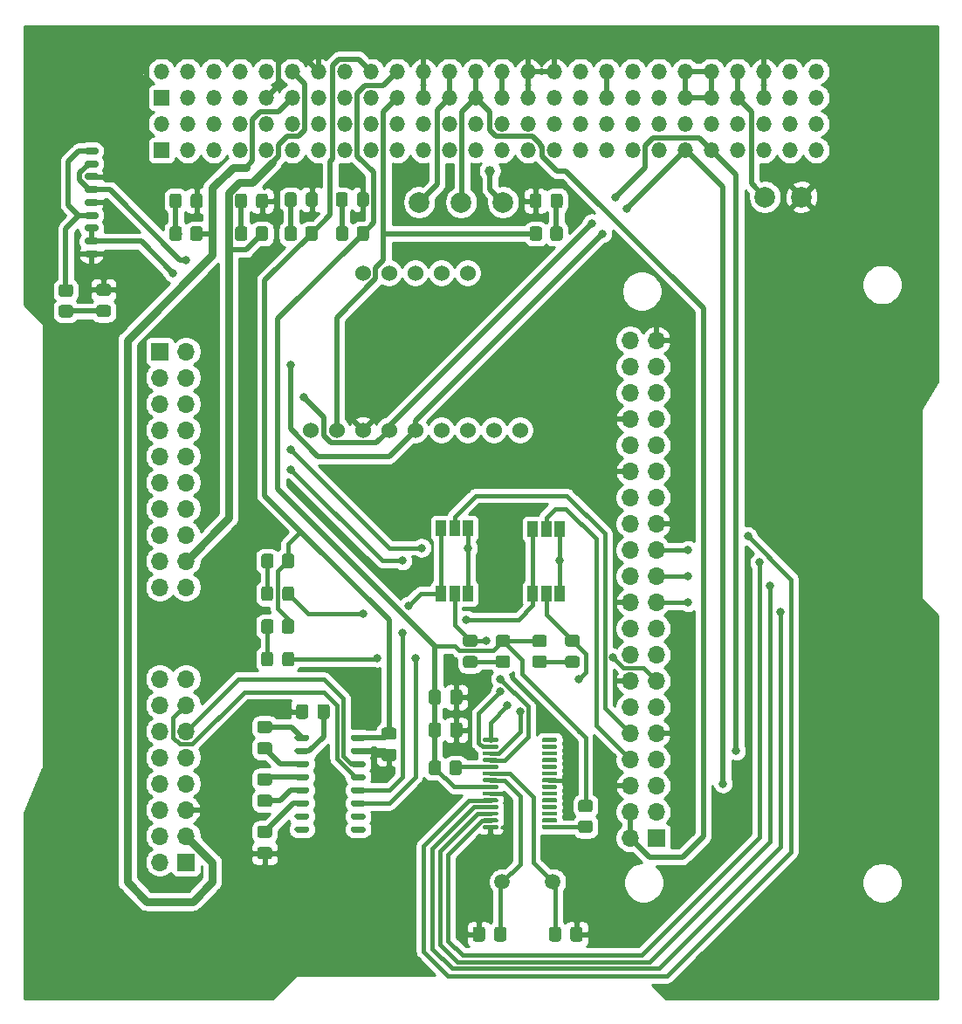
<source format=gbr>
%TF.GenerationSoftware,KiCad,Pcbnew,(5.1.9)-1*%
%TF.CreationDate,2021-10-14T23:09:40-04:00*%
%TF.ProjectId,REVERB Interface,52455645-5242-4204-996e-746572666163,rev?*%
%TF.SameCoordinates,Original*%
%TF.FileFunction,Copper,L1,Top*%
%TF.FilePolarity,Positive*%
%FSLAX46Y46*%
G04 Gerber Fmt 4.6, Leading zero omitted, Abs format (unit mm)*
G04 Created by KiCad (PCBNEW (5.1.9)-1) date 2021-10-14 23:09:40*
%MOMM*%
%LPD*%
G01*
G04 APERTURE LIST*
%TA.AperFunction,ComponentPad*%
%ADD10C,1.500000*%
%TD*%
%TA.AperFunction,SMDPad,CuDef*%
%ADD11C,2.000000*%
%TD*%
%TA.AperFunction,SMDPad,CuDef*%
%ADD12R,1.000000X1.500000*%
%TD*%
%TA.AperFunction,ComponentPad*%
%ADD13C,1.524000*%
%TD*%
%TA.AperFunction,ConnectorPad*%
%ADD14C,5.600000*%
%TD*%
%TA.AperFunction,ComponentPad*%
%ADD15C,3.600000*%
%TD*%
%TA.AperFunction,ComponentPad*%
%ADD16O,1.400000X0.700000*%
%TD*%
%TA.AperFunction,ComponentPad*%
%ADD17O,1.700000X1.700000*%
%TD*%
%TA.AperFunction,ComponentPad*%
%ADD18R,1.700000X1.700000*%
%TD*%
%TA.AperFunction,ComponentPad*%
%ADD19O,1.500000X1.500000*%
%TD*%
%TA.AperFunction,ComponentPad*%
%ADD20R,1.500000X1.500000*%
%TD*%
%TA.AperFunction,ViaPad*%
%ADD21C,1.000000*%
%TD*%
%TA.AperFunction,ViaPad*%
%ADD22C,0.800000*%
%TD*%
%TA.AperFunction,Conductor*%
%ADD23C,0.508000*%
%TD*%
%TA.AperFunction,Conductor*%
%ADD24C,0.381000*%
%TD*%
%TA.AperFunction,Conductor*%
%ADD25C,0.762000*%
%TD*%
%TA.AperFunction,Conductor*%
%ADD26C,0.254000*%
%TD*%
%TA.AperFunction,Conductor*%
%ADD27C,0.100000*%
%TD*%
G04 APERTURE END LIST*
%TO.P,R12,2*%
%TO.N,Net-(D12-Pad2)*%
%TA.AperFunction,SMDPad,CuDef*%
G36*
G01*
X158515000Y-74110001D02*
X158515000Y-73209999D01*
G75*
G02*
X158764999Y-72960000I249999J0D01*
G01*
X159465001Y-72960000D01*
G75*
G02*
X159715000Y-73209999I0J-249999D01*
G01*
X159715000Y-74110001D01*
G75*
G02*
X159465001Y-74360000I-249999J0D01*
G01*
X158764999Y-74360000D01*
G75*
G02*
X158515000Y-74110001I0J249999D01*
G01*
G37*
%TD.AperFunction*%
%TO.P,R12,1*%
%TO.N,/SW9*%
%TA.AperFunction,SMDPad,CuDef*%
G36*
G01*
X156515000Y-74110001D02*
X156515000Y-73209999D01*
G75*
G02*
X156764999Y-72960000I249999J0D01*
G01*
X157465001Y-72960000D01*
G75*
G02*
X157715000Y-73209999I0J-249999D01*
G01*
X157715000Y-74110001D01*
G75*
G02*
X157465001Y-74360000I-249999J0D01*
G01*
X156764999Y-74360000D01*
G75*
G02*
X156515000Y-74110001I0J249999D01*
G01*
G37*
%TD.AperFunction*%
%TD*%
%TO.P,R11,2*%
%TO.N,Net-(D11-Pad2)*%
%TA.AperFunction,SMDPad,CuDef*%
G36*
G01*
X111079999Y-80583000D02*
X111980001Y-80583000D01*
G75*
G02*
X112230000Y-80832999I0J-249999D01*
G01*
X112230000Y-81533001D01*
G75*
G02*
X111980001Y-81783000I-249999J0D01*
G01*
X111079999Y-81783000D01*
G75*
G02*
X110830000Y-81533001I0J249999D01*
G01*
X110830000Y-80832999D01*
G75*
G02*
X111079999Y-80583000I249999J0D01*
G01*
G37*
%TD.AperFunction*%
%TO.P,R11,1*%
%TO.N,/SW6*%
%TA.AperFunction,SMDPad,CuDef*%
G36*
G01*
X111079999Y-78583000D02*
X111980001Y-78583000D01*
G75*
G02*
X112230000Y-78832999I0J-249999D01*
G01*
X112230000Y-79533001D01*
G75*
G02*
X111980001Y-79783000I-249999J0D01*
G01*
X111079999Y-79783000D01*
G75*
G02*
X110830000Y-79533001I0J249999D01*
G01*
X110830000Y-78832999D01*
G75*
G02*
X111079999Y-78583000I249999J0D01*
G01*
G37*
%TD.AperFunction*%
%TD*%
%TO.P,R10,2*%
%TO.N,Net-(D10-Pad2)*%
%TA.AperFunction,SMDPad,CuDef*%
G36*
G01*
X129140000Y-73209999D02*
X129140000Y-74110001D01*
G75*
G02*
X128890001Y-74360000I-249999J0D01*
G01*
X128189999Y-74360000D01*
G75*
G02*
X127940000Y-74110001I0J249999D01*
G01*
X127940000Y-73209999D01*
G75*
G02*
X128189999Y-72960000I249999J0D01*
G01*
X128890001Y-72960000D01*
G75*
G02*
X129140000Y-73209999I0J-249999D01*
G01*
G37*
%TD.AperFunction*%
%TO.P,R10,1*%
%TO.N,/SW4*%
%TA.AperFunction,SMDPad,CuDef*%
G36*
G01*
X131140000Y-73209999D02*
X131140000Y-74110001D01*
G75*
G02*
X130890001Y-74360000I-249999J0D01*
G01*
X130189999Y-74360000D01*
G75*
G02*
X129940000Y-74110001I0J249999D01*
G01*
X129940000Y-73209999D01*
G75*
G02*
X130189999Y-72960000I249999J0D01*
G01*
X130890001Y-72960000D01*
G75*
G02*
X131140000Y-73209999I0J-249999D01*
G01*
G37*
%TD.AperFunction*%
%TD*%
%TO.P,R9,2*%
%TO.N,Net-(D9-Pad2)*%
%TA.AperFunction,SMDPad,CuDef*%
G36*
G01*
X122790000Y-73209999D02*
X122790000Y-74110001D01*
G75*
G02*
X122540001Y-74360000I-249999J0D01*
G01*
X121839999Y-74360000D01*
G75*
G02*
X121590000Y-74110001I0J249999D01*
G01*
X121590000Y-73209999D01*
G75*
G02*
X121839999Y-72960000I249999J0D01*
G01*
X122540001Y-72960000D01*
G75*
G02*
X122790000Y-73209999I0J-249999D01*
G01*
G37*
%TD.AperFunction*%
%TO.P,R9,1*%
%TO.N,/SW3*%
%TA.AperFunction,SMDPad,CuDef*%
G36*
G01*
X124790000Y-73209999D02*
X124790000Y-74110001D01*
G75*
G02*
X124540001Y-74360000I-249999J0D01*
G01*
X123839999Y-74360000D01*
G75*
G02*
X123590000Y-74110001I0J249999D01*
G01*
X123590000Y-73209999D01*
G75*
G02*
X123839999Y-72960000I249999J0D01*
G01*
X124540001Y-72960000D01*
G75*
G02*
X124790000Y-73209999I0J-249999D01*
G01*
G37*
%TD.AperFunction*%
%TD*%
%TO.P,D12,2*%
%TO.N,Net-(D12-Pad2)*%
%TA.AperFunction,SMDPad,CuDef*%
G36*
G01*
X158565000Y-70935001D02*
X158565000Y-70034999D01*
G75*
G02*
X158814999Y-69785000I249999J0D01*
G01*
X159465001Y-69785000D01*
G75*
G02*
X159715000Y-70034999I0J-249999D01*
G01*
X159715000Y-70935001D01*
G75*
G02*
X159465001Y-71185000I-249999J0D01*
G01*
X158814999Y-71185000D01*
G75*
G02*
X158565000Y-70935001I0J249999D01*
G01*
G37*
%TD.AperFunction*%
%TO.P,D12,1*%
%TO.N,GND*%
%TA.AperFunction,SMDPad,CuDef*%
G36*
G01*
X156515000Y-70935001D02*
X156515000Y-70034999D01*
G75*
G02*
X156764999Y-69785000I249999J0D01*
G01*
X157415001Y-69785000D01*
G75*
G02*
X157665000Y-70034999I0J-249999D01*
G01*
X157665000Y-70935001D01*
G75*
G02*
X157415001Y-71185000I-249999J0D01*
G01*
X156764999Y-71185000D01*
G75*
G02*
X156515000Y-70935001I0J249999D01*
G01*
G37*
%TD.AperFunction*%
%TD*%
%TO.P,D11,2*%
%TO.N,Net-(D11-Pad2)*%
%TA.AperFunction,SMDPad,CuDef*%
G36*
G01*
X114738999Y-80587000D02*
X115639001Y-80587000D01*
G75*
G02*
X115889000Y-80836999I0J-249999D01*
G01*
X115889000Y-81487001D01*
G75*
G02*
X115639001Y-81737000I-249999J0D01*
G01*
X114738999Y-81737000D01*
G75*
G02*
X114489000Y-81487001I0J249999D01*
G01*
X114489000Y-80836999D01*
G75*
G02*
X114738999Y-80587000I249999J0D01*
G01*
G37*
%TD.AperFunction*%
%TO.P,D11,1*%
%TO.N,GND*%
%TA.AperFunction,SMDPad,CuDef*%
G36*
G01*
X114738999Y-78537000D02*
X115639001Y-78537000D01*
G75*
G02*
X115889000Y-78786999I0J-249999D01*
G01*
X115889000Y-79437001D01*
G75*
G02*
X115639001Y-79687000I-249999J0D01*
G01*
X114738999Y-79687000D01*
G75*
G02*
X114489000Y-79437001I0J249999D01*
G01*
X114489000Y-78786999D01*
G75*
G02*
X114738999Y-78537000I249999J0D01*
G01*
G37*
%TD.AperFunction*%
%TD*%
%TO.P,D10,2*%
%TO.N,Net-(D10-Pad2)*%
%TA.AperFunction,SMDPad,CuDef*%
G36*
G01*
X129090000Y-70034999D02*
X129090000Y-70935001D01*
G75*
G02*
X128840001Y-71185000I-249999J0D01*
G01*
X128189999Y-71185000D01*
G75*
G02*
X127940000Y-70935001I0J249999D01*
G01*
X127940000Y-70034999D01*
G75*
G02*
X128189999Y-69785000I249999J0D01*
G01*
X128840001Y-69785000D01*
G75*
G02*
X129090000Y-70034999I0J-249999D01*
G01*
G37*
%TD.AperFunction*%
%TO.P,D10,1*%
%TO.N,GND*%
%TA.AperFunction,SMDPad,CuDef*%
G36*
G01*
X131140000Y-70034999D02*
X131140000Y-70935001D01*
G75*
G02*
X130890001Y-71185000I-249999J0D01*
G01*
X130239999Y-71185000D01*
G75*
G02*
X129990000Y-70935001I0J249999D01*
G01*
X129990000Y-70034999D01*
G75*
G02*
X130239999Y-69785000I249999J0D01*
G01*
X130890001Y-69785000D01*
G75*
G02*
X131140000Y-70034999I0J-249999D01*
G01*
G37*
%TD.AperFunction*%
%TD*%
%TO.P,D9,2*%
%TO.N,Net-(D9-Pad2)*%
%TA.AperFunction,SMDPad,CuDef*%
G36*
G01*
X122740000Y-70034999D02*
X122740000Y-70935001D01*
G75*
G02*
X122490001Y-71185000I-249999J0D01*
G01*
X121839999Y-71185000D01*
G75*
G02*
X121590000Y-70935001I0J249999D01*
G01*
X121590000Y-70034999D01*
G75*
G02*
X121839999Y-69785000I249999J0D01*
G01*
X122490001Y-69785000D01*
G75*
G02*
X122740000Y-70034999I0J-249999D01*
G01*
G37*
%TD.AperFunction*%
%TO.P,D9,1*%
%TO.N,GND*%
%TA.AperFunction,SMDPad,CuDef*%
G36*
G01*
X124790000Y-70034999D02*
X124790000Y-70935001D01*
G75*
G02*
X124540001Y-71185000I-249999J0D01*
G01*
X123889999Y-71185000D01*
G75*
G02*
X123640000Y-70935001I0J249999D01*
G01*
X123640000Y-70034999D01*
G75*
G02*
X123889999Y-69785000I249999J0D01*
G01*
X124540001Y-69785000D01*
G75*
G02*
X124790000Y-70034999I0J-249999D01*
G01*
G37*
%TD.AperFunction*%
%TD*%
%TO.P,C7,2*%
%TO.N,GND*%
%TA.AperFunction,SMDPad,CuDef*%
G36*
G01*
X148807500Y-119093000D02*
X148807500Y-118143000D01*
G75*
G02*
X149057500Y-117893000I250000J0D01*
G01*
X149732500Y-117893000D01*
G75*
G02*
X149982500Y-118143000I0J-250000D01*
G01*
X149982500Y-119093000D01*
G75*
G02*
X149732500Y-119343000I-250000J0D01*
G01*
X149057500Y-119343000D01*
G75*
G02*
X148807500Y-119093000I0J250000D01*
G01*
G37*
%TD.AperFunction*%
%TO.P,C7,1*%
%TO.N,/SW10*%
%TA.AperFunction,SMDPad,CuDef*%
G36*
G01*
X146732500Y-119093000D02*
X146732500Y-118143000D01*
G75*
G02*
X146982500Y-117893000I250000J0D01*
G01*
X147657500Y-117893000D01*
G75*
G02*
X147907500Y-118143000I0J-250000D01*
G01*
X147907500Y-119093000D01*
G75*
G02*
X147657500Y-119343000I-250000J0D01*
G01*
X146982500Y-119343000D01*
G75*
G02*
X146732500Y-119093000I0J250000D01*
G01*
G37*
%TD.AperFunction*%
%TD*%
%TO.P,C6,2*%
%TO.N,GND*%
%TA.AperFunction,SMDPad,CuDef*%
G36*
G01*
X148807500Y-122268000D02*
X148807500Y-121318000D01*
G75*
G02*
X149057500Y-121068000I250000J0D01*
G01*
X149732500Y-121068000D01*
G75*
G02*
X149982500Y-121318000I0J-250000D01*
G01*
X149982500Y-122268000D01*
G75*
G02*
X149732500Y-122518000I-250000J0D01*
G01*
X149057500Y-122518000D01*
G75*
G02*
X148807500Y-122268000I0J250000D01*
G01*
G37*
%TD.AperFunction*%
%TO.P,C6,1*%
%TO.N,/SW10*%
%TA.AperFunction,SMDPad,CuDef*%
G36*
G01*
X146732500Y-122268000D02*
X146732500Y-121318000D01*
G75*
G02*
X146982500Y-121068000I250000J0D01*
G01*
X147657500Y-121068000D01*
G75*
G02*
X147907500Y-121318000I0J-250000D01*
G01*
X147907500Y-122268000D01*
G75*
G02*
X147657500Y-122518000I-250000J0D01*
G01*
X146982500Y-122518000D01*
G75*
G02*
X146732500Y-122268000I0J250000D01*
G01*
G37*
%TD.AperFunction*%
%TD*%
D10*
%TO.P,Y1,2*%
%TO.N,Net-(C9-Pad1)*%
X153870000Y-136525000D03*
%TO.P,Y1,1*%
%TO.N,Net-(C8-Pad1)*%
X158750000Y-136525000D03*
%TD*%
%TO.P,U3,28*%
%TO.N,N/C*%
%TA.AperFunction,SMDPad,CuDef*%
G36*
G01*
X157700000Y-122875000D02*
X157700000Y-122675000D01*
G75*
G02*
X157800000Y-122575000I100000J0D01*
G01*
X159075000Y-122575000D01*
G75*
G02*
X159175000Y-122675000I0J-100000D01*
G01*
X159175000Y-122875000D01*
G75*
G02*
X159075000Y-122975000I-100000J0D01*
G01*
X157800000Y-122975000D01*
G75*
G02*
X157700000Y-122875000I0J100000D01*
G01*
G37*
%TD.AperFunction*%
%TO.P,U3,27*%
%TA.AperFunction,SMDPad,CuDef*%
G36*
G01*
X157700000Y-123525000D02*
X157700000Y-123325000D01*
G75*
G02*
X157800000Y-123225000I100000J0D01*
G01*
X159075000Y-123225000D01*
G75*
G02*
X159175000Y-123325000I0J-100000D01*
G01*
X159175000Y-123525000D01*
G75*
G02*
X159075000Y-123625000I-100000J0D01*
G01*
X157800000Y-123625000D01*
G75*
G02*
X157700000Y-123525000I0J100000D01*
G01*
G37*
%TD.AperFunction*%
%TO.P,U3,26*%
%TA.AperFunction,SMDPad,CuDef*%
G36*
G01*
X157700000Y-124175000D02*
X157700000Y-123975000D01*
G75*
G02*
X157800000Y-123875000I100000J0D01*
G01*
X159075000Y-123875000D01*
G75*
G02*
X159175000Y-123975000I0J-100000D01*
G01*
X159175000Y-124175000D01*
G75*
G02*
X159075000Y-124275000I-100000J0D01*
G01*
X157800000Y-124275000D01*
G75*
G02*
X157700000Y-124175000I0J100000D01*
G01*
G37*
%TD.AperFunction*%
%TO.P,U3,25*%
%TA.AperFunction,SMDPad,CuDef*%
G36*
G01*
X157700000Y-124825000D02*
X157700000Y-124625000D01*
G75*
G02*
X157800000Y-124525000I100000J0D01*
G01*
X159075000Y-124525000D01*
G75*
G02*
X159175000Y-124625000I0J-100000D01*
G01*
X159175000Y-124825000D01*
G75*
G02*
X159075000Y-124925000I-100000J0D01*
G01*
X157800000Y-124925000D01*
G75*
G02*
X157700000Y-124825000I0J100000D01*
G01*
G37*
%TD.AperFunction*%
%TO.P,U3,24*%
%TA.AperFunction,SMDPad,CuDef*%
G36*
G01*
X157700000Y-125475000D02*
X157700000Y-125275000D01*
G75*
G02*
X157800000Y-125175000I100000J0D01*
G01*
X159075000Y-125175000D01*
G75*
G02*
X159175000Y-125275000I0J-100000D01*
G01*
X159175000Y-125475000D01*
G75*
G02*
X159075000Y-125575000I-100000J0D01*
G01*
X157800000Y-125575000D01*
G75*
G02*
X157700000Y-125475000I0J100000D01*
G01*
G37*
%TD.AperFunction*%
%TO.P,U3,23*%
%TA.AperFunction,SMDPad,CuDef*%
G36*
G01*
X157700000Y-126125000D02*
X157700000Y-125925000D01*
G75*
G02*
X157800000Y-125825000I100000J0D01*
G01*
X159075000Y-125825000D01*
G75*
G02*
X159175000Y-125925000I0J-100000D01*
G01*
X159175000Y-126125000D01*
G75*
G02*
X159075000Y-126225000I-100000J0D01*
G01*
X157800000Y-126225000D01*
G75*
G02*
X157700000Y-126125000I0J100000D01*
G01*
G37*
%TD.AperFunction*%
%TO.P,U3,22*%
%TO.N,GND*%
%TA.AperFunction,SMDPad,CuDef*%
G36*
G01*
X157700000Y-126775000D02*
X157700000Y-126575000D01*
G75*
G02*
X157800000Y-126475000I100000J0D01*
G01*
X159075000Y-126475000D01*
G75*
G02*
X159175000Y-126575000I0J-100000D01*
G01*
X159175000Y-126775000D01*
G75*
G02*
X159075000Y-126875000I-100000J0D01*
G01*
X157800000Y-126875000D01*
G75*
G02*
X157700000Y-126775000I0J100000D01*
G01*
G37*
%TD.AperFunction*%
%TO.P,U3,21*%
%TO.N,N/C*%
%TA.AperFunction,SMDPad,CuDef*%
G36*
G01*
X157700000Y-127425000D02*
X157700000Y-127225000D01*
G75*
G02*
X157800000Y-127125000I100000J0D01*
G01*
X159075000Y-127125000D01*
G75*
G02*
X159175000Y-127225000I0J-100000D01*
G01*
X159175000Y-127425000D01*
G75*
G02*
X159075000Y-127525000I-100000J0D01*
G01*
X157800000Y-127525000D01*
G75*
G02*
X157700000Y-127425000I0J100000D01*
G01*
G37*
%TD.AperFunction*%
%TO.P,U3,20*%
%TA.AperFunction,SMDPad,CuDef*%
G36*
G01*
X157700000Y-128075000D02*
X157700000Y-127875000D01*
G75*
G02*
X157800000Y-127775000I100000J0D01*
G01*
X159075000Y-127775000D01*
G75*
G02*
X159175000Y-127875000I0J-100000D01*
G01*
X159175000Y-128075000D01*
G75*
G02*
X159075000Y-128175000I-100000J0D01*
G01*
X157800000Y-128175000D01*
G75*
G02*
X157700000Y-128075000I0J100000D01*
G01*
G37*
%TD.AperFunction*%
%TO.P,U3,19*%
%TA.AperFunction,SMDPad,CuDef*%
G36*
G01*
X157700000Y-128725000D02*
X157700000Y-128525000D01*
G75*
G02*
X157800000Y-128425000I100000J0D01*
G01*
X159075000Y-128425000D01*
G75*
G02*
X159175000Y-128525000I0J-100000D01*
G01*
X159175000Y-128725000D01*
G75*
G02*
X159075000Y-128825000I-100000J0D01*
G01*
X157800000Y-128825000D01*
G75*
G02*
X157700000Y-128725000I0J100000D01*
G01*
G37*
%TD.AperFunction*%
%TO.P,U3,18*%
%TA.AperFunction,SMDPad,CuDef*%
G36*
G01*
X157700000Y-129375000D02*
X157700000Y-129175000D01*
G75*
G02*
X157800000Y-129075000I100000J0D01*
G01*
X159075000Y-129075000D01*
G75*
G02*
X159175000Y-129175000I0J-100000D01*
G01*
X159175000Y-129375000D01*
G75*
G02*
X159075000Y-129475000I-100000J0D01*
G01*
X157800000Y-129475000D01*
G75*
G02*
X157700000Y-129375000I0J100000D01*
G01*
G37*
%TD.AperFunction*%
%TO.P,U3,17*%
%TA.AperFunction,SMDPad,CuDef*%
G36*
G01*
X157700000Y-130025000D02*
X157700000Y-129825000D01*
G75*
G02*
X157800000Y-129725000I100000J0D01*
G01*
X159075000Y-129725000D01*
G75*
G02*
X159175000Y-129825000I0J-100000D01*
G01*
X159175000Y-130025000D01*
G75*
G02*
X159075000Y-130125000I-100000J0D01*
G01*
X157800000Y-130125000D01*
G75*
G02*
X157700000Y-130025000I0J100000D01*
G01*
G37*
%TD.AperFunction*%
%TO.P,U3,16*%
%TA.AperFunction,SMDPad,CuDef*%
G36*
G01*
X157700000Y-130675000D02*
X157700000Y-130475000D01*
G75*
G02*
X157800000Y-130375000I100000J0D01*
G01*
X159075000Y-130375000D01*
G75*
G02*
X159175000Y-130475000I0J-100000D01*
G01*
X159175000Y-130675000D01*
G75*
G02*
X159075000Y-130775000I-100000J0D01*
G01*
X157800000Y-130775000D01*
G75*
G02*
X157700000Y-130675000I0J100000D01*
G01*
G37*
%TD.AperFunction*%
%TO.P,U3,15*%
%TO.N,Net-(R7-Pad2)*%
%TA.AperFunction,SMDPad,CuDef*%
G36*
G01*
X157700000Y-131325000D02*
X157700000Y-131125000D01*
G75*
G02*
X157800000Y-131025000I100000J0D01*
G01*
X159075000Y-131025000D01*
G75*
G02*
X159175000Y-131125000I0J-100000D01*
G01*
X159175000Y-131325000D01*
G75*
G02*
X159075000Y-131425000I-100000J0D01*
G01*
X157800000Y-131425000D01*
G75*
G02*
X157700000Y-131325000I0J100000D01*
G01*
G37*
%TD.AperFunction*%
%TO.P,U3,14*%
%TO.N,GND*%
%TA.AperFunction,SMDPad,CuDef*%
G36*
G01*
X151975000Y-131325000D02*
X151975000Y-131125000D01*
G75*
G02*
X152075000Y-131025000I100000J0D01*
G01*
X153350000Y-131025000D01*
G75*
G02*
X153450000Y-131125000I0J-100000D01*
G01*
X153450000Y-131325000D01*
G75*
G02*
X153350000Y-131425000I-100000J0D01*
G01*
X152075000Y-131425000D01*
G75*
G02*
X151975000Y-131325000I0J100000D01*
G01*
G37*
%TD.AperFunction*%
%TO.P,U3,13*%
%TO.N,/SPISCK*%
%TA.AperFunction,SMDPad,CuDef*%
G36*
G01*
X151975000Y-130675000D02*
X151975000Y-130475000D01*
G75*
G02*
X152075000Y-130375000I100000J0D01*
G01*
X153350000Y-130375000D01*
G75*
G02*
X153450000Y-130475000I0J-100000D01*
G01*
X153450000Y-130675000D01*
G75*
G02*
X153350000Y-130775000I-100000J0D01*
G01*
X152075000Y-130775000D01*
G75*
G02*
X151975000Y-130675000I0J100000D01*
G01*
G37*
%TD.AperFunction*%
%TO.P,U3,12*%
%TO.N,/SPIMISO*%
%TA.AperFunction,SMDPad,CuDef*%
G36*
G01*
X151975000Y-130025000D02*
X151975000Y-129825000D01*
G75*
G02*
X152075000Y-129725000I100000J0D01*
G01*
X153350000Y-129725000D01*
G75*
G02*
X153450000Y-129825000I0J-100000D01*
G01*
X153450000Y-130025000D01*
G75*
G02*
X153350000Y-130125000I-100000J0D01*
G01*
X152075000Y-130125000D01*
G75*
G02*
X151975000Y-130025000I0J100000D01*
G01*
G37*
%TD.AperFunction*%
%TO.P,U3,11*%
%TO.N,/SPIMOSI*%
%TA.AperFunction,SMDPad,CuDef*%
G36*
G01*
X151975000Y-129375000D02*
X151975000Y-129175000D01*
G75*
G02*
X152075000Y-129075000I100000J0D01*
G01*
X153350000Y-129075000D01*
G75*
G02*
X153450000Y-129175000I0J-100000D01*
G01*
X153450000Y-129375000D01*
G75*
G02*
X153350000Y-129475000I-100000J0D01*
G01*
X152075000Y-129475000D01*
G75*
G02*
X151975000Y-129375000I0J100000D01*
G01*
G37*
%TD.AperFunction*%
%TO.P,U3,10*%
%TO.N,/SPICE0*%
%TA.AperFunction,SMDPad,CuDef*%
G36*
G01*
X151975000Y-128725000D02*
X151975000Y-128525000D01*
G75*
G02*
X152075000Y-128425000I100000J0D01*
G01*
X153350000Y-128425000D01*
G75*
G02*
X153450000Y-128525000I0J-100000D01*
G01*
X153450000Y-128725000D01*
G75*
G02*
X153350000Y-128825000I-100000J0D01*
G01*
X152075000Y-128825000D01*
G75*
G02*
X151975000Y-128725000I0J100000D01*
G01*
G37*
%TD.AperFunction*%
%TO.P,U3,9*%
%TO.N,GND*%
%TA.AperFunction,SMDPad,CuDef*%
G36*
G01*
X151975000Y-128075000D02*
X151975000Y-127875000D01*
G75*
G02*
X152075000Y-127775000I100000J0D01*
G01*
X153350000Y-127775000D01*
G75*
G02*
X153450000Y-127875000I0J-100000D01*
G01*
X153450000Y-128075000D01*
G75*
G02*
X153350000Y-128175000I-100000J0D01*
G01*
X152075000Y-128175000D01*
G75*
G02*
X151975000Y-128075000I0J100000D01*
G01*
G37*
%TD.AperFunction*%
%TO.P,U3,8*%
%TO.N,/SW10*%
%TA.AperFunction,SMDPad,CuDef*%
G36*
G01*
X151975000Y-127425000D02*
X151975000Y-127225000D01*
G75*
G02*
X152075000Y-127125000I100000J0D01*
G01*
X153350000Y-127125000D01*
G75*
G02*
X153450000Y-127225000I0J-100000D01*
G01*
X153450000Y-127425000D01*
G75*
G02*
X153350000Y-127525000I-100000J0D01*
G01*
X152075000Y-127525000D01*
G75*
G02*
X151975000Y-127425000I0J100000D01*
G01*
G37*
%TD.AperFunction*%
%TO.P,U3,7*%
%TO.N,Net-(C9-Pad1)*%
%TA.AperFunction,SMDPad,CuDef*%
G36*
G01*
X151975000Y-126775000D02*
X151975000Y-126575000D01*
G75*
G02*
X152075000Y-126475000I100000J0D01*
G01*
X153350000Y-126475000D01*
G75*
G02*
X153450000Y-126575000I0J-100000D01*
G01*
X153450000Y-126775000D01*
G75*
G02*
X153350000Y-126875000I-100000J0D01*
G01*
X152075000Y-126875000D01*
G75*
G02*
X151975000Y-126775000I0J100000D01*
G01*
G37*
%TD.AperFunction*%
%TO.P,U3,6*%
%TO.N,Net-(C8-Pad1)*%
%TA.AperFunction,SMDPad,CuDef*%
G36*
G01*
X151975000Y-126125000D02*
X151975000Y-125925000D01*
G75*
G02*
X152075000Y-125825000I100000J0D01*
G01*
X153350000Y-125825000D01*
G75*
G02*
X153450000Y-125925000I0J-100000D01*
G01*
X153450000Y-126125000D01*
G75*
G02*
X153350000Y-126225000I-100000J0D01*
G01*
X152075000Y-126225000D01*
G75*
G02*
X151975000Y-126125000I0J100000D01*
G01*
G37*
%TD.AperFunction*%
%TO.P,U3,5*%
%TO.N,Net-(R8-Pad2)*%
%TA.AperFunction,SMDPad,CuDef*%
G36*
G01*
X151975000Y-125475000D02*
X151975000Y-125275000D01*
G75*
G02*
X152075000Y-125175000I100000J0D01*
G01*
X153350000Y-125175000D01*
G75*
G02*
X153450000Y-125275000I0J-100000D01*
G01*
X153450000Y-125475000D01*
G75*
G02*
X153350000Y-125575000I-100000J0D01*
G01*
X152075000Y-125575000D01*
G75*
G02*
X151975000Y-125475000I0J100000D01*
G01*
G37*
%TD.AperFunction*%
%TO.P,U3,4*%
%TO.N,/SPIUARTRX*%
%TA.AperFunction,SMDPad,CuDef*%
G36*
G01*
X151975000Y-124825000D02*
X151975000Y-124625000D01*
G75*
G02*
X152075000Y-124525000I100000J0D01*
G01*
X153350000Y-124525000D01*
G75*
G02*
X153450000Y-124625000I0J-100000D01*
G01*
X153450000Y-124825000D01*
G75*
G02*
X153350000Y-124925000I-100000J0D01*
G01*
X152075000Y-124925000D01*
G75*
G02*
X151975000Y-124825000I0J100000D01*
G01*
G37*
%TD.AperFunction*%
%TO.P,U3,3*%
%TO.N,/SPIUARTTX*%
%TA.AperFunction,SMDPad,CuDef*%
G36*
G01*
X151975000Y-124175000D02*
X151975000Y-123975000D01*
G75*
G02*
X152075000Y-123875000I100000J0D01*
G01*
X153350000Y-123875000D01*
G75*
G02*
X153450000Y-123975000I0J-100000D01*
G01*
X153450000Y-124175000D01*
G75*
G02*
X153350000Y-124275000I-100000J0D01*
G01*
X152075000Y-124275000D01*
G75*
G02*
X151975000Y-124175000I0J100000D01*
G01*
G37*
%TD.AperFunction*%
%TO.P,U3,2*%
%TO.N,/CTS*%
%TA.AperFunction,SMDPad,CuDef*%
G36*
G01*
X151975000Y-123525000D02*
X151975000Y-123325000D01*
G75*
G02*
X152075000Y-123225000I100000J0D01*
G01*
X153350000Y-123225000D01*
G75*
G02*
X153450000Y-123325000I0J-100000D01*
G01*
X153450000Y-123525000D01*
G75*
G02*
X153350000Y-123625000I-100000J0D01*
G01*
X152075000Y-123625000D01*
G75*
G02*
X151975000Y-123525000I0J100000D01*
G01*
G37*
%TD.AperFunction*%
%TO.P,U3,1*%
%TO.N,/RTS*%
%TA.AperFunction,SMDPad,CuDef*%
G36*
G01*
X151975000Y-122875000D02*
X151975000Y-122675000D01*
G75*
G02*
X152075000Y-122575000I100000J0D01*
G01*
X153350000Y-122575000D01*
G75*
G02*
X153450000Y-122675000I0J-100000D01*
G01*
X153450000Y-122875000D01*
G75*
G02*
X153350000Y-122975000I-100000J0D01*
G01*
X152075000Y-122975000D01*
G75*
G02*
X151975000Y-122875000I0J100000D01*
G01*
G37*
%TD.AperFunction*%
%TD*%
%TO.P,R8,2*%
%TO.N,Net-(R8-Pad2)*%
%TA.AperFunction,SMDPad,CuDef*%
G36*
G01*
X148736000Y-125926001D02*
X148736000Y-125025999D01*
G75*
G02*
X148985999Y-124776000I249999J0D01*
G01*
X149686001Y-124776000D01*
G75*
G02*
X149936000Y-125025999I0J-249999D01*
G01*
X149936000Y-125926001D01*
G75*
G02*
X149686001Y-126176000I-249999J0D01*
G01*
X148985999Y-126176000D01*
G75*
G02*
X148736000Y-125926001I0J249999D01*
G01*
G37*
%TD.AperFunction*%
%TO.P,R8,1*%
%TO.N,/SW10*%
%TA.AperFunction,SMDPad,CuDef*%
G36*
G01*
X146736000Y-125926001D02*
X146736000Y-125025999D01*
G75*
G02*
X146985999Y-124776000I249999J0D01*
G01*
X147686001Y-124776000D01*
G75*
G02*
X147936000Y-125025999I0J-249999D01*
G01*
X147936000Y-125926001D01*
G75*
G02*
X147686001Y-126176000I-249999J0D01*
G01*
X146985999Y-126176000D01*
G75*
G02*
X146736000Y-125926001I0J249999D01*
G01*
G37*
%TD.AperFunction*%
%TD*%
%TO.P,R7,2*%
%TO.N,Net-(R7-Pad2)*%
%TA.AperFunction,SMDPad,CuDef*%
G36*
G01*
X161474999Y-130575000D02*
X162375001Y-130575000D01*
G75*
G02*
X162625000Y-130824999I0J-249999D01*
G01*
X162625000Y-131525001D01*
G75*
G02*
X162375001Y-131775000I-249999J0D01*
G01*
X161474999Y-131775000D01*
G75*
G02*
X161225000Y-131525001I0J249999D01*
G01*
X161225000Y-130824999D01*
G75*
G02*
X161474999Y-130575000I249999J0D01*
G01*
G37*
%TD.AperFunction*%
%TO.P,R7,1*%
%TO.N,/SW10*%
%TA.AperFunction,SMDPad,CuDef*%
G36*
G01*
X161474999Y-128575000D02*
X162375001Y-128575000D01*
G75*
G02*
X162625000Y-128824999I0J-249999D01*
G01*
X162625000Y-129525001D01*
G75*
G02*
X162375001Y-129775000I-249999J0D01*
G01*
X161474999Y-129775000D01*
G75*
G02*
X161225000Y-129525001I0J249999D01*
G01*
X161225000Y-128824999D01*
G75*
G02*
X161474999Y-128575000I249999J0D01*
G01*
G37*
%TD.AperFunction*%
%TD*%
%TO.P,C9,2*%
%TO.N,GND*%
%TA.AperFunction,SMDPad,CuDef*%
G36*
G01*
X152182500Y-141130000D02*
X152182500Y-142080000D01*
G75*
G02*
X151932500Y-142330000I-250000J0D01*
G01*
X151257500Y-142330000D01*
G75*
G02*
X151007500Y-142080000I0J250000D01*
G01*
X151007500Y-141130000D01*
G75*
G02*
X151257500Y-140880000I250000J0D01*
G01*
X151932500Y-140880000D01*
G75*
G02*
X152182500Y-141130000I0J-250000D01*
G01*
G37*
%TD.AperFunction*%
%TO.P,C9,1*%
%TO.N,Net-(C9-Pad1)*%
%TA.AperFunction,SMDPad,CuDef*%
G36*
G01*
X154257500Y-141130000D02*
X154257500Y-142080000D01*
G75*
G02*
X154007500Y-142330000I-250000J0D01*
G01*
X153332500Y-142330000D01*
G75*
G02*
X153082500Y-142080000I0J250000D01*
G01*
X153082500Y-141130000D01*
G75*
G02*
X153332500Y-140880000I250000J0D01*
G01*
X154007500Y-140880000D01*
G75*
G02*
X154257500Y-141130000I0J-250000D01*
G01*
G37*
%TD.AperFunction*%
%TD*%
%TO.P,C8,2*%
%TO.N,GND*%
%TA.AperFunction,SMDPad,CuDef*%
G36*
G01*
X160470000Y-142080000D02*
X160470000Y-141130000D01*
G75*
G02*
X160720000Y-140880000I250000J0D01*
G01*
X161395000Y-140880000D01*
G75*
G02*
X161645000Y-141130000I0J-250000D01*
G01*
X161645000Y-142080000D01*
G75*
G02*
X161395000Y-142330000I-250000J0D01*
G01*
X160720000Y-142330000D01*
G75*
G02*
X160470000Y-142080000I0J250000D01*
G01*
G37*
%TD.AperFunction*%
%TO.P,C8,1*%
%TO.N,Net-(C8-Pad1)*%
%TA.AperFunction,SMDPad,CuDef*%
G36*
G01*
X158395000Y-142080000D02*
X158395000Y-141130000D01*
G75*
G02*
X158645000Y-140880000I250000J0D01*
G01*
X159320000Y-140880000D01*
G75*
G02*
X159570000Y-141130000I0J-250000D01*
G01*
X159570000Y-142080000D01*
G75*
G02*
X159320000Y-142330000I-250000J0D01*
G01*
X158645000Y-142330000D01*
G75*
G02*
X158395000Y-142080000I0J250000D01*
G01*
G37*
%TD.AperFunction*%
%TD*%
D11*
%TO.P,TP5,1*%
%TO.N,+12V*%
X145796000Y-70612000D03*
%TD*%
%TO.P,TP4,1*%
%TO.N,VBUS*%
X179324000Y-70104000D03*
%TD*%
%TO.P,TP3,1*%
%TO.N,+5V*%
X149860000Y-70612000D03*
%TD*%
%TO.P,TP2,1*%
%TO.N,+3V3*%
X153924000Y-70612000D03*
%TD*%
%TO.P,TP1,1*%
%TO.N,GND*%
X182880000Y-70104000D03*
%TD*%
%TO.P,R6,2*%
%TO.N,Net-(D6-Pad2)*%
%TA.AperFunction,SMDPad,CuDef*%
G36*
G01*
X131680000Y-104959999D02*
X131680000Y-105860001D01*
G75*
G02*
X131430001Y-106110000I-249999J0D01*
G01*
X130729999Y-106110000D01*
G75*
G02*
X130480000Y-105860001I0J249999D01*
G01*
X130480000Y-104959999D01*
G75*
G02*
X130729999Y-104710000I249999J0D01*
G01*
X131430001Y-104710000D01*
G75*
G02*
X131680000Y-104959999I0J-249999D01*
G01*
G37*
%TD.AperFunction*%
%TO.P,R6,1*%
%TO.N,/SW8*%
%TA.AperFunction,SMDPad,CuDef*%
G36*
G01*
X133680000Y-104959999D02*
X133680000Y-105860001D01*
G75*
G02*
X133430001Y-106110000I-249999J0D01*
G01*
X132729999Y-106110000D01*
G75*
G02*
X132480000Y-105860001I0J249999D01*
G01*
X132480000Y-104959999D01*
G75*
G02*
X132729999Y-104710000I249999J0D01*
G01*
X133430001Y-104710000D01*
G75*
G02*
X133680000Y-104959999I0J-249999D01*
G01*
G37*
%TD.AperFunction*%
%TD*%
%TO.P,R5,2*%
%TO.N,Net-(D5-Pad2)*%
%TA.AperFunction,SMDPad,CuDef*%
G36*
G01*
X131680000Y-111309999D02*
X131680000Y-112210001D01*
G75*
G02*
X131430001Y-112460000I-249999J0D01*
G01*
X130729999Y-112460000D01*
G75*
G02*
X130480000Y-112210001I0J249999D01*
G01*
X130480000Y-111309999D01*
G75*
G02*
X130729999Y-111060000I249999J0D01*
G01*
X131430001Y-111060000D01*
G75*
G02*
X131680000Y-111309999I0J-249999D01*
G01*
G37*
%TD.AperFunction*%
%TO.P,R5,1*%
%TO.N,/SW8*%
%TA.AperFunction,SMDPad,CuDef*%
G36*
G01*
X133680000Y-111309999D02*
X133680000Y-112210001D01*
G75*
G02*
X133430001Y-112460000I-249999J0D01*
G01*
X132729999Y-112460000D01*
G75*
G02*
X132480000Y-112210001I0J249999D01*
G01*
X132480000Y-111309999D01*
G75*
G02*
X132729999Y-111060000I249999J0D01*
G01*
X133430001Y-111060000D01*
G75*
G02*
X133680000Y-111309999I0J-249999D01*
G01*
G37*
%TD.AperFunction*%
%TD*%
%TO.P,R4,2*%
%TO.N,Net-(D4-Pad2)*%
%TA.AperFunction,SMDPad,CuDef*%
G36*
G01*
X133950000Y-73209999D02*
X133950000Y-74110001D01*
G75*
G02*
X133700001Y-74360000I-249999J0D01*
G01*
X132999999Y-74360000D01*
G75*
G02*
X132750000Y-74110001I0J249999D01*
G01*
X132750000Y-73209999D01*
G75*
G02*
X132999999Y-72960000I249999J0D01*
G01*
X133700001Y-72960000D01*
G75*
G02*
X133950000Y-73209999I0J-249999D01*
G01*
G37*
%TD.AperFunction*%
%TO.P,R4,1*%
%TO.N,/SW8*%
%TA.AperFunction,SMDPad,CuDef*%
G36*
G01*
X135950000Y-73209999D02*
X135950000Y-74110001D01*
G75*
G02*
X135700001Y-74360000I-249999J0D01*
G01*
X134999999Y-74360000D01*
G75*
G02*
X134750000Y-74110001I0J249999D01*
G01*
X134750000Y-73209999D01*
G75*
G02*
X134999999Y-72960000I249999J0D01*
G01*
X135700001Y-72960000D01*
G75*
G02*
X135950000Y-73209999I0J-249999D01*
G01*
G37*
%TD.AperFunction*%
%TD*%
%TO.P,R3,2*%
%TO.N,Net-(D3-Pad2)*%
%TA.AperFunction,SMDPad,CuDef*%
G36*
G01*
X138935000Y-73209999D02*
X138935000Y-74110001D01*
G75*
G02*
X138685001Y-74360000I-249999J0D01*
G01*
X137984999Y-74360000D01*
G75*
G02*
X137735000Y-74110001I0J249999D01*
G01*
X137735000Y-73209999D01*
G75*
G02*
X137984999Y-72960000I249999J0D01*
G01*
X138685001Y-72960000D01*
G75*
G02*
X138935000Y-73209999I0J-249999D01*
G01*
G37*
%TD.AperFunction*%
%TO.P,R3,1*%
%TO.N,/SW10*%
%TA.AperFunction,SMDPad,CuDef*%
G36*
G01*
X140935000Y-73209999D02*
X140935000Y-74110001D01*
G75*
G02*
X140685001Y-74360000I-249999J0D01*
G01*
X139984999Y-74360000D01*
G75*
G02*
X139735000Y-74110001I0J249999D01*
G01*
X139735000Y-73209999D01*
G75*
G02*
X139984999Y-72960000I249999J0D01*
G01*
X140685001Y-72960000D01*
G75*
G02*
X140935000Y-73209999I0J-249999D01*
G01*
G37*
%TD.AperFunction*%
%TD*%
%TO.P,R2,2*%
%TO.N,Net-(D2-Pad2)*%
%TA.AperFunction,SMDPad,CuDef*%
G36*
G01*
X153473999Y-114573000D02*
X154374001Y-114573000D01*
G75*
G02*
X154624000Y-114822999I0J-249999D01*
G01*
X154624000Y-115523001D01*
G75*
G02*
X154374001Y-115773000I-249999J0D01*
G01*
X153473999Y-115773000D01*
G75*
G02*
X153224000Y-115523001I0J249999D01*
G01*
X153224000Y-114822999D01*
G75*
G02*
X153473999Y-114573000I249999J0D01*
G01*
G37*
%TD.AperFunction*%
%TO.P,R2,1*%
%TO.N,/SW10*%
%TA.AperFunction,SMDPad,CuDef*%
G36*
G01*
X153473999Y-112573000D02*
X154374001Y-112573000D01*
G75*
G02*
X154624000Y-112822999I0J-249999D01*
G01*
X154624000Y-113523001D01*
G75*
G02*
X154374001Y-113773000I-249999J0D01*
G01*
X153473999Y-113773000D01*
G75*
G02*
X153224000Y-113523001I0J249999D01*
G01*
X153224000Y-112822999D01*
G75*
G02*
X153473999Y-112573000I249999J0D01*
G01*
G37*
%TD.AperFunction*%
%TD*%
%TO.P,R1,2*%
%TO.N,Net-(D1-Pad2)*%
%TA.AperFunction,SMDPad,CuDef*%
G36*
G01*
X157029999Y-114573000D02*
X157930001Y-114573000D01*
G75*
G02*
X158180000Y-114822999I0J-249999D01*
G01*
X158180000Y-115523001D01*
G75*
G02*
X157930001Y-115773000I-249999J0D01*
G01*
X157029999Y-115773000D01*
G75*
G02*
X156780000Y-115523001I0J249999D01*
G01*
X156780000Y-114822999D01*
G75*
G02*
X157029999Y-114573000I249999J0D01*
G01*
G37*
%TD.AperFunction*%
%TO.P,R1,1*%
%TO.N,/SW10*%
%TA.AperFunction,SMDPad,CuDef*%
G36*
G01*
X157029999Y-112573000D02*
X157930001Y-112573000D01*
G75*
G02*
X158180000Y-112822999I0J-249999D01*
G01*
X158180000Y-113523001D01*
G75*
G02*
X157930001Y-113773000I-249999J0D01*
G01*
X157029999Y-113773000D01*
G75*
G02*
X156780000Y-113523001I0J249999D01*
G01*
X156780000Y-112822999D01*
G75*
G02*
X157029999Y-112573000I249999J0D01*
G01*
G37*
%TD.AperFunction*%
%TD*%
D12*
%TO.P,JP4,1*%
%TO.N,/T1IN*%
X156815000Y-108585000D03*
%TO.P,JP4,2*%
%TO.N,/SPIUARTTX*%
X158115000Y-108585000D03*
%TO.P,JP4,3*%
%TO.N,/APRSTX*%
X159415000Y-108585000D03*
%TD*%
%TO.P,JP3,1*%
%TO.N,/R1OUT*%
X147925000Y-108585000D03*
%TO.P,JP3,2*%
%TO.N,/SPIUARTRX*%
X149225000Y-108585000D03*
%TO.P,JP3,3*%
%TO.N,/APRSRX*%
X150525000Y-108585000D03*
%TD*%
%TO.P,JP2,1*%
%TO.N,/T1IN*%
X156815000Y-102320000D03*
%TO.P,JP2,2*%
%TO.N,/HWTX*%
X158115000Y-102320000D03*
%TO.P,JP2,3*%
%TO.N,/APRSTX*%
X159415000Y-102320000D03*
%TD*%
%TO.P,JP1,1*%
%TO.N,/R1OUT*%
X147925000Y-102235000D03*
%TO.P,JP1,2*%
%TO.N,/HWRX*%
X149225000Y-102235000D03*
%TO.P,JP1,3*%
%TO.N,/APRSRX*%
X150525000Y-102235000D03*
%TD*%
D13*
%TO.P,U1,14*%
%TO.N,N/C*%
X135255000Y-92710000D03*
%TO.P,U1,13*%
%TO.N,/SW9*%
X137795000Y-92710000D03*
%TO.P,U1,12*%
%TO.N,GND*%
X140335000Y-92710000D03*
%TO.P,U1,11*%
%TO.N,/EPSSCL*%
X142875000Y-92710000D03*
%TO.P,U1,10*%
%TO.N,/EPSSDA*%
X145415000Y-92710000D03*
%TO.P,U1,9*%
%TO.N,N/C*%
X147955000Y-92710000D03*
%TO.P,U1,8*%
X150495000Y-92710000D03*
%TO.P,U1,7*%
X153035000Y-92710000D03*
%TO.P,U1,6*%
X155575000Y-92710000D03*
%TO.P,U1,1*%
X140335000Y-77470000D03*
%TO.P,U1,5*%
X150495000Y-77470000D03*
%TO.P,U1,4*%
X147955000Y-77470000D03*
%TO.P,U1,3*%
X145415000Y-77470000D03*
%TO.P,U1,2*%
X142875000Y-77470000D03*
%TD*%
%TO.P,D6,2*%
%TO.N,Net-(D6-Pad2)*%
%TA.AperFunction,SMDPad,CuDef*%
G36*
G01*
X131630000Y-108134999D02*
X131630000Y-109035001D01*
G75*
G02*
X131380001Y-109285000I-249999J0D01*
G01*
X130729999Y-109285000D01*
G75*
G02*
X130480000Y-109035001I0J249999D01*
G01*
X130480000Y-108134999D01*
G75*
G02*
X130729999Y-107885000I249999J0D01*
G01*
X131380001Y-107885000D01*
G75*
G02*
X131630000Y-108134999I0J-249999D01*
G01*
G37*
%TD.AperFunction*%
%TO.P,D6,1*%
%TO.N,/R1OUT*%
%TA.AperFunction,SMDPad,CuDef*%
G36*
G01*
X133680000Y-108134999D02*
X133680000Y-109035001D01*
G75*
G02*
X133430001Y-109285000I-249999J0D01*
G01*
X132779999Y-109285000D01*
G75*
G02*
X132530000Y-109035001I0J249999D01*
G01*
X132530000Y-108134999D01*
G75*
G02*
X132779999Y-107885000I249999J0D01*
G01*
X133430001Y-107885000D01*
G75*
G02*
X133680000Y-108134999I0J-249999D01*
G01*
G37*
%TD.AperFunction*%
%TD*%
%TO.P,D5,2*%
%TO.N,Net-(D5-Pad2)*%
%TA.AperFunction,SMDPad,CuDef*%
G36*
G01*
X131630000Y-114484999D02*
X131630000Y-115385001D01*
G75*
G02*
X131380001Y-115635000I-249999J0D01*
G01*
X130729999Y-115635000D01*
G75*
G02*
X130480000Y-115385001I0J249999D01*
G01*
X130480000Y-114484999D01*
G75*
G02*
X130729999Y-114235000I249999J0D01*
G01*
X131380001Y-114235000D01*
G75*
G02*
X131630000Y-114484999I0J-249999D01*
G01*
G37*
%TD.AperFunction*%
%TO.P,D5,1*%
%TO.N,/T1IN*%
%TA.AperFunction,SMDPad,CuDef*%
G36*
G01*
X133680000Y-114484999D02*
X133680000Y-115385001D01*
G75*
G02*
X133430001Y-115635000I-249999J0D01*
G01*
X132779999Y-115635000D01*
G75*
G02*
X132530000Y-115385001I0J249999D01*
G01*
X132530000Y-114484999D01*
G75*
G02*
X132779999Y-114235000I249999J0D01*
G01*
X133430001Y-114235000D01*
G75*
G02*
X133680000Y-114484999I0J-249999D01*
G01*
G37*
%TD.AperFunction*%
%TD*%
%TO.P,D4,2*%
%TO.N,Net-(D4-Pad2)*%
%TA.AperFunction,SMDPad,CuDef*%
G36*
G01*
X133916000Y-69907999D02*
X133916000Y-70808001D01*
G75*
G02*
X133666001Y-71058000I-249999J0D01*
G01*
X133015999Y-71058000D01*
G75*
G02*
X132766000Y-70808001I0J249999D01*
G01*
X132766000Y-69907999D01*
G75*
G02*
X133015999Y-69658000I249999J0D01*
G01*
X133666001Y-69658000D01*
G75*
G02*
X133916000Y-69907999I0J-249999D01*
G01*
G37*
%TD.AperFunction*%
%TO.P,D4,1*%
%TO.N,GND*%
%TA.AperFunction,SMDPad,CuDef*%
G36*
G01*
X135966000Y-69907999D02*
X135966000Y-70808001D01*
G75*
G02*
X135716001Y-71058000I-249999J0D01*
G01*
X135065999Y-71058000D01*
G75*
G02*
X134816000Y-70808001I0J249999D01*
G01*
X134816000Y-69907999D01*
G75*
G02*
X135065999Y-69658000I249999J0D01*
G01*
X135716001Y-69658000D01*
G75*
G02*
X135966000Y-69907999I0J-249999D01*
G01*
G37*
%TD.AperFunction*%
%TD*%
%TO.P,D3,2*%
%TO.N,Net-(D3-Pad2)*%
%TA.AperFunction,SMDPad,CuDef*%
G36*
G01*
X138869000Y-69907999D02*
X138869000Y-70808001D01*
G75*
G02*
X138619001Y-71058000I-249999J0D01*
G01*
X137968999Y-71058000D01*
G75*
G02*
X137719000Y-70808001I0J249999D01*
G01*
X137719000Y-69907999D01*
G75*
G02*
X137968999Y-69658000I249999J0D01*
G01*
X138619001Y-69658000D01*
G75*
G02*
X138869000Y-69907999I0J-249999D01*
G01*
G37*
%TD.AperFunction*%
%TO.P,D3,1*%
%TO.N,GND*%
%TA.AperFunction,SMDPad,CuDef*%
G36*
G01*
X140919000Y-69907999D02*
X140919000Y-70808001D01*
G75*
G02*
X140669001Y-71058000I-249999J0D01*
G01*
X140018999Y-71058000D01*
G75*
G02*
X139769000Y-70808001I0J249999D01*
G01*
X139769000Y-69907999D01*
G75*
G02*
X140018999Y-69658000I249999J0D01*
G01*
X140669001Y-69658000D01*
G75*
G02*
X140919000Y-69907999I0J-249999D01*
G01*
G37*
%TD.AperFunction*%
%TD*%
%TO.P,D2,2*%
%TO.N,Net-(D2-Pad2)*%
%TA.AperFunction,SMDPad,CuDef*%
G36*
G01*
X150298999Y-114623000D02*
X151199001Y-114623000D01*
G75*
G02*
X151449000Y-114872999I0J-249999D01*
G01*
X151449000Y-115523001D01*
G75*
G02*
X151199001Y-115773000I-249999J0D01*
G01*
X150298999Y-115773000D01*
G75*
G02*
X150049000Y-115523001I0J249999D01*
G01*
X150049000Y-114872999D01*
G75*
G02*
X150298999Y-114623000I249999J0D01*
G01*
G37*
%TD.AperFunction*%
%TO.P,D2,1*%
%TO.N,/SPIUARTRX*%
%TA.AperFunction,SMDPad,CuDef*%
G36*
G01*
X150298999Y-112573000D02*
X151199001Y-112573000D01*
G75*
G02*
X151449000Y-112822999I0J-249999D01*
G01*
X151449000Y-113473001D01*
G75*
G02*
X151199001Y-113723000I-249999J0D01*
G01*
X150298999Y-113723000D01*
G75*
G02*
X150049000Y-113473001I0J249999D01*
G01*
X150049000Y-112822999D01*
G75*
G02*
X150298999Y-112573000I249999J0D01*
G01*
G37*
%TD.AperFunction*%
%TD*%
%TO.P,D1,2*%
%TO.N,Net-(D1-Pad2)*%
%TA.AperFunction,SMDPad,CuDef*%
G36*
G01*
X160204999Y-114623000D02*
X161105001Y-114623000D01*
G75*
G02*
X161355000Y-114872999I0J-249999D01*
G01*
X161355000Y-115523001D01*
G75*
G02*
X161105001Y-115773000I-249999J0D01*
G01*
X160204999Y-115773000D01*
G75*
G02*
X159955000Y-115523001I0J249999D01*
G01*
X159955000Y-114872999D01*
G75*
G02*
X160204999Y-114623000I249999J0D01*
G01*
G37*
%TD.AperFunction*%
%TO.P,D1,1*%
%TO.N,/SPIUARTTX*%
%TA.AperFunction,SMDPad,CuDef*%
G36*
G01*
X160204999Y-112573000D02*
X161105001Y-112573000D01*
G75*
G02*
X161355000Y-112822999I0J-249999D01*
G01*
X161355000Y-113473001D01*
G75*
G02*
X161105001Y-113723000I-249999J0D01*
G01*
X160204999Y-113723000D01*
G75*
G02*
X159955000Y-113473001I0J249999D01*
G01*
X159955000Y-112822999D01*
G75*
G02*
X160204999Y-112573000I249999J0D01*
G01*
G37*
%TD.AperFunction*%
%TD*%
%TO.P,U2,1*%
%TO.N,Net-(C1-Pad2)*%
%TA.AperFunction,SMDPad,CuDef*%
G36*
G01*
X133913996Y-122255001D02*
X134956002Y-122255001D01*
G75*
G02*
X135159999Y-122458998I0J-203997D01*
G01*
X135159999Y-122651002D01*
G75*
G02*
X134956002Y-122854999I-203997J0D01*
G01*
X133913996Y-122854999D01*
G75*
G02*
X133709999Y-122651002I0J203997D01*
G01*
X133709999Y-122458998D01*
G75*
G02*
X133913996Y-122255001I203997J0D01*
G01*
G37*
%TD.AperFunction*%
%TO.P,U2,2*%
%TO.N,Net-(C3-Pad2)*%
%TA.AperFunction,SMDPad,CuDef*%
G36*
G01*
X133913996Y-123525001D02*
X134956002Y-123525001D01*
G75*
G02*
X135159999Y-123728998I0J-203997D01*
G01*
X135159999Y-123921002D01*
G75*
G02*
X134956002Y-124124999I-203997J0D01*
G01*
X133913996Y-124124999D01*
G75*
G02*
X133709999Y-123921002I0J203997D01*
G01*
X133709999Y-123728998D01*
G75*
G02*
X133913996Y-123525001I203997J0D01*
G01*
G37*
%TD.AperFunction*%
%TO.P,U2,3*%
%TO.N,Net-(C1-Pad1)*%
%TA.AperFunction,SMDPad,CuDef*%
G36*
G01*
X133913996Y-124795001D02*
X134956002Y-124795001D01*
G75*
G02*
X135159999Y-124998998I0J-203997D01*
G01*
X135159999Y-125191002D01*
G75*
G02*
X134956002Y-125394999I-203997J0D01*
G01*
X133913996Y-125394999D01*
G75*
G02*
X133709999Y-125191002I0J203997D01*
G01*
X133709999Y-124998998D01*
G75*
G02*
X133913996Y-124795001I203997J0D01*
G01*
G37*
%TD.AperFunction*%
%TO.P,U2,4*%
%TO.N,Net-(C2-Pad1)*%
%TA.AperFunction,SMDPad,CuDef*%
G36*
G01*
X133913996Y-126065001D02*
X134956002Y-126065001D01*
G75*
G02*
X135159999Y-126268998I0J-203997D01*
G01*
X135159999Y-126461002D01*
G75*
G02*
X134956002Y-126664999I-203997J0D01*
G01*
X133913996Y-126664999D01*
G75*
G02*
X133709999Y-126461002I0J203997D01*
G01*
X133709999Y-126268998D01*
G75*
G02*
X133913996Y-126065001I203997J0D01*
G01*
G37*
%TD.AperFunction*%
%TO.P,U2,5*%
%TO.N,Net-(C2-Pad2)*%
%TA.AperFunction,SMDPad,CuDef*%
G36*
G01*
X133913996Y-127335001D02*
X134956002Y-127335001D01*
G75*
G02*
X135159999Y-127538998I0J-203997D01*
G01*
X135159999Y-127731002D01*
G75*
G02*
X134956002Y-127934999I-203997J0D01*
G01*
X133913996Y-127934999D01*
G75*
G02*
X133709999Y-127731002I0J203997D01*
G01*
X133709999Y-127538998D01*
G75*
G02*
X133913996Y-127335001I203997J0D01*
G01*
G37*
%TD.AperFunction*%
%TO.P,U2,6*%
%TO.N,Net-(C4-Pad2)*%
%TA.AperFunction,SMDPad,CuDef*%
G36*
G01*
X133913996Y-128605001D02*
X134956002Y-128605001D01*
G75*
G02*
X135159999Y-128808998I0J-203997D01*
G01*
X135159999Y-129001002D01*
G75*
G02*
X134956002Y-129204999I-203997J0D01*
G01*
X133913996Y-129204999D01*
G75*
G02*
X133709999Y-129001002I0J203997D01*
G01*
X133709999Y-128808998D01*
G75*
G02*
X133913996Y-128605001I203997J0D01*
G01*
G37*
%TD.AperFunction*%
%TO.P,U2,7*%
%TO.N,N/C*%
%TA.AperFunction,SMDPad,CuDef*%
G36*
G01*
X133913996Y-129875001D02*
X134956002Y-129875001D01*
G75*
G02*
X135159999Y-130078998I0J-203997D01*
G01*
X135159999Y-130271002D01*
G75*
G02*
X134956002Y-130474999I-203997J0D01*
G01*
X133913996Y-130474999D01*
G75*
G02*
X133709999Y-130271002I0J203997D01*
G01*
X133709999Y-130078998D01*
G75*
G02*
X133913996Y-129875001I203997J0D01*
G01*
G37*
%TD.AperFunction*%
%TO.P,U2,8*%
%TA.AperFunction,SMDPad,CuDef*%
G36*
G01*
X133913996Y-131145001D02*
X134956002Y-131145001D01*
G75*
G02*
X135159999Y-131348998I0J-203997D01*
G01*
X135159999Y-131541002D01*
G75*
G02*
X134956002Y-131744999I-203997J0D01*
G01*
X133913996Y-131744999D01*
G75*
G02*
X133709999Y-131541002I0J203997D01*
G01*
X133709999Y-131348998D01*
G75*
G02*
X133913996Y-131145001I203997J0D01*
G01*
G37*
%TD.AperFunction*%
%TO.P,U2,16*%
%TO.N,/SW8*%
%TA.AperFunction,SMDPad,CuDef*%
G36*
G01*
X139363995Y-122255001D02*
X140406001Y-122255001D01*
G75*
G02*
X140609998Y-122458998I0J-203997D01*
G01*
X140609998Y-122651002D01*
G75*
G02*
X140406001Y-122854999I-203997J0D01*
G01*
X139363995Y-122854999D01*
G75*
G02*
X139159998Y-122651002I0J203997D01*
G01*
X139159998Y-122458998D01*
G75*
G02*
X139363995Y-122255001I203997J0D01*
G01*
G37*
%TD.AperFunction*%
%TO.P,U2,15*%
%TO.N,GND*%
%TA.AperFunction,SMDPad,CuDef*%
G36*
G01*
X139363995Y-123525001D02*
X140406001Y-123525001D01*
G75*
G02*
X140609998Y-123728998I0J-203997D01*
G01*
X140609998Y-123921002D01*
G75*
G02*
X140406001Y-124124999I-203997J0D01*
G01*
X139363995Y-124124999D01*
G75*
G02*
X139159998Y-123921002I0J203997D01*
G01*
X139159998Y-123728998D01*
G75*
G02*
X139363995Y-123525001I203997J0D01*
G01*
G37*
%TD.AperFunction*%
%TO.P,U2,14*%
%TO.N,/T1OUT*%
%TA.AperFunction,SMDPad,CuDef*%
G36*
G01*
X139363995Y-124795001D02*
X140406001Y-124795001D01*
G75*
G02*
X140609998Y-124998998I0J-203997D01*
G01*
X140609998Y-125191002D01*
G75*
G02*
X140406001Y-125394999I-203997J0D01*
G01*
X139363995Y-125394999D01*
G75*
G02*
X139159998Y-125191002I0J203997D01*
G01*
X139159998Y-124998998D01*
G75*
G02*
X139363995Y-124795001I203997J0D01*
G01*
G37*
%TD.AperFunction*%
%TO.P,U2,13*%
%TO.N,/R1IN*%
%TA.AperFunction,SMDPad,CuDef*%
G36*
G01*
X139363995Y-126065001D02*
X140406001Y-126065001D01*
G75*
G02*
X140609998Y-126268998I0J-203997D01*
G01*
X140609998Y-126461002D01*
G75*
G02*
X140406001Y-126664999I-203997J0D01*
G01*
X139363995Y-126664999D01*
G75*
G02*
X139159998Y-126461002I0J203997D01*
G01*
X139159998Y-126268998D01*
G75*
G02*
X139363995Y-126065001I203997J0D01*
G01*
G37*
%TD.AperFunction*%
%TO.P,U2,12*%
%TO.N,/R1OUT*%
%TA.AperFunction,SMDPad,CuDef*%
G36*
G01*
X139363995Y-127335001D02*
X140406001Y-127335001D01*
G75*
G02*
X140609998Y-127538998I0J-203997D01*
G01*
X140609998Y-127731002D01*
G75*
G02*
X140406001Y-127934999I-203997J0D01*
G01*
X139363995Y-127934999D01*
G75*
G02*
X139159998Y-127731002I0J203997D01*
G01*
X139159998Y-127538998D01*
G75*
G02*
X139363995Y-127335001I203997J0D01*
G01*
G37*
%TD.AperFunction*%
%TO.P,U2,11*%
%TO.N,/T1IN*%
%TA.AperFunction,SMDPad,CuDef*%
G36*
G01*
X139363995Y-128605001D02*
X140406001Y-128605001D01*
G75*
G02*
X140609998Y-128808998I0J-203997D01*
G01*
X140609998Y-129001002D01*
G75*
G02*
X140406001Y-129204999I-203997J0D01*
G01*
X139363995Y-129204999D01*
G75*
G02*
X139159998Y-129001002I0J203997D01*
G01*
X139159998Y-128808998D01*
G75*
G02*
X139363995Y-128605001I203997J0D01*
G01*
G37*
%TD.AperFunction*%
%TO.P,U2,10*%
%TO.N,N/C*%
%TA.AperFunction,SMDPad,CuDef*%
G36*
G01*
X139363995Y-129875001D02*
X140406001Y-129875001D01*
G75*
G02*
X140609998Y-130078998I0J-203997D01*
G01*
X140609998Y-130271002D01*
G75*
G02*
X140406001Y-130474999I-203997J0D01*
G01*
X139363995Y-130474999D01*
G75*
G02*
X139159998Y-130271002I0J203997D01*
G01*
X139159998Y-130078998D01*
G75*
G02*
X139363995Y-129875001I203997J0D01*
G01*
G37*
%TD.AperFunction*%
%TO.P,U2,9*%
%TA.AperFunction,SMDPad,CuDef*%
G36*
G01*
X139363995Y-131145001D02*
X140406001Y-131145001D01*
G75*
G02*
X140609998Y-131348998I0J-203997D01*
G01*
X140609998Y-131541002D01*
G75*
G02*
X140406001Y-131744999I-203997J0D01*
G01*
X139363995Y-131744999D01*
G75*
G02*
X139159998Y-131541002I0J203997D01*
G01*
X139159998Y-131348998D01*
G75*
G02*
X139363995Y-131145001I203997J0D01*
G01*
G37*
%TD.AperFunction*%
%TD*%
D14*
%TO.P,M4,1*%
%TO.N,GND*%
X191926000Y-143664000D03*
D15*
X191926000Y-143664000D03*
%TD*%
D14*
%TO.P,M3,1*%
%TO.N,GND*%
X111916000Y-143664000D03*
D15*
X111916000Y-143664000D03*
%TD*%
D14*
%TO.P,M2,1*%
%TO.N,GND*%
X189386000Y-57939000D03*
D15*
X189386000Y-57939000D03*
%TD*%
D14*
%TO.P,M1,1*%
%TO.N,GND*%
X115726000Y-57939000D03*
D15*
X115726000Y-57939000D03*
%TD*%
D16*
%TO.P,J4,9*%
%TO.N,GND*%
X114006000Y-75639000D03*
%TO.P,J4,8*%
%TO.N,/EPSSCL*%
X114006000Y-74389000D03*
%TO.P,J4,7*%
X114006000Y-73139000D03*
%TO.P,J4,6*%
%TO.N,/SW6*%
X114006000Y-71889000D03*
%TO.P,J4,5*%
%TO.N,GND*%
X114006000Y-70639000D03*
%TO.P,J4,4*%
%TO.N,/EPSSDA*%
X114006000Y-69389000D03*
%TO.P,J4,3*%
%TO.N,GND*%
X114006000Y-68139000D03*
%TO.P,J4,2*%
%TO.N,/EPSSDA*%
X114006000Y-66889000D03*
%TO.P,J4,1*%
%TO.N,/SW6*%
X114006000Y-65639000D03*
%TD*%
D17*
%TO.P,J3,20*%
%TO.N,N/C*%
X123190000Y-107950000D03*
%TO.P,J3,19*%
X120650000Y-107950000D03*
%TO.P,J3,18*%
%TO.N,/SW4*%
X123190000Y-105410000D03*
%TO.P,J3,17*%
%TO.N,N/C*%
X120650000Y-105410000D03*
%TO.P,J3,16*%
%TO.N,GND*%
X123190000Y-102870000D03*
%TO.P,J3,15*%
%TO.N,N/C*%
X120650000Y-102870000D03*
%TO.P,J3,14*%
X123190000Y-100330000D03*
%TO.P,J3,13*%
X120650000Y-100330000D03*
%TO.P,J3,12*%
X123190000Y-97790000D03*
%TO.P,J3,11*%
X120650000Y-97790000D03*
%TO.P,J3,10*%
X123190000Y-95250000D03*
%TO.P,J3,9*%
X120650000Y-95250000D03*
%TO.P,J3,8*%
X123190000Y-92710000D03*
%TO.P,J3,7*%
X120650000Y-92710000D03*
%TO.P,J3,6*%
%TO.N,/APRSTX*%
X123190000Y-90170000D03*
%TO.P,J3,5*%
%TO.N,N/C*%
X120650000Y-90170000D03*
%TO.P,J3,4*%
%TO.N,/APRSRX*%
X123190000Y-87630000D03*
%TO.P,J3,3*%
%TO.N,N/C*%
X120650000Y-87630000D03*
%TO.P,J3,2*%
X123190000Y-85090000D03*
D18*
%TO.P,J3,1*%
X120650000Y-85090000D03*
%TD*%
D17*
%TO.P,J2,16*%
%TO.N,N/C*%
X120650000Y-116840000D03*
%TO.P,J2,15*%
X123190000Y-116840000D03*
%TO.P,J2,14*%
X120650000Y-119380000D03*
%TO.P,J2,13*%
%TO.N,/R1IN*%
X123190000Y-119380000D03*
%TO.P,J2,12*%
%TO.N,N/C*%
X120650000Y-121920000D03*
%TO.P,J2,11*%
%TO.N,/T1OUT*%
X123190000Y-121920000D03*
%TO.P,J2,10*%
%TO.N,N/C*%
X120650000Y-124460000D03*
%TO.P,J2,9*%
X123190000Y-124460000D03*
%TO.P,J2,8*%
X120650000Y-127000000D03*
%TO.P,J2,7*%
X123190000Y-127000000D03*
%TO.P,J2,6*%
X120650000Y-129540000D03*
%TO.P,J2,5*%
%TO.N,GND*%
X123190000Y-129540000D03*
%TO.P,J2,4*%
%TO.N,N/C*%
X120650000Y-132080000D03*
%TO.P,J2,3*%
%TO.N,/SW3*%
X123190000Y-132080000D03*
%TO.P,J2,2*%
%TO.N,N/C*%
X120650000Y-134620000D03*
D18*
%TO.P,J2,1*%
X123190000Y-134620000D03*
%TD*%
D17*
%TO.P,J1,40*%
%TO.N,N/C*%
X166256000Y-84014000D03*
%TO.P,J1,39*%
%TO.N,GND*%
X168796000Y-84014000D03*
%TO.P,J1,38*%
%TO.N,N/C*%
X166256000Y-86554000D03*
%TO.P,J1,37*%
X168796000Y-86554000D03*
%TO.P,J1,36*%
X166256000Y-89094000D03*
%TO.P,J1,35*%
X168796000Y-89094000D03*
%TO.P,J1,34*%
%TO.N,GND*%
X166256000Y-91634000D03*
%TO.P,J1,33*%
%TO.N,N/C*%
X168796000Y-91634000D03*
%TO.P,J1,32*%
X166256000Y-94174000D03*
%TO.P,J1,31*%
X168796000Y-94174000D03*
%TO.P,J1,30*%
%TO.N,GND*%
X166256000Y-96714000D03*
%TO.P,J1,29*%
%TO.N,N/C*%
X168796000Y-96714000D03*
%TO.P,J1,28*%
X166256000Y-99254000D03*
%TO.P,J1,27*%
X168796000Y-99254000D03*
%TO.P,J1,26*%
X166256000Y-101794000D03*
%TO.P,J1,25*%
%TO.N,GND*%
X168796000Y-101794000D03*
%TO.P,J1,24*%
%TO.N,/SPICE0*%
X166256000Y-104334000D03*
%TO.P,J1,23*%
%TO.N,/SPISCK*%
X168796000Y-104334000D03*
%TO.P,J1,22*%
%TO.N,N/C*%
X166256000Y-106874000D03*
%TO.P,J1,21*%
%TO.N,/SPIMISO*%
X168796000Y-106874000D03*
%TO.P,J1,20*%
%TO.N,GND*%
X166256000Y-109414000D03*
%TO.P,J1,19*%
%TO.N,/SPIMOSI*%
X168796000Y-109414000D03*
%TO.P,J1,18*%
%TO.N,N/C*%
X166256000Y-111954000D03*
%TO.P,J1,17*%
X168796000Y-111954000D03*
%TO.P,J1,16*%
X166256000Y-114494000D03*
%TO.P,J1,15*%
%TO.N,/RTS*%
X168796000Y-114494000D03*
%TO.P,J1,14*%
%TO.N,GND*%
X166256000Y-117034000D03*
%TO.P,J1,13*%
%TO.N,/CTS*%
X168796000Y-117034000D03*
%TO.P,J1,12*%
%TO.N,N/C*%
X166256000Y-119574000D03*
%TO.P,J1,11*%
X168796000Y-119574000D03*
%TO.P,J1,10*%
%TO.N,/HWRX*%
X166256000Y-122114000D03*
%TO.P,J1,9*%
%TO.N,GND*%
X168796000Y-122114000D03*
%TO.P,J1,8*%
%TO.N,/HWTX*%
X166256000Y-124654000D03*
%TO.P,J1,7*%
%TO.N,N/C*%
X168796000Y-124654000D03*
%TO.P,J1,6*%
%TO.N,GND*%
X166256000Y-127194000D03*
%TO.P,J1,5*%
%TO.N,/EPSSCL*%
X168796000Y-127194000D03*
%TO.P,J1,4*%
%TO.N,+5V*%
X166256000Y-129734000D03*
%TO.P,J1,3*%
%TO.N,/EPSSDA*%
X168796000Y-129734000D03*
%TO.P,J1,2*%
%TO.N,+5V*%
X166256000Y-132274000D03*
D18*
%TO.P,J1,1*%
%TO.N,N/C*%
X168796000Y-132274000D03*
%TD*%
D19*
%TO.P,H2,52*%
%TO.N,N/C*%
X184306000Y-57939000D03*
%TO.P,H2,51*%
X184306000Y-60479000D03*
%TO.P,H2,50*%
X181766000Y-57939000D03*
%TO.P,H2,49*%
X181766000Y-60479000D03*
%TO.P,H2,48*%
%TO.N,GND*%
X179226000Y-57939000D03*
%TO.P,H2,47*%
X179226000Y-60479000D03*
%TO.P,H2,46*%
%TO.N,VBUS*%
X176686000Y-57939000D03*
%TO.P,H2,45*%
X176686000Y-60479000D03*
%TO.P,H2,44*%
%TO.N,/BCR_OUT*%
X174146000Y-57939000D03*
%TO.P,H2,43*%
X174146000Y-60479000D03*
%TO.P,H2,42*%
X171606000Y-57939000D03*
%TO.P,H2,41*%
X171606000Y-60479000D03*
%TO.P,H2,40*%
%TO.N,N/C*%
X169066000Y-57939000D03*
%TO.P,H2,39*%
X169066000Y-60479000D03*
%TO.P,H2,38*%
X166526000Y-57939000D03*
%TO.P,H2,37*%
X166526000Y-60479000D03*
%TO.P,H2,36*%
%TO.N,/PCM_IN*%
X163986000Y-57939000D03*
%TO.P,H2,35*%
X163986000Y-60479000D03*
%TO.P,H2,34*%
%TO.N,N/C*%
X161446000Y-57939000D03*
%TO.P,H2,33*%
X161446000Y-60479000D03*
%TO.P,H2,32*%
%TO.N,GND*%
X158906000Y-57939000D03*
%TO.P,H2,31*%
%TO.N,N/C*%
X158906000Y-60479000D03*
%TO.P,H2,30*%
%TO.N,GND*%
X156366000Y-57939000D03*
%TO.P,H2,29*%
X156366000Y-60479000D03*
%TO.P,H2,28*%
%TO.N,+3V3*%
X153826000Y-57939000D03*
%TO.P,H2,27*%
X153826000Y-60479000D03*
%TO.P,H2,26*%
%TO.N,+5V*%
X151286000Y-57939000D03*
%TO.P,H2,25*%
X151286000Y-60479000D03*
%TO.P,H2,24*%
%TO.N,+12V*%
X148746000Y-57939000D03*
%TO.P,H2,23*%
X148746000Y-60479000D03*
%TO.P,H2,22*%
%TO.N,GND*%
X146206000Y-57939000D03*
%TO.P,H2,21*%
X146206000Y-60479000D03*
%TO.P,H2,20*%
%TO.N,/SW10*%
X143666000Y-57939000D03*
%TO.P,H2,19*%
%TO.N,/SW9*%
X143666000Y-60479000D03*
%TO.P,H2,18*%
%TO.N,/SW8*%
X141126000Y-57939000D03*
%TO.P,H2,17*%
%TO.N,GND*%
X141126000Y-60479000D03*
%TO.P,H2,16*%
%TO.N,N/C*%
X138586000Y-57939000D03*
%TO.P,H2,15*%
%TO.N,/SW6*%
X138586000Y-60479000D03*
%TO.P,H2,14*%
%TO.N,GND*%
X136046000Y-57939000D03*
%TO.P,H2,13*%
%TO.N,N/C*%
X136046000Y-60479000D03*
%TO.P,H2,12*%
%TO.N,/SW4*%
X133506000Y-57939000D03*
%TO.P,H2,11*%
%TO.N,/SW3*%
X133506000Y-60479000D03*
%TO.P,H2,10*%
%TO.N,N/C*%
X130966000Y-57939000D03*
%TO.P,H2,9*%
%TO.N,GND*%
X130966000Y-60479000D03*
%TO.P,H2,8*%
%TO.N,N/C*%
X128426000Y-57939000D03*
%TO.P,H2,7*%
X128426000Y-60479000D03*
%TO.P,H2,6*%
X125886000Y-57939000D03*
%TO.P,H2,5*%
X125886000Y-60479000D03*
%TO.P,H2,4*%
X123346000Y-57939000D03*
%TO.P,H2,3*%
X123346000Y-60479000D03*
%TO.P,H2,2*%
X120806000Y-57939000D03*
D20*
%TO.P,H2,1*%
X120806000Y-60479000D03*
%TD*%
D19*
%TO.P,H1,52*%
%TO.N,N/C*%
X184306000Y-63019000D03*
%TO.P,H1,51*%
X184306000Y-65559000D03*
%TO.P,H1,50*%
X181766000Y-63019000D03*
%TO.P,H1,49*%
X181766000Y-65559000D03*
%TO.P,H1,48*%
X179226000Y-63019000D03*
%TO.P,H1,47*%
X179226000Y-65559000D03*
%TO.P,H1,46*%
X176686000Y-63019000D03*
%TO.P,H1,45*%
X176686000Y-65559000D03*
%TO.P,H1,44*%
X174146000Y-63019000D03*
%TO.P,H1,43*%
%TO.N,/EPSSCL*%
X174146000Y-65559000D03*
%TO.P,H1,42*%
%TO.N,N/C*%
X171606000Y-63019000D03*
%TO.P,H1,41*%
%TO.N,/EPSSDA*%
X171606000Y-65559000D03*
%TO.P,H1,40*%
%TO.N,N/C*%
X169066000Y-63019000D03*
%TO.P,H1,39*%
X169066000Y-65559000D03*
%TO.P,H1,38*%
X166526000Y-63019000D03*
%TO.P,H1,37*%
X166526000Y-65559000D03*
%TO.P,H1,36*%
X163986000Y-63019000D03*
%TO.P,H1,35*%
X163986000Y-65559000D03*
%TO.P,H1,34*%
X161446000Y-63019000D03*
%TO.P,H1,33*%
X161446000Y-65559000D03*
%TO.P,H1,32*%
X158906000Y-63019000D03*
%TO.P,H1,31*%
X158906000Y-65559000D03*
%TO.P,H1,30*%
X156366000Y-63019000D03*
%TO.P,H1,29*%
X156366000Y-65559000D03*
%TO.P,H1,28*%
X153826000Y-63019000D03*
%TO.P,H1,27*%
X153826000Y-65559000D03*
%TO.P,H1,26*%
X151286000Y-63019000D03*
%TO.P,H1,25*%
X151286000Y-65559000D03*
%TO.P,H1,24*%
X148746000Y-63019000D03*
%TO.P,H1,23*%
X148746000Y-65559000D03*
%TO.P,H1,22*%
X146206000Y-63019000D03*
%TO.P,H1,21*%
X146206000Y-65559000D03*
%TO.P,H1,20*%
X143666000Y-63019000D03*
%TO.P,H1,19*%
X143666000Y-65559000D03*
%TO.P,H1,18*%
X141126000Y-63019000D03*
%TO.P,H1,17*%
X141126000Y-65559000D03*
%TO.P,H1,16*%
X138586000Y-63019000D03*
%TO.P,H1,15*%
X138586000Y-65559000D03*
%TO.P,H1,14*%
X136046000Y-63019000D03*
%TO.P,H1,13*%
X136046000Y-65559000D03*
%TO.P,H1,12*%
X133506000Y-63019000D03*
%TO.P,H1,11*%
X133506000Y-65559000D03*
%TO.P,H1,10*%
X130966000Y-63019000D03*
%TO.P,H1,9*%
X130966000Y-65559000D03*
%TO.P,H1,8*%
X128426000Y-63019000D03*
%TO.P,H1,7*%
X128426000Y-65559000D03*
%TO.P,H1,6*%
X125886000Y-63019000D03*
%TO.P,H1,5*%
X125886000Y-65559000D03*
%TO.P,H1,4*%
X123346000Y-63019000D03*
%TO.P,H1,3*%
X123346000Y-65559000D03*
%TO.P,H1,2*%
X120806000Y-63019000D03*
D20*
%TO.P,H1,1*%
X120806000Y-65559000D03*
%TD*%
%TO.P,C5,2*%
%TO.N,GND*%
%TA.AperFunction,SMDPad,CuDef*%
G36*
G01*
X142400000Y-123640000D02*
X143350000Y-123640000D01*
G75*
G02*
X143600000Y-123890000I0J-250000D01*
G01*
X143600000Y-124565000D01*
G75*
G02*
X143350000Y-124815000I-250000J0D01*
G01*
X142400000Y-124815000D01*
G75*
G02*
X142150000Y-124565000I0J250000D01*
G01*
X142150000Y-123890000D01*
G75*
G02*
X142400000Y-123640000I250000J0D01*
G01*
G37*
%TD.AperFunction*%
%TO.P,C5,1*%
%TO.N,/SW8*%
%TA.AperFunction,SMDPad,CuDef*%
G36*
G01*
X142400000Y-121565000D02*
X143350000Y-121565000D01*
G75*
G02*
X143600000Y-121815000I0J-250000D01*
G01*
X143600000Y-122490000D01*
G75*
G02*
X143350000Y-122740000I-250000J0D01*
G01*
X142400000Y-122740000D01*
G75*
G02*
X142150000Y-122490000I0J250000D01*
G01*
X142150000Y-121815000D01*
G75*
G02*
X142400000Y-121565000I250000J0D01*
G01*
G37*
%TD.AperFunction*%
%TD*%
%TO.P,C4,2*%
%TO.N,Net-(C4-Pad2)*%
%TA.AperFunction,SMDPad,CuDef*%
G36*
G01*
X131285000Y-132265000D02*
X130335000Y-132265000D01*
G75*
G02*
X130085000Y-132015000I0J250000D01*
G01*
X130085000Y-131340000D01*
G75*
G02*
X130335000Y-131090000I250000J0D01*
G01*
X131285000Y-131090000D01*
G75*
G02*
X131535000Y-131340000I0J-250000D01*
G01*
X131535000Y-132015000D01*
G75*
G02*
X131285000Y-132265000I-250000J0D01*
G01*
G37*
%TD.AperFunction*%
%TO.P,C4,1*%
%TO.N,GND*%
%TA.AperFunction,SMDPad,CuDef*%
G36*
G01*
X131285000Y-134340000D02*
X130335000Y-134340000D01*
G75*
G02*
X130085000Y-134090000I0J250000D01*
G01*
X130085000Y-133415000D01*
G75*
G02*
X130335000Y-133165000I250000J0D01*
G01*
X131285000Y-133165000D01*
G75*
G02*
X131535000Y-133415000I0J-250000D01*
G01*
X131535000Y-134090000D01*
G75*
G02*
X131285000Y-134340000I-250000J0D01*
G01*
G37*
%TD.AperFunction*%
%TD*%
%TO.P,C3,2*%
%TO.N,Net-(C3-Pad2)*%
%TA.AperFunction,SMDPad,CuDef*%
G36*
G01*
X135937500Y-120490000D02*
X135937500Y-119540000D01*
G75*
G02*
X136187500Y-119290000I250000J0D01*
G01*
X136862500Y-119290000D01*
G75*
G02*
X137112500Y-119540000I0J-250000D01*
G01*
X137112500Y-120490000D01*
G75*
G02*
X136862500Y-120740000I-250000J0D01*
G01*
X136187500Y-120740000D01*
G75*
G02*
X135937500Y-120490000I0J250000D01*
G01*
G37*
%TD.AperFunction*%
%TO.P,C3,1*%
%TO.N,GND*%
%TA.AperFunction,SMDPad,CuDef*%
G36*
G01*
X133862500Y-120490000D02*
X133862500Y-119540000D01*
G75*
G02*
X134112500Y-119290000I250000J0D01*
G01*
X134787500Y-119290000D01*
G75*
G02*
X135037500Y-119540000I0J-250000D01*
G01*
X135037500Y-120490000D01*
G75*
G02*
X134787500Y-120740000I-250000J0D01*
G01*
X134112500Y-120740000D01*
G75*
G02*
X133862500Y-120490000I0J250000D01*
G01*
G37*
%TD.AperFunction*%
%TD*%
%TO.P,C2,2*%
%TO.N,Net-(C2-Pad2)*%
%TA.AperFunction,SMDPad,CuDef*%
G36*
G01*
X130335000Y-128085000D02*
X131285000Y-128085000D01*
G75*
G02*
X131535000Y-128335000I0J-250000D01*
G01*
X131535000Y-129010000D01*
G75*
G02*
X131285000Y-129260000I-250000J0D01*
G01*
X130335000Y-129260000D01*
G75*
G02*
X130085000Y-129010000I0J250000D01*
G01*
X130085000Y-128335000D01*
G75*
G02*
X130335000Y-128085000I250000J0D01*
G01*
G37*
%TD.AperFunction*%
%TO.P,C2,1*%
%TO.N,Net-(C2-Pad1)*%
%TA.AperFunction,SMDPad,CuDef*%
G36*
G01*
X130335000Y-126010000D02*
X131285000Y-126010000D01*
G75*
G02*
X131535000Y-126260000I0J-250000D01*
G01*
X131535000Y-126935000D01*
G75*
G02*
X131285000Y-127185000I-250000J0D01*
G01*
X130335000Y-127185000D01*
G75*
G02*
X130085000Y-126935000I0J250000D01*
G01*
X130085000Y-126260000D01*
G75*
G02*
X130335000Y-126010000I250000J0D01*
G01*
G37*
%TD.AperFunction*%
%TD*%
%TO.P,C1,2*%
%TO.N,Net-(C1-Pad2)*%
%TA.AperFunction,SMDPad,CuDef*%
G36*
G01*
X131285000Y-122105000D02*
X130335000Y-122105000D01*
G75*
G02*
X130085000Y-121855000I0J250000D01*
G01*
X130085000Y-121180000D01*
G75*
G02*
X130335000Y-120930000I250000J0D01*
G01*
X131285000Y-120930000D01*
G75*
G02*
X131535000Y-121180000I0J-250000D01*
G01*
X131535000Y-121855000D01*
G75*
G02*
X131285000Y-122105000I-250000J0D01*
G01*
G37*
%TD.AperFunction*%
%TO.P,C1,1*%
%TO.N,Net-(C1-Pad1)*%
%TA.AperFunction,SMDPad,CuDef*%
G36*
G01*
X131285000Y-124180000D02*
X130335000Y-124180000D01*
G75*
G02*
X130085000Y-123930000I0J250000D01*
G01*
X130085000Y-123255000D01*
G75*
G02*
X130335000Y-123005000I250000J0D01*
G01*
X131285000Y-123005000D01*
G75*
G02*
X131535000Y-123255000I0J-250000D01*
G01*
X131535000Y-123930000D01*
G75*
G02*
X131285000Y-124180000I-250000J0D01*
G01*
G37*
%TD.AperFunction*%
%TD*%
D21*
%TO.N,GND*%
X114935000Y-112395000D03*
X119380000Y-112395000D03*
X132715000Y-120015000D03*
X142240000Y-126365000D03*
X140335000Y-120015000D03*
X130810000Y-135890000D03*
X153670000Y-108585000D03*
X153670000Y-103505000D03*
D22*
X154305000Y-128905000D03*
X152400000Y-132715000D03*
X160499490Y-127000000D03*
D21*
X151765000Y-139700000D03*
X161290000Y-139700000D03*
X172085000Y-137160000D03*
X177165000Y-141605000D03*
D22*
X139319000Y-68326000D03*
X134239000Y-68199000D03*
X124206000Y-68199000D03*
X156591000Y-68453000D03*
D21*
X151130000Y-118745000D03*
D22*
%TO.N,/EPSSCL*%
X176530004Y-123825000D03*
X134620001Y-89534999D03*
X164814877Y-70135123D03*
X162559946Y-72644000D03*
X121920020Y-77470000D03*
%TO.N,/EPSSDA*%
X175260000Y-127000002D03*
X165922377Y-71242623D03*
X163576000Y-73660012D03*
X133350000Y-86360014D03*
X123190000Y-76200000D03*
D21*
%TO.N,+3V3*%
X152653995Y-67563996D03*
D22*
%TO.N,/R1OUT*%
X144145000Y-112395000D03*
X140335000Y-110490000D03*
X144780000Y-109728000D03*
%TO.N,/T1IN*%
X145415014Y-114807992D03*
X141732004Y-114808000D03*
X150368000Y-111125000D03*
%TO.N,/APRSTX*%
X159415000Y-105380000D03*
X144175000Y-105380000D03*
X133349986Y-96520000D03*
%TO.N,/APRSRX*%
X150525000Y-104170008D03*
X146020000Y-104140000D03*
X133349992Y-94615000D03*
%TO.N,/SPIUARTTX*%
X161290000Y-116840000D03*
X155575000Y-120015012D03*
%TO.N,/SPIUARTRX*%
X152282000Y-113148000D03*
X153669994Y-116840000D03*
%TO.N,/SPICE0*%
X177673000Y-102997000D03*
%TO.N,/SPISCK*%
X171891000Y-104334000D03*
X178816000Y-105537000D03*
%TO.N,/SPIMISO*%
X171891000Y-106874000D03*
X179832000Y-107823000D03*
%TO.N,/SPIMOSI*%
X171891000Y-109414000D03*
X180848000Y-110362990D03*
%TO.N,/RTS*%
X154377115Y-119452115D03*
%TO.N,/CTS*%
X153670000Y-118101396D03*
X164620510Y-114779490D03*
%TD*%
D23*
%TO.N,Net-(C1-Pad2)*%
X133397499Y-121517500D02*
X134434999Y-122555000D01*
X130810000Y-121517500D02*
X133397499Y-121517500D01*
%TO.N,Net-(C1-Pad1)*%
X132312500Y-125095000D02*
X134434999Y-125095000D01*
X130810000Y-123592500D02*
X132312500Y-125095000D01*
%TO.N,Net-(C2-Pad2)*%
X134434999Y-127635000D02*
X133350000Y-127635000D01*
X132312500Y-128672500D02*
X130810000Y-128672500D01*
X133350000Y-127635000D02*
X132312500Y-128672500D01*
%TO.N,Net-(C2-Pad1)*%
X131042500Y-126365000D02*
X130810000Y-126597500D01*
X134434999Y-126365000D02*
X131042500Y-126365000D01*
%TO.N,Net-(C3-Pad2)*%
X135159999Y-123825000D02*
X136525000Y-122459999D01*
X134434999Y-123825000D02*
X135159999Y-123825000D01*
X136525000Y-122459999D02*
X136525000Y-120015000D01*
%TO.N,GND*%
X142472500Y-123825000D02*
X142875000Y-124227500D01*
X139884998Y-123825000D02*
X142472500Y-123825000D01*
X134622000Y-56515000D02*
X136046000Y-57939000D01*
X132614039Y-56515000D02*
X134622000Y-56515000D01*
X132170001Y-56959038D02*
X132614039Y-56515000D01*
X132170001Y-59274999D02*
X132170001Y-56959038D01*
X130966000Y-60479000D02*
X132170001Y-59274999D01*
D24*
X154305000Y-128339315D02*
X154305000Y-128905000D01*
X153940685Y-127975000D02*
X154305000Y-128339315D01*
X152712500Y-127975000D02*
X153940685Y-127975000D01*
X152712500Y-132402500D02*
X152400000Y-132715000D01*
X152712500Y-131225000D02*
X152712500Y-132402500D01*
X158437500Y-126675000D02*
X160174490Y-126675000D01*
X160174490Y-126675000D02*
X160499490Y-127000000D01*
D23*
%TO.N,Net-(C4-Pad2)*%
X133582500Y-128905000D02*
X134434999Y-128905000D01*
X130810000Y-131677500D02*
X133582500Y-128905000D01*
%TO.N,/SW8*%
X142472500Y-122555000D02*
X142875000Y-122152500D01*
X139884998Y-122555000D02*
X142472500Y-122555000D01*
X142875000Y-111125000D02*
X142875000Y-122152500D01*
D24*
X132080000Y-106410000D02*
X133080000Y-105410000D01*
X132080000Y-110060000D02*
X132080000Y-106410000D01*
X133080000Y-111060000D02*
X132080000Y-110060000D01*
X133080000Y-111760000D02*
X133080000Y-111060000D01*
X133080000Y-103775000D02*
X134302500Y-102552500D01*
X133080000Y-105410000D02*
X133080000Y-103775000D01*
D23*
X134302500Y-102552500D02*
X142875000Y-111125000D01*
X137160000Y-66675000D02*
X137160000Y-71850000D01*
X137381999Y-66453001D02*
X137160000Y-66675000D01*
X137381999Y-57361079D02*
X137381999Y-66453001D01*
X138008079Y-56734999D02*
X137381999Y-57361079D01*
X137160000Y-71850000D02*
X135350000Y-73660000D01*
X139921999Y-56734999D02*
X138008079Y-56734999D01*
X141126000Y-57939000D02*
X139921999Y-56734999D01*
X130810000Y-99060000D02*
X134302500Y-102552500D01*
X130810000Y-78200000D02*
X130810000Y-99060000D01*
X135350000Y-73660000D02*
X130810000Y-78200000D01*
%TO.N,/EPSSCL*%
X114006000Y-73139000D02*
X114006000Y-74389000D01*
X136578999Y-93293681D02*
X136578999Y-91493997D01*
X137211319Y-93926001D02*
X136578999Y-93293681D01*
X142875000Y-92710000D02*
X141658999Y-93926001D01*
X141658999Y-93926001D02*
X137211319Y-93926001D01*
X136578999Y-91493997D02*
X134620001Y-89534999D01*
X167730001Y-67219999D02*
X164814877Y-70135123D01*
X172941999Y-64354999D02*
X168488079Y-64354999D01*
X174146000Y-65559000D02*
X172941999Y-64354999D01*
X168488079Y-64354999D02*
X167730001Y-65113077D01*
X167730001Y-65113077D02*
X167730001Y-67219999D01*
X142875000Y-92328946D02*
X162559946Y-72644000D01*
X142875000Y-92710000D02*
X142875000Y-92328946D01*
X118839020Y-74389000D02*
X121920020Y-77470000D01*
X114006000Y-74389000D02*
X118839020Y-74389000D01*
X174146000Y-65559000D02*
X176530004Y-67943004D01*
X176530004Y-67943004D02*
X176530004Y-123825000D01*
%TO.N,/EPSSDA*%
X171666539Y-65559000D02*
X171606000Y-65559000D01*
X175260000Y-69152461D02*
X171666539Y-65559000D01*
X175260000Y-127000002D02*
X175260000Y-69152461D01*
X113768959Y-66889000D02*
X114006000Y-66889000D01*
X112851990Y-67805969D02*
X113768959Y-66889000D01*
X112851990Y-68472031D02*
X112851990Y-67805969D01*
X113768959Y-69389000D02*
X112851990Y-68472031D01*
X114006000Y-69389000D02*
X113768959Y-69389000D01*
X171606000Y-65559000D02*
X165922377Y-71242623D01*
X163575988Y-73660012D02*
X163576000Y-73660012D01*
X145415000Y-91821000D02*
X163575988Y-73660012D01*
X145415000Y-92710000D02*
X145415000Y-91821000D01*
X133350000Y-92604682D02*
X133350000Y-86360014D01*
X145415000Y-92710000D02*
X142875000Y-95250000D01*
X142875000Y-95250000D02*
X135995318Y-95250000D01*
X135995318Y-95250000D02*
X133350000Y-92604682D01*
X122624315Y-76200000D02*
X123190000Y-76200000D01*
X115813315Y-69389000D02*
X122624315Y-76200000D01*
X114006000Y-69389000D02*
X115813315Y-69389000D01*
%TO.N,VBUS*%
X176686000Y-57939000D02*
X176686000Y-60479000D01*
X178021999Y-68801999D02*
X179324000Y-70104000D01*
X178021999Y-61814999D02*
X178021999Y-68801999D01*
X176686000Y-60479000D02*
X178021999Y-61814999D01*
%TO.N,/BCR_OUT*%
X171606000Y-57939000D02*
X171606000Y-60479000D01*
X174146000Y-60479000D02*
X171606000Y-60479000D01*
X174146000Y-60479000D02*
X174146000Y-57939000D01*
X174146000Y-57939000D02*
X171606000Y-57939000D01*
%TO.N,/PCM_IN*%
X163986000Y-57939000D02*
X163986000Y-60479000D01*
%TO.N,+3V3*%
X153826000Y-57939000D02*
X153826000Y-60479000D01*
X153924000Y-70612000D02*
X152653995Y-69341995D01*
X152653995Y-69341995D02*
X152653995Y-67563996D01*
%TO.N,+5V*%
X166256000Y-129734000D02*
X166256000Y-132274000D01*
X151286000Y-57939000D02*
X151286000Y-60479000D01*
X149950001Y-70521999D02*
X149860000Y-70612000D01*
X149950001Y-61814999D02*
X149950001Y-70521999D01*
X151286000Y-60479000D02*
X149950001Y-61814999D01*
X168121000Y-134139000D02*
X166256000Y-132274000D01*
X173355000Y-80899000D02*
X173355000Y-132108601D01*
X152621999Y-61814999D02*
X152621999Y-63596921D01*
X153248079Y-64223001D02*
X156811923Y-64223001D01*
X173355000Y-132108601D02*
X171324601Y-134139000D01*
X156811923Y-64223001D02*
X157570001Y-64981079D01*
X157570001Y-64981079D02*
X157570001Y-65114001D01*
X151286000Y-60479000D02*
X152621999Y-61814999D01*
X160020000Y-67564000D02*
X173355000Y-80899000D01*
X171324601Y-134139000D02*
X168121000Y-134139000D01*
X152621999Y-63596921D02*
X153248079Y-64223001D01*
X157570001Y-65114001D02*
X157701999Y-65245999D01*
X157701999Y-65245999D02*
X157701999Y-66136921D01*
X157701999Y-66136921D02*
X159129078Y-67564000D01*
X159129078Y-67564000D02*
X160020000Y-67564000D01*
%TO.N,+12V*%
X148746000Y-57939000D02*
X148746000Y-60479000D01*
X147541999Y-68866001D02*
X145796000Y-70612000D01*
X147541999Y-61683001D02*
X147541999Y-68866001D01*
X148746000Y-60479000D02*
X147541999Y-61683001D01*
%TO.N,/SW6*%
X112783000Y-71889000D02*
X114006000Y-71889000D01*
X111760000Y-70866000D02*
X112783000Y-71889000D01*
X111760000Y-66677000D02*
X111760000Y-70866000D01*
X112798000Y-65639000D02*
X111760000Y-66677000D01*
X114006000Y-65639000D02*
X112798000Y-65639000D01*
X112798000Y-71889000D02*
X111530000Y-73157000D01*
X111530000Y-73157000D02*
X111530000Y-79183000D01*
X114006000Y-71889000D02*
X112798000Y-71889000D01*
%TO.N,/SW4*%
X132170001Y-66136921D02*
X131543921Y-66763001D01*
X132170001Y-65060999D02*
X132170001Y-66136921D01*
X133007999Y-64223001D02*
X132170001Y-65060999D01*
X134083921Y-64223001D02*
X133007999Y-64223001D01*
X134710001Y-63596921D02*
X134083921Y-64223001D01*
X134710001Y-59143001D02*
X134710001Y-63596921D01*
X133506000Y-57939000D02*
X134710001Y-59143001D01*
D25*
X131543921Y-66763001D02*
X129633461Y-68673461D01*
X129633461Y-68673461D02*
X128376311Y-68673461D01*
X128376311Y-68673461D02*
X127358990Y-69690782D01*
X127358990Y-69690782D02*
X127358990Y-75206010D01*
D23*
X128993990Y-75206010D02*
X127358990Y-75206010D01*
X130540000Y-73660000D02*
X128993990Y-75206010D01*
D25*
X127358990Y-101241010D02*
X123190000Y-105410000D01*
X127358990Y-75206010D02*
X127358990Y-101241010D01*
D23*
%TO.N,/SW3*%
X129630001Y-62573077D02*
X129630001Y-66584999D01*
X130388079Y-61814999D02*
X129630001Y-62573077D01*
X132170001Y-61814999D02*
X130388079Y-61814999D01*
X129630001Y-66584999D02*
X128995001Y-67219999D01*
X133506000Y-60479000D02*
X132170001Y-61814999D01*
X124190000Y-73660000D02*
X125730000Y-73660000D01*
D25*
X128995001Y-67219999D02*
X127725001Y-67219999D01*
X127725001Y-67219999D02*
X125730000Y-69215000D01*
X124039999Y-132929999D02*
X123190000Y-132080000D01*
X125730000Y-75746882D02*
X117475000Y-84001882D01*
X123825000Y-138430000D02*
X125730000Y-136525000D01*
X125730000Y-69215000D02*
X125730000Y-75746882D01*
X119380000Y-138430000D02*
X123825000Y-138430000D01*
X117475000Y-136525000D02*
X119380000Y-138430000D01*
X125730000Y-136525000D02*
X125730000Y-134620000D01*
X117475000Y-84001882D02*
X117475000Y-136525000D01*
X125730000Y-134620000D02*
X124039999Y-132929999D01*
D24*
%TO.N,/R1OUT*%
X147925000Y-102235000D02*
X147925000Y-108585000D01*
X144145000Y-112395000D02*
X144145000Y-112395000D01*
X144145000Y-126365000D02*
X144145000Y-112395000D01*
X142875000Y-127635000D02*
X144145000Y-126365000D01*
X139884998Y-127635000D02*
X142875000Y-127635000D01*
X135010000Y-110490000D02*
X133105000Y-108585000D01*
X140335000Y-110490000D02*
X135010000Y-110490000D01*
X145923000Y-108585000D02*
X144780000Y-109728000D01*
X147925000Y-108585000D02*
X145923000Y-108585000D01*
%TO.N,/T1IN*%
X156815000Y-102320000D02*
X156815000Y-108585000D01*
X139884998Y-128905000D02*
X142875000Y-128905000D01*
X142875000Y-128905000D02*
X145415014Y-126364986D01*
X145415014Y-126364986D02*
X145415014Y-114807992D01*
X133105000Y-114935000D02*
X141605004Y-114935000D01*
X141605004Y-114935000D02*
X141732004Y-114808000D01*
X156815000Y-109716000D02*
X155406000Y-111125000D01*
X156815000Y-108585000D02*
X156815000Y-109716000D01*
X155406000Y-111125000D02*
X150368000Y-111125000D01*
%TO.N,/R1IN*%
X139608326Y-126365000D02*
X139884998Y-126365000D01*
X137848991Y-119433991D02*
X137848991Y-124605665D01*
X136525000Y-118110000D02*
X137848991Y-119433991D01*
X128835942Y-118110000D02*
X136525000Y-118110000D01*
X123785441Y-123160501D02*
X128835942Y-118110000D01*
X137848991Y-124605665D02*
X139608326Y-126365000D01*
X121949499Y-122515441D02*
X122594559Y-123160501D01*
X122594559Y-123160501D02*
X123785441Y-123160501D01*
X121949499Y-120620501D02*
X121949499Y-122515441D01*
X123190000Y-119380000D02*
X121949499Y-120620501D01*
%TO.N,/T1OUT*%
X124039999Y-121070001D02*
X123190000Y-121920000D01*
X138430002Y-118745002D02*
X136525000Y-116840000D01*
X138430002Y-124365004D02*
X138430002Y-118745002D01*
X139159998Y-125095000D02*
X138430002Y-124365004D01*
X128270000Y-116840000D02*
X124039999Y-121070001D01*
X136525000Y-116840000D02*
X128270000Y-116840000D01*
X139884998Y-125095000D02*
X139159998Y-125095000D01*
%TO.N,/APRSTX*%
X159415000Y-108585000D02*
X159415000Y-105380000D01*
X159415000Y-105380000D02*
X159415000Y-102320000D01*
X144175000Y-105380000D02*
X142209986Y-105380000D01*
X142209986Y-105380000D02*
X133349986Y-96520000D01*
%TO.N,/APRSRX*%
X150525000Y-108585000D02*
X150525000Y-104170008D01*
X150525000Y-102235000D02*
X150525000Y-104170008D01*
X146020000Y-104140000D02*
X142874992Y-104140000D01*
X142874992Y-104140000D02*
X133349992Y-94615000D01*
%TO.N,Net-(C8-Pad1)*%
X158982500Y-141605000D02*
X158982500Y-136757500D01*
X152712500Y-126025000D02*
X154600000Y-126025000D01*
X154600000Y-126025000D02*
X156845000Y-128270000D01*
X156845000Y-134620000D02*
X158750000Y-136525000D01*
X156845000Y-128270000D02*
X156845000Y-134620000D01*
%TO.N,Net-(D1-Pad2)*%
X157505000Y-115198000D02*
X157480000Y-115173000D01*
X160655000Y-115198000D02*
X157505000Y-115198000D01*
%TO.N,Net-(D2-Pad2)*%
X150774000Y-115173000D02*
X150749000Y-115198000D01*
X153924000Y-115173000D02*
X150774000Y-115173000D01*
D23*
%TO.N,Net-(D3-Pad2)*%
X138335000Y-70399000D02*
X138294000Y-70358000D01*
X138335000Y-73660000D02*
X138335000Y-70399000D01*
%TO.N,Net-(D4-Pad2)*%
X133350000Y-70367000D02*
X133341000Y-70358000D01*
X133350000Y-73660000D02*
X133350000Y-70367000D01*
D24*
%TO.N,Net-(D5-Pad2)*%
X131080000Y-114910000D02*
X131055000Y-114935000D01*
X131080000Y-111760000D02*
X131080000Y-114910000D01*
%TO.N,Net-(D6-Pad2)*%
X131080000Y-108560000D02*
X131055000Y-108585000D01*
X131080000Y-105410000D02*
X131080000Y-108560000D01*
D23*
%TO.N,/SW9*%
X143666000Y-60479000D02*
X142330001Y-61814999D01*
X142367000Y-73660000D02*
X142330001Y-73696999D01*
X157115000Y-73660000D02*
X142367000Y-73660000D01*
X142330001Y-61814999D02*
X142330001Y-73696999D01*
X137795000Y-81809682D02*
X137795000Y-92710000D01*
X141551001Y-76994317D02*
X141551001Y-78053681D01*
X141551001Y-78053681D02*
X137795000Y-81809682D01*
X142330001Y-76215317D02*
X141551001Y-76994317D01*
X142330001Y-73696999D02*
X142330001Y-76215317D01*
D24*
%TO.N,/HWRX*%
X163830000Y-119688000D02*
X166256000Y-122114000D01*
X160113336Y-99060000D02*
X163830000Y-102776664D01*
X151269000Y-99060000D02*
X160113336Y-99060000D01*
X149225000Y-102235000D02*
X149225000Y-101104000D01*
X149225000Y-101104000D02*
X151269000Y-99060000D01*
X163830000Y-102776664D02*
X163830000Y-119688000D01*
%TO.N,/HWTX*%
X162941000Y-121339000D02*
X166256000Y-124654000D01*
X162941000Y-103251000D02*
X162941000Y-121339000D01*
X160020000Y-100330000D02*
X162941000Y-103251000D01*
X158974000Y-100330000D02*
X160020000Y-100330000D01*
X158115000Y-101189000D02*
X158974000Y-100330000D01*
X158115000Y-102320000D02*
X158115000Y-101189000D01*
%TO.N,/SW10*%
X153924000Y-113173000D02*
X153924000Y-113160202D01*
X152712500Y-127325000D02*
X152710000Y-127325000D01*
D23*
X140425001Y-73569999D02*
X140335000Y-73660000D01*
X140548079Y-59274999D02*
X139790001Y-60033077D01*
X142330001Y-59274999D02*
X140548079Y-59274999D01*
X143666000Y-57939000D02*
X142330001Y-59274999D01*
X147320000Y-113665000D02*
X147320000Y-113665000D01*
D24*
X161290000Y-121920000D02*
X161290000Y-121920000D01*
D23*
X139790001Y-66130001D02*
X139790001Y-60033077D01*
X141373010Y-67713010D02*
X139790001Y-66130001D01*
X141373010Y-72621990D02*
X141373010Y-67713010D01*
X140335000Y-73660000D02*
X141373010Y-72621990D01*
X147336000Y-125476000D02*
X147336000Y-124968000D01*
X147310490Y-118723036D02*
X147310490Y-125450490D01*
X147320000Y-118713526D02*
X147310490Y-118723036D01*
X147320000Y-113665000D02*
X147320000Y-118713526D01*
X132080000Y-98425000D02*
X147320000Y-113665000D01*
X132080000Y-81915000D02*
X132080000Y-98425000D01*
X147310490Y-125450490D02*
X147336000Y-125476000D01*
X140335000Y-73660000D02*
X132080000Y-81915000D01*
D24*
X153924000Y-113173000D02*
X157480000Y-113173000D01*
X149225000Y-113665000D02*
X147320000Y-113665000D01*
X149673510Y-114113510D02*
X149225000Y-113665000D01*
X152983490Y-114113510D02*
X149673510Y-114113510D01*
X153924000Y-113173000D02*
X152983490Y-114113510D01*
X155757500Y-115006500D02*
X153924000Y-113173000D01*
X155757500Y-116387500D02*
X155757500Y-115006500D01*
X161925000Y-122555000D02*
X155757500Y-116387500D01*
X161925000Y-129175000D02*
X161925000Y-122555000D01*
X149185000Y-127325000D02*
X152712500Y-127325000D01*
X147336000Y-125476000D02*
X149185000Y-127325000D01*
%TO.N,Net-(C9-Pad1)*%
X153670000Y-141605000D02*
X153670000Y-136725000D01*
X152712500Y-126675000D02*
X154054344Y-126675000D01*
X154054344Y-126675000D02*
X155575000Y-128195656D01*
X155575000Y-134820000D02*
X153870000Y-136525000D01*
X155575000Y-134820000D02*
X155575000Y-128270000D01*
%TO.N,/SPIUARTTX*%
X158115000Y-110608000D02*
X158115000Y-108585000D01*
X160655000Y-113148000D02*
X158115000Y-110608000D01*
X161925000Y-114418000D02*
X160655000Y-113148000D01*
X161925000Y-116205000D02*
X161925000Y-114418000D01*
X161290000Y-116840000D02*
X161925000Y-116205000D01*
X152712500Y-124075000D02*
X153493688Y-124075000D01*
X153493688Y-124075000D02*
X155575000Y-121993688D01*
X155575000Y-121993688D02*
X155575000Y-120015012D01*
%TO.N,/SPIUARTRX*%
X149225000Y-111624000D02*
X150749000Y-113148000D01*
X149225000Y-108585000D02*
X149225000Y-111624000D01*
X150749000Y-113148000D02*
X152282000Y-113148000D01*
X152282000Y-113148000D02*
X152282000Y-113148000D01*
X154084344Y-124725000D02*
X156365502Y-122443842D01*
X152712500Y-124725000D02*
X154084344Y-124725000D01*
X156365502Y-122443842D02*
X156365502Y-119535508D01*
X156365502Y-119535508D02*
X153669994Y-116840000D01*
%TO.N,/SPICE0*%
X181864000Y-133604000D02*
X181864000Y-107188000D01*
X148590000Y-145669000D02*
X169799000Y-145669000D01*
X150621056Y-128625000D02*
X146230989Y-133015067D01*
X152712500Y-128625000D02*
X150621056Y-128625000D01*
X146230989Y-133015067D02*
X146230989Y-143309989D01*
X169799000Y-145669000D02*
X181864000Y-133604000D01*
X181864000Y-107188000D02*
X177673000Y-102997000D01*
X146230989Y-143309989D02*
X148590000Y-145669000D01*
%TO.N,/SPISCK*%
X168796000Y-104334000D02*
X171891000Y-104334000D01*
D23*
X171891000Y-104334000D02*
X171891000Y-104334000D01*
D24*
X178816000Y-132167471D02*
X178816000Y-105537000D01*
X149987000Y-143637000D02*
X167346471Y-143637000D01*
X148590000Y-142240000D02*
X149987000Y-143637000D01*
X148590000Y-133858000D02*
X148590000Y-142240000D01*
X151873000Y-130575000D02*
X148590000Y-133858000D01*
X152712500Y-130575000D02*
X151873000Y-130575000D01*
X167346471Y-143637000D02*
X178816000Y-132167471D01*
%TO.N,/SPIMISO*%
X152650000Y-129925000D02*
X152646000Y-129921000D01*
X152712500Y-129925000D02*
X152650000Y-129925000D01*
X168796000Y-106874000D02*
X171891000Y-106874000D01*
D23*
X171891000Y-106874000D02*
X171891000Y-106874000D01*
D24*
X179832000Y-132588000D02*
X179832000Y-107823000D01*
X149479000Y-144272000D02*
X168148000Y-144272000D01*
X147828000Y-133574163D02*
X147828000Y-142621000D01*
X168148000Y-144272000D02*
X179832000Y-132588000D01*
X151477163Y-129925000D02*
X147828000Y-133574163D01*
X147828000Y-142621000D02*
X149479000Y-144272000D01*
X152712500Y-129925000D02*
X151477163Y-129925000D01*
%TO.N,/SPIMOSI*%
X168796000Y-109414000D02*
X171009000Y-109414000D01*
X171009000Y-109414000D02*
X171891000Y-109414000D01*
D23*
X171891000Y-109414000D02*
X171891000Y-109414000D01*
D24*
X151083307Y-129275000D02*
X147066000Y-133292307D01*
X147066000Y-143002000D02*
X148971000Y-144907000D01*
X169037000Y-144907000D02*
X180848000Y-133096000D01*
X147066000Y-133292307D02*
X147066000Y-143002000D01*
X152712500Y-129275000D02*
X151083307Y-129275000D01*
X180848000Y-133096000D02*
X180848000Y-110362990D01*
X148971000Y-144907000D02*
X169037000Y-144907000D01*
%TO.N,Net-(R7-Pad2)*%
X161875000Y-131225000D02*
X161925000Y-131175000D01*
X158437500Y-131225000D02*
X161875000Y-131225000D01*
%TO.N,Net-(R8-Pad2)*%
X149437000Y-125375000D02*
X152712500Y-125375000D01*
X149336000Y-125476000D02*
X149437000Y-125375000D01*
%TO.N,/RTS*%
X152712500Y-122775000D02*
X152712500Y-121116730D01*
X152712500Y-121116730D02*
X154377115Y-119452115D01*
%TO.N,/CTS*%
X151584490Y-120186906D02*
X153670000Y-118101396D01*
X151931312Y-123425000D02*
X151584490Y-123078178D01*
X151584490Y-123078178D02*
X151584490Y-120186906D01*
X152712500Y-123425000D02*
X151931312Y-123425000D01*
X167555499Y-115793499D02*
X165634519Y-115793499D01*
X168796000Y-117034000D02*
X167555499Y-115793499D01*
X165634519Y-115793499D02*
X164620510Y-114779490D01*
D23*
%TO.N,Net-(D9-Pad2)*%
X122555000Y-73660000D02*
X122555000Y-73660000D01*
X122190000Y-70510000D02*
X122165000Y-70485000D01*
X122190000Y-73660000D02*
X122190000Y-70510000D01*
%TO.N,Net-(D10-Pad2)*%
X128540000Y-70510000D02*
X128515000Y-70485000D01*
X128540000Y-73660000D02*
X128540000Y-70510000D01*
%TO.N,Net-(D11-Pad2)*%
X115168000Y-81183000D02*
X115189000Y-81162000D01*
X111530000Y-81183000D02*
X115168000Y-81183000D01*
%TO.N,Net-(D12-Pad2)*%
X159115000Y-70510000D02*
X159140000Y-70485000D01*
X159115000Y-73660000D02*
X159115000Y-70510000D01*
%TD*%
D26*
%TO.N,GND*%
X196088000Y-88031191D02*
X194560023Y-90577821D01*
X194549576Y-90590550D01*
X194526649Y-90633443D01*
X194518376Y-90647232D01*
X194511363Y-90662042D01*
X194488291Y-90705207D01*
X194483599Y-90720674D01*
X194476677Y-90735292D01*
X194464760Y-90782777D01*
X194450551Y-90829617D01*
X194448966Y-90845711D01*
X194445031Y-90861390D01*
X194442607Y-90910278D01*
X194441001Y-90926581D01*
X194441001Y-90942658D01*
X194438592Y-90991237D01*
X194441001Y-91007529D01*
X194441000Y-108706591D01*
X194437808Y-108739000D01*
X194441000Y-108771409D01*
X194441000Y-108771418D01*
X194450550Y-108868382D01*
X194467441Y-108924063D01*
X194488290Y-108992792D01*
X194549575Y-109107450D01*
X194576322Y-109140041D01*
X194632052Y-109207948D01*
X194657236Y-109228616D01*
X196088000Y-110659381D01*
X196088000Y-147828000D01*
X169718381Y-147828000D01*
X168384880Y-146494500D01*
X169758450Y-146494500D01*
X169799000Y-146498494D01*
X169839550Y-146494500D01*
X169839553Y-146494500D01*
X169960826Y-146482556D01*
X170116434Y-146435353D01*
X170259842Y-146358699D01*
X170385541Y-146255541D01*
X170411398Y-146224034D01*
X170554951Y-146080481D01*
X189689124Y-146080481D01*
X190001308Y-146529177D01*
X190597259Y-146849612D01*
X191244273Y-147047626D01*
X191917484Y-147115610D01*
X192591023Y-147050949D01*
X193239006Y-146856130D01*
X193836530Y-146538639D01*
X193850692Y-146529177D01*
X194162876Y-146080481D01*
X191926000Y-143843605D01*
X189689124Y-146080481D01*
X170554951Y-146080481D01*
X172979948Y-143655484D01*
X188474390Y-143655484D01*
X188539051Y-144329023D01*
X188733870Y-144977006D01*
X189051361Y-145574530D01*
X189060823Y-145588692D01*
X189509519Y-145900876D01*
X191746395Y-143664000D01*
X192105605Y-143664000D01*
X194342481Y-145900876D01*
X194791177Y-145588692D01*
X195111612Y-144992741D01*
X195309626Y-144345727D01*
X195377610Y-143672516D01*
X195312949Y-142998977D01*
X195118130Y-142350994D01*
X194800639Y-141753470D01*
X194791177Y-141739308D01*
X194342481Y-141427124D01*
X192105605Y-143664000D01*
X191746395Y-143664000D01*
X189509519Y-141427124D01*
X189060823Y-141739308D01*
X188740388Y-142335259D01*
X188542374Y-142982273D01*
X188474390Y-143655484D01*
X172979948Y-143655484D01*
X175387913Y-141247519D01*
X189689124Y-141247519D01*
X191926000Y-143484395D01*
X194162876Y-141247519D01*
X193850692Y-140798823D01*
X193254741Y-140478388D01*
X192607727Y-140280374D01*
X191934516Y-140212390D01*
X191260977Y-140277051D01*
X190612994Y-140471870D01*
X190015470Y-140789361D01*
X190001308Y-140798823D01*
X189689124Y-141247519D01*
X175387913Y-141247519D01*
X180221938Y-136413495D01*
X188716000Y-136413495D01*
X188716000Y-136804505D01*
X188792282Y-137188003D01*
X188941915Y-137549250D01*
X189159149Y-137874364D01*
X189435636Y-138150851D01*
X189760750Y-138368085D01*
X190121997Y-138517718D01*
X190505495Y-138594000D01*
X190896505Y-138594000D01*
X191280003Y-138517718D01*
X191641250Y-138368085D01*
X191966364Y-138150851D01*
X192242851Y-137874364D01*
X192460085Y-137549250D01*
X192609718Y-137188003D01*
X192686000Y-136804505D01*
X192686000Y-136413495D01*
X192609718Y-136029997D01*
X192460085Y-135668750D01*
X192242851Y-135343636D01*
X191966364Y-135067149D01*
X191641250Y-134849915D01*
X191280003Y-134700282D01*
X190896505Y-134624000D01*
X190505495Y-134624000D01*
X190121997Y-134700282D01*
X189760750Y-134849915D01*
X189435636Y-135067149D01*
X189159149Y-135343636D01*
X188941915Y-135668750D01*
X188792282Y-136029997D01*
X188716000Y-136413495D01*
X180221938Y-136413495D01*
X182419046Y-134216388D01*
X182450541Y-134190541D01*
X182476389Y-134159045D01*
X182476392Y-134159042D01*
X182553699Y-134064843D01*
X182630353Y-133921434D01*
X182643073Y-133879500D01*
X182677556Y-133765826D01*
X182689500Y-133644553D01*
X182689500Y-133644551D01*
X182693494Y-133604000D01*
X182689500Y-133563450D01*
X182689500Y-107228550D01*
X182693494Y-107187999D01*
X182680557Y-107056647D01*
X182677556Y-107026174D01*
X182630353Y-106870566D01*
X182586220Y-106788000D01*
X182553699Y-106727157D01*
X182503177Y-106665596D01*
X182450541Y-106601459D01*
X182419039Y-106575607D01*
X178700429Y-102856996D01*
X178668226Y-102695102D01*
X178590205Y-102506744D01*
X178476937Y-102337226D01*
X178332774Y-102193063D01*
X178163256Y-102079795D01*
X177974898Y-102001774D01*
X177774939Y-101962000D01*
X177571061Y-101962000D01*
X177419004Y-101992246D01*
X177419004Y-78413495D01*
X188716000Y-78413495D01*
X188716000Y-78804505D01*
X188792282Y-79188003D01*
X188941915Y-79549250D01*
X189159149Y-79874364D01*
X189435636Y-80150851D01*
X189760750Y-80368085D01*
X190121997Y-80517718D01*
X190505495Y-80594000D01*
X190896505Y-80594000D01*
X191280003Y-80517718D01*
X191641250Y-80368085D01*
X191966364Y-80150851D01*
X192242851Y-79874364D01*
X192460085Y-79549250D01*
X192609718Y-79188003D01*
X192686000Y-78804505D01*
X192686000Y-78413495D01*
X192609718Y-78029997D01*
X192460085Y-77668750D01*
X192242851Y-77343636D01*
X191966364Y-77067149D01*
X191641250Y-76849915D01*
X191280003Y-76700282D01*
X190896505Y-76624000D01*
X190505495Y-76624000D01*
X190121997Y-76700282D01*
X189760750Y-76849915D01*
X189435636Y-77067149D01*
X189159149Y-77343636D01*
X188941915Y-77668750D01*
X188792282Y-78029997D01*
X188716000Y-78413495D01*
X177419004Y-78413495D01*
X177419004Y-69457181D01*
X177424258Y-69461493D01*
X177724958Y-69762193D01*
X177689000Y-69942967D01*
X177689000Y-70265033D01*
X177751832Y-70580912D01*
X177875082Y-70878463D01*
X178054013Y-71146252D01*
X178281748Y-71373987D01*
X178549537Y-71552918D01*
X178847088Y-71676168D01*
X179162967Y-71739000D01*
X179485033Y-71739000D01*
X179800912Y-71676168D01*
X180098463Y-71552918D01*
X180366252Y-71373987D01*
X180500826Y-71239413D01*
X181924192Y-71239413D01*
X182019956Y-71503814D01*
X182309571Y-71644704D01*
X182621108Y-71726384D01*
X182942595Y-71745718D01*
X183261675Y-71701961D01*
X183566088Y-71596795D01*
X183740044Y-71503814D01*
X183835808Y-71239413D01*
X182880000Y-70283605D01*
X181924192Y-71239413D01*
X180500826Y-71239413D01*
X180593987Y-71146252D01*
X180772918Y-70878463D01*
X180896168Y-70580912D01*
X180959000Y-70265033D01*
X180959000Y-70166595D01*
X181238282Y-70166595D01*
X181282039Y-70485675D01*
X181387205Y-70790088D01*
X181480186Y-70964044D01*
X181744587Y-71059808D01*
X182700395Y-70104000D01*
X183059605Y-70104000D01*
X184015413Y-71059808D01*
X184279814Y-70964044D01*
X184420704Y-70674429D01*
X184502384Y-70362892D01*
X184521718Y-70041405D01*
X184477961Y-69722325D01*
X184372795Y-69417912D01*
X184279814Y-69243956D01*
X184015413Y-69148192D01*
X183059605Y-70104000D01*
X182700395Y-70104000D01*
X181744587Y-69148192D01*
X181480186Y-69243956D01*
X181339296Y-69533571D01*
X181257616Y-69845108D01*
X181238282Y-70166595D01*
X180959000Y-70166595D01*
X180959000Y-69942967D01*
X180896168Y-69627088D01*
X180772918Y-69329537D01*
X180593987Y-69061748D01*
X180500826Y-68968587D01*
X181924192Y-68968587D01*
X182880000Y-69924395D01*
X183835808Y-68968587D01*
X183740044Y-68704186D01*
X183450429Y-68563296D01*
X183138892Y-68481616D01*
X182817405Y-68462282D01*
X182498325Y-68506039D01*
X182193912Y-68611205D01*
X182019956Y-68704186D01*
X181924192Y-68968587D01*
X180500826Y-68968587D01*
X180366252Y-68834013D01*
X180098463Y-68655082D01*
X179800912Y-68531832D01*
X179485033Y-68469000D01*
X179162967Y-68469000D01*
X178982193Y-68504958D01*
X178910999Y-68433764D01*
X178910999Y-66908476D01*
X179089589Y-66944000D01*
X179362411Y-66944000D01*
X179629989Y-66890775D01*
X179882043Y-66786371D01*
X180108886Y-66634799D01*
X180301799Y-66441886D01*
X180453371Y-66215043D01*
X180496000Y-66112127D01*
X180538629Y-66215043D01*
X180690201Y-66441886D01*
X180883114Y-66634799D01*
X181109957Y-66786371D01*
X181362011Y-66890775D01*
X181629589Y-66944000D01*
X181902411Y-66944000D01*
X182169989Y-66890775D01*
X182422043Y-66786371D01*
X182648886Y-66634799D01*
X182841799Y-66441886D01*
X182993371Y-66215043D01*
X183036000Y-66112127D01*
X183078629Y-66215043D01*
X183230201Y-66441886D01*
X183423114Y-66634799D01*
X183649957Y-66786371D01*
X183902011Y-66890775D01*
X184169589Y-66944000D01*
X184442411Y-66944000D01*
X184709989Y-66890775D01*
X184962043Y-66786371D01*
X185188886Y-66634799D01*
X185381799Y-66441886D01*
X185533371Y-66215043D01*
X185637775Y-65962989D01*
X185691000Y-65695411D01*
X185691000Y-65422589D01*
X185637775Y-65155011D01*
X185533371Y-64902957D01*
X185381799Y-64676114D01*
X185188886Y-64483201D01*
X184962043Y-64331629D01*
X184859127Y-64289000D01*
X184962043Y-64246371D01*
X185188886Y-64094799D01*
X185381799Y-63901886D01*
X185533371Y-63675043D01*
X185637775Y-63422989D01*
X185691000Y-63155411D01*
X185691000Y-62882589D01*
X185637775Y-62615011D01*
X185533371Y-62362957D01*
X185381799Y-62136114D01*
X185188886Y-61943201D01*
X184962043Y-61791629D01*
X184859127Y-61749000D01*
X184962043Y-61706371D01*
X185188886Y-61554799D01*
X185381799Y-61361886D01*
X185533371Y-61135043D01*
X185637775Y-60882989D01*
X185691000Y-60615411D01*
X185691000Y-60355481D01*
X187149124Y-60355481D01*
X187461308Y-60804177D01*
X188057259Y-61124612D01*
X188704273Y-61322626D01*
X189377484Y-61390610D01*
X190051023Y-61325949D01*
X190699006Y-61131130D01*
X191296530Y-60813639D01*
X191310692Y-60804177D01*
X191622876Y-60355481D01*
X189386000Y-58118605D01*
X187149124Y-60355481D01*
X185691000Y-60355481D01*
X185691000Y-60342589D01*
X185637775Y-60075011D01*
X185533371Y-59822957D01*
X185381799Y-59596114D01*
X185188886Y-59403201D01*
X184962043Y-59251629D01*
X184859127Y-59209000D01*
X184962043Y-59166371D01*
X185188886Y-59014799D01*
X185381799Y-58821886D01*
X185533371Y-58595043D01*
X185637775Y-58342989D01*
X185691000Y-58075411D01*
X185691000Y-57930484D01*
X185934390Y-57930484D01*
X185999051Y-58604023D01*
X186193870Y-59252006D01*
X186511361Y-59849530D01*
X186520823Y-59863692D01*
X186969519Y-60175876D01*
X189206395Y-57939000D01*
X189565605Y-57939000D01*
X191802481Y-60175876D01*
X192251177Y-59863692D01*
X192571612Y-59267741D01*
X192769626Y-58620727D01*
X192837610Y-57947516D01*
X192772949Y-57273977D01*
X192578130Y-56625994D01*
X192260639Y-56028470D01*
X192251177Y-56014308D01*
X191802481Y-55702124D01*
X189565605Y-57939000D01*
X189206395Y-57939000D01*
X186969519Y-55702124D01*
X186520823Y-56014308D01*
X186200388Y-56610259D01*
X186002374Y-57257273D01*
X185934390Y-57930484D01*
X185691000Y-57930484D01*
X185691000Y-57802589D01*
X185637775Y-57535011D01*
X185533371Y-57282957D01*
X185381799Y-57056114D01*
X185188886Y-56863201D01*
X184962043Y-56711629D01*
X184709989Y-56607225D01*
X184442411Y-56554000D01*
X184169589Y-56554000D01*
X183902011Y-56607225D01*
X183649957Y-56711629D01*
X183423114Y-56863201D01*
X183230201Y-57056114D01*
X183078629Y-57282957D01*
X183036000Y-57385873D01*
X182993371Y-57282957D01*
X182841799Y-57056114D01*
X182648886Y-56863201D01*
X182422043Y-56711629D01*
X182169989Y-56607225D01*
X181902411Y-56554000D01*
X181629589Y-56554000D01*
X181362011Y-56607225D01*
X181109957Y-56711629D01*
X180883114Y-56863201D01*
X180690201Y-57056114D01*
X180538629Y-57282957D01*
X180493683Y-57391467D01*
X180475969Y-57342496D01*
X180335579Y-57110101D01*
X180152549Y-56909560D01*
X179933912Y-56748580D01*
X179688070Y-56633347D01*
X179567185Y-56596682D01*
X179353000Y-56719344D01*
X179353000Y-57812000D01*
X179373000Y-57812000D01*
X179373000Y-58066000D01*
X179353000Y-58066000D01*
X179353000Y-59158656D01*
X179440908Y-59209000D01*
X179353000Y-59259344D01*
X179353000Y-60352000D01*
X179373000Y-60352000D01*
X179373000Y-60606000D01*
X179353000Y-60606000D01*
X179353000Y-60626000D01*
X179099000Y-60626000D01*
X179099000Y-60606000D01*
X179079000Y-60606000D01*
X179079000Y-60352000D01*
X179099000Y-60352000D01*
X179099000Y-59259344D01*
X179011092Y-59209000D01*
X179099000Y-59158656D01*
X179099000Y-58066000D01*
X179079000Y-58066000D01*
X179079000Y-57812000D01*
X179099000Y-57812000D01*
X179099000Y-56719344D01*
X178884815Y-56596682D01*
X178763930Y-56633347D01*
X178518088Y-56748580D01*
X178299451Y-56909560D01*
X178116421Y-57110101D01*
X177976031Y-57342496D01*
X177958317Y-57391467D01*
X177913371Y-57282957D01*
X177761799Y-57056114D01*
X177568886Y-56863201D01*
X177342043Y-56711629D01*
X177089989Y-56607225D01*
X176822411Y-56554000D01*
X176549589Y-56554000D01*
X176282011Y-56607225D01*
X176029957Y-56711629D01*
X175803114Y-56863201D01*
X175610201Y-57056114D01*
X175458629Y-57282957D01*
X175416000Y-57385873D01*
X175373371Y-57282957D01*
X175221799Y-57056114D01*
X175028886Y-56863201D01*
X174802043Y-56711629D01*
X174549989Y-56607225D01*
X174282411Y-56554000D01*
X174009589Y-56554000D01*
X173742011Y-56607225D01*
X173489957Y-56711629D01*
X173263114Y-56863201D01*
X173076315Y-57050000D01*
X172675685Y-57050000D01*
X172488886Y-56863201D01*
X172262043Y-56711629D01*
X172009989Y-56607225D01*
X171742411Y-56554000D01*
X171469589Y-56554000D01*
X171202011Y-56607225D01*
X170949957Y-56711629D01*
X170723114Y-56863201D01*
X170530201Y-57056114D01*
X170378629Y-57282957D01*
X170336000Y-57385873D01*
X170293371Y-57282957D01*
X170141799Y-57056114D01*
X169948886Y-56863201D01*
X169722043Y-56711629D01*
X169469989Y-56607225D01*
X169202411Y-56554000D01*
X168929589Y-56554000D01*
X168662011Y-56607225D01*
X168409957Y-56711629D01*
X168183114Y-56863201D01*
X167990201Y-57056114D01*
X167838629Y-57282957D01*
X167796000Y-57385873D01*
X167753371Y-57282957D01*
X167601799Y-57056114D01*
X167408886Y-56863201D01*
X167182043Y-56711629D01*
X166929989Y-56607225D01*
X166662411Y-56554000D01*
X166389589Y-56554000D01*
X166122011Y-56607225D01*
X165869957Y-56711629D01*
X165643114Y-56863201D01*
X165450201Y-57056114D01*
X165298629Y-57282957D01*
X165256000Y-57385873D01*
X165213371Y-57282957D01*
X165061799Y-57056114D01*
X164868886Y-56863201D01*
X164642043Y-56711629D01*
X164389989Y-56607225D01*
X164122411Y-56554000D01*
X163849589Y-56554000D01*
X163582011Y-56607225D01*
X163329957Y-56711629D01*
X163103114Y-56863201D01*
X162910201Y-57056114D01*
X162758629Y-57282957D01*
X162716000Y-57385873D01*
X162673371Y-57282957D01*
X162521799Y-57056114D01*
X162328886Y-56863201D01*
X162102043Y-56711629D01*
X161849989Y-56607225D01*
X161582411Y-56554000D01*
X161309589Y-56554000D01*
X161042011Y-56607225D01*
X160789957Y-56711629D01*
X160563114Y-56863201D01*
X160370201Y-57056114D01*
X160218629Y-57282957D01*
X160173683Y-57391467D01*
X160155969Y-57342496D01*
X160015579Y-57110101D01*
X159832549Y-56909560D01*
X159613912Y-56748580D01*
X159368070Y-56633347D01*
X159247185Y-56596682D01*
X159033000Y-56719344D01*
X159033000Y-57812000D01*
X159053000Y-57812000D01*
X159053000Y-58066000D01*
X159033000Y-58066000D01*
X159033000Y-58086000D01*
X158779000Y-58086000D01*
X158779000Y-58066000D01*
X157685580Y-58066000D01*
X157636000Y-58153113D01*
X157586420Y-58066000D01*
X156493000Y-58066000D01*
X156493000Y-59158656D01*
X156580908Y-59209000D01*
X156493000Y-59259344D01*
X156493000Y-60352000D01*
X156513000Y-60352000D01*
X156513000Y-60606000D01*
X156493000Y-60606000D01*
X156493000Y-60626000D01*
X156239000Y-60626000D01*
X156239000Y-60606000D01*
X156219000Y-60606000D01*
X156219000Y-60352000D01*
X156239000Y-60352000D01*
X156239000Y-59259344D01*
X156151092Y-59209000D01*
X156239000Y-59158656D01*
X156239000Y-58066000D01*
X156219000Y-58066000D01*
X156219000Y-57812000D01*
X156239000Y-57812000D01*
X156239000Y-56719344D01*
X156493000Y-56719344D01*
X156493000Y-57812000D01*
X157586420Y-57812000D01*
X157636000Y-57724887D01*
X157685580Y-57812000D01*
X158779000Y-57812000D01*
X158779000Y-56719344D01*
X158564815Y-56596682D01*
X158443930Y-56633347D01*
X158198088Y-56748580D01*
X157979451Y-56909560D01*
X157796421Y-57110101D01*
X157656031Y-57342496D01*
X157636000Y-57397873D01*
X157615969Y-57342496D01*
X157475579Y-57110101D01*
X157292549Y-56909560D01*
X157073912Y-56748580D01*
X156828070Y-56633347D01*
X156707185Y-56596682D01*
X156493000Y-56719344D01*
X156239000Y-56719344D01*
X156024815Y-56596682D01*
X155903930Y-56633347D01*
X155658088Y-56748580D01*
X155439451Y-56909560D01*
X155256421Y-57110101D01*
X155116031Y-57342496D01*
X155098317Y-57391467D01*
X155053371Y-57282957D01*
X154901799Y-57056114D01*
X154708886Y-56863201D01*
X154482043Y-56711629D01*
X154229989Y-56607225D01*
X153962411Y-56554000D01*
X153689589Y-56554000D01*
X153422011Y-56607225D01*
X153169957Y-56711629D01*
X152943114Y-56863201D01*
X152750201Y-57056114D01*
X152598629Y-57282957D01*
X152556000Y-57385873D01*
X152513371Y-57282957D01*
X152361799Y-57056114D01*
X152168886Y-56863201D01*
X151942043Y-56711629D01*
X151689989Y-56607225D01*
X151422411Y-56554000D01*
X151149589Y-56554000D01*
X150882011Y-56607225D01*
X150629957Y-56711629D01*
X150403114Y-56863201D01*
X150210201Y-57056114D01*
X150058629Y-57282957D01*
X150016000Y-57385873D01*
X149973371Y-57282957D01*
X149821799Y-57056114D01*
X149628886Y-56863201D01*
X149402043Y-56711629D01*
X149149989Y-56607225D01*
X148882411Y-56554000D01*
X148609589Y-56554000D01*
X148342011Y-56607225D01*
X148089957Y-56711629D01*
X147863114Y-56863201D01*
X147670201Y-57056114D01*
X147518629Y-57282957D01*
X147473683Y-57391467D01*
X147455969Y-57342496D01*
X147315579Y-57110101D01*
X147132549Y-56909560D01*
X146913912Y-56748580D01*
X146668070Y-56633347D01*
X146547185Y-56596682D01*
X146333000Y-56719344D01*
X146333000Y-57812000D01*
X146353000Y-57812000D01*
X146353000Y-58066000D01*
X146333000Y-58066000D01*
X146333000Y-59158656D01*
X146420908Y-59209000D01*
X146333000Y-59259344D01*
X146333000Y-60352000D01*
X146353000Y-60352000D01*
X146353000Y-60606000D01*
X146333000Y-60606000D01*
X146333000Y-60626000D01*
X146079000Y-60626000D01*
X146079000Y-60606000D01*
X146059000Y-60606000D01*
X146059000Y-60352000D01*
X146079000Y-60352000D01*
X146079000Y-59259344D01*
X145991092Y-59209000D01*
X146079000Y-59158656D01*
X146079000Y-58066000D01*
X146059000Y-58066000D01*
X146059000Y-57812000D01*
X146079000Y-57812000D01*
X146079000Y-56719344D01*
X145864815Y-56596682D01*
X145743930Y-56633347D01*
X145498088Y-56748580D01*
X145279451Y-56909560D01*
X145096421Y-57110101D01*
X144956031Y-57342496D01*
X144938317Y-57391467D01*
X144893371Y-57282957D01*
X144741799Y-57056114D01*
X144548886Y-56863201D01*
X144322043Y-56711629D01*
X144069989Y-56607225D01*
X143802411Y-56554000D01*
X143529589Y-56554000D01*
X143262011Y-56607225D01*
X143009957Y-56711629D01*
X142783114Y-56863201D01*
X142590201Y-57056114D01*
X142438629Y-57282957D01*
X142396000Y-57385873D01*
X142353371Y-57282957D01*
X142201799Y-57056114D01*
X142008886Y-56863201D01*
X141782043Y-56711629D01*
X141529989Y-56607225D01*
X141262411Y-56554000D01*
X140998235Y-56554000D01*
X140581498Y-56137263D01*
X140553658Y-56103340D01*
X140418290Y-55992246D01*
X140263850Y-55909696D01*
X140096273Y-55858863D01*
X139965666Y-55845999D01*
X139965659Y-55845999D01*
X139921999Y-55841699D01*
X139878339Y-55845999D01*
X138051739Y-55845999D01*
X138008079Y-55841699D01*
X137964419Y-55845999D01*
X137964412Y-55845999D01*
X137850404Y-55857228D01*
X137833804Y-55858863D01*
X137760837Y-55880997D01*
X137666228Y-55909696D01*
X137511788Y-55992246D01*
X137376420Y-56103340D01*
X137348584Y-56137258D01*
X136784262Y-56701581D01*
X136750340Y-56729420D01*
X136739976Y-56742048D01*
X136508070Y-56633347D01*
X136387185Y-56596682D01*
X136173000Y-56719344D01*
X136173000Y-57812000D01*
X136193000Y-57812000D01*
X136193000Y-58066000D01*
X136173000Y-58066000D01*
X136173000Y-58086000D01*
X135919000Y-58086000D01*
X135919000Y-58066000D01*
X135899000Y-58066000D01*
X135899000Y-57812000D01*
X135919000Y-57812000D01*
X135919000Y-56719344D01*
X135704815Y-56596682D01*
X135583930Y-56633347D01*
X135338088Y-56748580D01*
X135119451Y-56909560D01*
X134936421Y-57110101D01*
X134796031Y-57342496D01*
X134778317Y-57391467D01*
X134733371Y-57282957D01*
X134581799Y-57056114D01*
X134388886Y-56863201D01*
X134162043Y-56711629D01*
X133909989Y-56607225D01*
X133642411Y-56554000D01*
X133369589Y-56554000D01*
X133102011Y-56607225D01*
X132849957Y-56711629D01*
X132623114Y-56863201D01*
X132430201Y-57056114D01*
X132278629Y-57282957D01*
X132236000Y-57385873D01*
X132193371Y-57282957D01*
X132041799Y-57056114D01*
X131848886Y-56863201D01*
X131622043Y-56711629D01*
X131369989Y-56607225D01*
X131102411Y-56554000D01*
X130829589Y-56554000D01*
X130562011Y-56607225D01*
X130309957Y-56711629D01*
X130083114Y-56863201D01*
X129890201Y-57056114D01*
X129738629Y-57282957D01*
X129696000Y-57385873D01*
X129653371Y-57282957D01*
X129501799Y-57056114D01*
X129308886Y-56863201D01*
X129082043Y-56711629D01*
X128829989Y-56607225D01*
X128562411Y-56554000D01*
X128289589Y-56554000D01*
X128022011Y-56607225D01*
X127769957Y-56711629D01*
X127543114Y-56863201D01*
X127350201Y-57056114D01*
X127198629Y-57282957D01*
X127156000Y-57385873D01*
X127113371Y-57282957D01*
X126961799Y-57056114D01*
X126768886Y-56863201D01*
X126542043Y-56711629D01*
X126289989Y-56607225D01*
X126022411Y-56554000D01*
X125749589Y-56554000D01*
X125482011Y-56607225D01*
X125229957Y-56711629D01*
X125003114Y-56863201D01*
X124810201Y-57056114D01*
X124658629Y-57282957D01*
X124616000Y-57385873D01*
X124573371Y-57282957D01*
X124421799Y-57056114D01*
X124228886Y-56863201D01*
X124002043Y-56711629D01*
X123749989Y-56607225D01*
X123482411Y-56554000D01*
X123209589Y-56554000D01*
X122942011Y-56607225D01*
X122689957Y-56711629D01*
X122463114Y-56863201D01*
X122270201Y-57056114D01*
X122118629Y-57282957D01*
X122076000Y-57385873D01*
X122033371Y-57282957D01*
X121881799Y-57056114D01*
X121688886Y-56863201D01*
X121462043Y-56711629D01*
X121209989Y-56607225D01*
X120942411Y-56554000D01*
X120669589Y-56554000D01*
X120402011Y-56607225D01*
X120149957Y-56711629D01*
X119923114Y-56863201D01*
X119730201Y-57056114D01*
X119578629Y-57282957D01*
X119474225Y-57535011D01*
X119421000Y-57802589D01*
X119421000Y-58075411D01*
X119474225Y-58342989D01*
X119578629Y-58595043D01*
X119730201Y-58821886D01*
X119923114Y-59014799D01*
X120039483Y-59092555D01*
X119931518Y-59103188D01*
X119811820Y-59139498D01*
X119701506Y-59198463D01*
X119604815Y-59277815D01*
X119525463Y-59374506D01*
X119466498Y-59484820D01*
X119430188Y-59604518D01*
X119417928Y-59729000D01*
X119417928Y-61229000D01*
X119430188Y-61353482D01*
X119466498Y-61473180D01*
X119525463Y-61583494D01*
X119604815Y-61680185D01*
X119701506Y-61759537D01*
X119811820Y-61818502D01*
X119931518Y-61854812D01*
X120039483Y-61865445D01*
X119923114Y-61943201D01*
X119730201Y-62136114D01*
X119578629Y-62362957D01*
X119474225Y-62615011D01*
X119421000Y-62882589D01*
X119421000Y-63155411D01*
X119474225Y-63422989D01*
X119578629Y-63675043D01*
X119730201Y-63901886D01*
X119923114Y-64094799D01*
X120039483Y-64172555D01*
X119931518Y-64183188D01*
X119811820Y-64219498D01*
X119701506Y-64278463D01*
X119604815Y-64357815D01*
X119525463Y-64454506D01*
X119466498Y-64564820D01*
X119430188Y-64684518D01*
X119417928Y-64809000D01*
X119417928Y-66309000D01*
X119430188Y-66433482D01*
X119466498Y-66553180D01*
X119525463Y-66663494D01*
X119604815Y-66760185D01*
X119701506Y-66839537D01*
X119811820Y-66898502D01*
X119931518Y-66934812D01*
X120056000Y-66947072D01*
X121556000Y-66947072D01*
X121680482Y-66934812D01*
X121800180Y-66898502D01*
X121910494Y-66839537D01*
X122007185Y-66760185D01*
X122086537Y-66663494D01*
X122145502Y-66553180D01*
X122181812Y-66433482D01*
X122192445Y-66325517D01*
X122270201Y-66441886D01*
X122463114Y-66634799D01*
X122689957Y-66786371D01*
X122942011Y-66890775D01*
X123209589Y-66944000D01*
X123482411Y-66944000D01*
X123749989Y-66890775D01*
X124002043Y-66786371D01*
X124228886Y-66634799D01*
X124421799Y-66441886D01*
X124573371Y-66215043D01*
X124616000Y-66112127D01*
X124658629Y-66215043D01*
X124810201Y-66441886D01*
X125003114Y-66634799D01*
X125229957Y-66786371D01*
X125482011Y-66890775D01*
X125749589Y-66944000D01*
X126022411Y-66944000D01*
X126289989Y-66890775D01*
X126542043Y-66786371D01*
X126768886Y-66634799D01*
X126961799Y-66441886D01*
X127113371Y-66215043D01*
X127156000Y-66112127D01*
X127198629Y-66215043D01*
X127264740Y-66313985D01*
X127157811Y-66371139D01*
X127003105Y-66498103D01*
X126971293Y-66536866D01*
X125046872Y-68461288D01*
X125008104Y-68493104D01*
X124881140Y-68647810D01*
X124786798Y-68824314D01*
X124740702Y-68976273D01*
X124728702Y-69015830D01*
X124715712Y-69147717D01*
X124500750Y-69150000D01*
X124342000Y-69308750D01*
X124342000Y-70358000D01*
X124362000Y-70358000D01*
X124362000Y-70612000D01*
X124342000Y-70612000D01*
X124342000Y-71661250D01*
X124500750Y-71820000D01*
X124714000Y-71822265D01*
X124714000Y-72339218D01*
X124713255Y-72338992D01*
X124540001Y-72321928D01*
X123839999Y-72321928D01*
X123666745Y-72338992D01*
X123500149Y-72389528D01*
X123346613Y-72471595D01*
X123212038Y-72582038D01*
X123190000Y-72608891D01*
X123167962Y-72582038D01*
X123079000Y-72509029D01*
X123079000Y-71594937D01*
X123117962Y-71562962D01*
X123123342Y-71556406D01*
X123188815Y-71636185D01*
X123285506Y-71715537D01*
X123395820Y-71774502D01*
X123515518Y-71810812D01*
X123640000Y-71823072D01*
X123929250Y-71820000D01*
X124088000Y-71661250D01*
X124088000Y-70612000D01*
X124068000Y-70612000D01*
X124068000Y-70358000D01*
X124088000Y-70358000D01*
X124088000Y-69308750D01*
X123929250Y-69150000D01*
X123640000Y-69146928D01*
X123515518Y-69159188D01*
X123395820Y-69195498D01*
X123285506Y-69254463D01*
X123188815Y-69333815D01*
X123123342Y-69413594D01*
X123117962Y-69407038D01*
X122983387Y-69296595D01*
X122829851Y-69214528D01*
X122663255Y-69163992D01*
X122490001Y-69146928D01*
X121839999Y-69146928D01*
X121666745Y-69163992D01*
X121500149Y-69214528D01*
X121346613Y-69296595D01*
X121212038Y-69407038D01*
X121101595Y-69541613D01*
X121019528Y-69695149D01*
X120968992Y-69861745D01*
X120951928Y-70034999D01*
X120951928Y-70935001D01*
X120968992Y-71108255D01*
X121019528Y-71274851D01*
X121101595Y-71428387D01*
X121212038Y-71562962D01*
X121301001Y-71635972D01*
X121301000Y-72509028D01*
X121212038Y-72582038D01*
X121101595Y-72716613D01*
X121019528Y-72870149D01*
X120968992Y-73036745D01*
X120951928Y-73209999D01*
X120951928Y-73270377D01*
X116472814Y-68791264D01*
X116444974Y-68757341D01*
X116309606Y-68646247D01*
X116155166Y-68563697D01*
X115987589Y-68512864D01*
X115856982Y-68500000D01*
X115856975Y-68500000D01*
X115813315Y-68495700D01*
X115769655Y-68500000D01*
X115272860Y-68500000D01*
X115300885Y-68417238D01*
X115172431Y-68266000D01*
X114133000Y-68266000D01*
X114133000Y-68286000D01*
X113923195Y-68286000D01*
X113859000Y-68221806D01*
X113859000Y-68056194D01*
X113923195Y-67992000D01*
X114133000Y-67992000D01*
X114133000Y-68012000D01*
X115172431Y-68012000D01*
X115300885Y-67860762D01*
X115245554Y-67697359D01*
X115142302Y-67532302D01*
X115120925Y-67509600D01*
X115178960Y-67438884D01*
X115270424Y-67267767D01*
X115326747Y-67082094D01*
X115345765Y-66889000D01*
X115326747Y-66695906D01*
X115270424Y-66510233D01*
X115178960Y-66339116D01*
X115117314Y-66264000D01*
X115178960Y-66188884D01*
X115270424Y-66017767D01*
X115326747Y-65832094D01*
X115345765Y-65639000D01*
X115326747Y-65445906D01*
X115270424Y-65260233D01*
X115178960Y-65089116D01*
X115055870Y-64939130D01*
X114905884Y-64816040D01*
X114734767Y-64724576D01*
X114549094Y-64668253D01*
X114404380Y-64654000D01*
X113607620Y-64654000D01*
X113462906Y-64668253D01*
X113277233Y-64724576D01*
X113229668Y-64750000D01*
X112841660Y-64750000D01*
X112798000Y-64745700D01*
X112754340Y-64750000D01*
X112754333Y-64750000D01*
X112640325Y-64761229D01*
X112623725Y-64762864D01*
X112596156Y-64771227D01*
X112456149Y-64813697D01*
X112301709Y-64896247D01*
X112263821Y-64927341D01*
X112232874Y-64952739D01*
X112166341Y-65007341D01*
X112138505Y-65041259D01*
X111162264Y-66017501D01*
X111128341Y-66045341D01*
X111017247Y-66180710D01*
X110947501Y-66311195D01*
X110935767Y-66333149D01*
X110934697Y-66335150D01*
X110919787Y-66384302D01*
X110884471Y-66500727D01*
X110883864Y-66502727D01*
X110871000Y-66633334D01*
X110871000Y-66633340D01*
X110866700Y-66677000D01*
X110871000Y-66720660D01*
X110871001Y-70822330D01*
X110866700Y-70866000D01*
X110883864Y-71040274D01*
X110934698Y-71207852D01*
X111017248Y-71362291D01*
X111072143Y-71429180D01*
X111128342Y-71497659D01*
X111162259Y-71525494D01*
X111533265Y-71896500D01*
X110932264Y-72497501D01*
X110898341Y-72525341D01*
X110787247Y-72660710D01*
X110704697Y-72815150D01*
X110653864Y-72982727D01*
X110641000Y-73113334D01*
X110641000Y-73113340D01*
X110636700Y-73157000D01*
X110641000Y-73200660D01*
X110641001Y-78065524D01*
X110586613Y-78094595D01*
X110452038Y-78205038D01*
X110341595Y-78339613D01*
X110259528Y-78493149D01*
X110208992Y-78659745D01*
X110191928Y-78832999D01*
X110191928Y-79533001D01*
X110208992Y-79706255D01*
X110259528Y-79872851D01*
X110341595Y-80026387D01*
X110452038Y-80160962D01*
X110478891Y-80183000D01*
X110452038Y-80205038D01*
X110341595Y-80339613D01*
X110259528Y-80493149D01*
X110208992Y-80659745D01*
X110191928Y-80832999D01*
X110191928Y-81533001D01*
X110208992Y-81706255D01*
X110259528Y-81872851D01*
X110341595Y-82026387D01*
X110452038Y-82160962D01*
X110586613Y-82271405D01*
X110740149Y-82353472D01*
X110906745Y-82404008D01*
X111079999Y-82421072D01*
X111980001Y-82421072D01*
X112153255Y-82404008D01*
X112319851Y-82353472D01*
X112473387Y-82271405D01*
X112607962Y-82160962D01*
X112680971Y-82072000D01*
X114075780Y-82072000D01*
X114111038Y-82114962D01*
X114245613Y-82225405D01*
X114399149Y-82307472D01*
X114565745Y-82358008D01*
X114738999Y-82375072D01*
X115639001Y-82375072D01*
X115812255Y-82358008D01*
X115978851Y-82307472D01*
X116132387Y-82225405D01*
X116266962Y-82114962D01*
X116377405Y-81980387D01*
X116459472Y-81826851D01*
X116510008Y-81660255D01*
X116527072Y-81487001D01*
X116527072Y-80836999D01*
X116510008Y-80663745D01*
X116459472Y-80497149D01*
X116377405Y-80343613D01*
X116266962Y-80209038D01*
X116260406Y-80203658D01*
X116340185Y-80138185D01*
X116419537Y-80041494D01*
X116478502Y-79931180D01*
X116514812Y-79811482D01*
X116527072Y-79687000D01*
X116524000Y-79397750D01*
X116365250Y-79239000D01*
X115316000Y-79239000D01*
X115316000Y-79259000D01*
X115062000Y-79259000D01*
X115062000Y-79239000D01*
X114012750Y-79239000D01*
X113854000Y-79397750D01*
X113850928Y-79687000D01*
X113863188Y-79811482D01*
X113899498Y-79931180D01*
X113958463Y-80041494D01*
X114037815Y-80138185D01*
X114117594Y-80203658D01*
X114111038Y-80209038D01*
X114041311Y-80294000D01*
X112680971Y-80294000D01*
X112607962Y-80205038D01*
X112581109Y-80183000D01*
X112607962Y-80160962D01*
X112718405Y-80026387D01*
X112800472Y-79872851D01*
X112851008Y-79706255D01*
X112868072Y-79533001D01*
X112868072Y-78832999D01*
X112851008Y-78659745D01*
X112813774Y-78537000D01*
X113850928Y-78537000D01*
X113854000Y-78826250D01*
X114012750Y-78985000D01*
X115062000Y-78985000D01*
X115062000Y-78060750D01*
X115316000Y-78060750D01*
X115316000Y-78985000D01*
X116365250Y-78985000D01*
X116524000Y-78826250D01*
X116527072Y-78537000D01*
X116514812Y-78412518D01*
X116478502Y-78292820D01*
X116419537Y-78182506D01*
X116340185Y-78085815D01*
X116243494Y-78006463D01*
X116133180Y-77947498D01*
X116013482Y-77911188D01*
X115889000Y-77898928D01*
X115474750Y-77902000D01*
X115316000Y-78060750D01*
X115062000Y-78060750D01*
X114903250Y-77902000D01*
X114489000Y-77898928D01*
X114364518Y-77911188D01*
X114244820Y-77947498D01*
X114134506Y-78006463D01*
X114037815Y-78085815D01*
X113958463Y-78182506D01*
X113899498Y-78292820D01*
X113863188Y-78412518D01*
X113850928Y-78537000D01*
X112813774Y-78537000D01*
X112800472Y-78493149D01*
X112718405Y-78339613D01*
X112607962Y-78205038D01*
X112473387Y-78094595D01*
X112419000Y-78065524D01*
X112419000Y-75917238D01*
X112711115Y-75917238D01*
X112766446Y-76080641D01*
X112869698Y-76245698D01*
X113003167Y-76387440D01*
X113161724Y-76500420D01*
X113339276Y-76580297D01*
X113529000Y-76624000D01*
X113879000Y-76624000D01*
X113879000Y-75766000D01*
X114133000Y-75766000D01*
X114133000Y-76624000D01*
X114483000Y-76624000D01*
X114672724Y-76580297D01*
X114850276Y-76500420D01*
X115008833Y-76387440D01*
X115142302Y-76245698D01*
X115245554Y-76080641D01*
X115300885Y-75917238D01*
X115172431Y-75766000D01*
X114133000Y-75766000D01*
X113879000Y-75766000D01*
X112839569Y-75766000D01*
X112711115Y-75917238D01*
X112419000Y-75917238D01*
X112419000Y-73525235D01*
X112678698Y-73265538D01*
X112685253Y-73332094D01*
X112741576Y-73517767D01*
X112833040Y-73688884D01*
X112894686Y-73764000D01*
X112833040Y-73839116D01*
X112741576Y-74010233D01*
X112685253Y-74195906D01*
X112666235Y-74389000D01*
X112685253Y-74582094D01*
X112741576Y-74767767D01*
X112833040Y-74938884D01*
X112891075Y-75009600D01*
X112869698Y-75032302D01*
X112766446Y-75197359D01*
X112711115Y-75360762D01*
X112839569Y-75512000D01*
X113879000Y-75512000D01*
X113879000Y-75492000D01*
X114133000Y-75492000D01*
X114133000Y-75512000D01*
X115172431Y-75512000D01*
X115300885Y-75360762D01*
X115272860Y-75278000D01*
X118470785Y-75278000D01*
X120914890Y-77722106D01*
X120924794Y-77771898D01*
X121002815Y-77960256D01*
X121116083Y-78129774D01*
X121260246Y-78273937D01*
X121429764Y-78387205D01*
X121587500Y-78452542D01*
X116791872Y-83248170D01*
X116753104Y-83279986D01*
X116626140Y-83434692D01*
X116531798Y-83611196D01*
X116501989Y-83709463D01*
X116473702Y-83802712D01*
X116454085Y-84001882D01*
X116459000Y-84051784D01*
X116459001Y-136475088D01*
X116454085Y-136525000D01*
X116473702Y-136724170D01*
X116531799Y-136915686D01*
X116531799Y-136915687D01*
X116626141Y-137092190D01*
X116753105Y-137246896D01*
X116791868Y-137278708D01*
X118626292Y-139113133D01*
X118658104Y-139151896D01*
X118812810Y-139278860D01*
X118989311Y-139373201D01*
X118989313Y-139373202D01*
X119180829Y-139431298D01*
X119380000Y-139450915D01*
X119429902Y-139446000D01*
X123775098Y-139446000D01*
X123825000Y-139450915D01*
X123874902Y-139446000D01*
X124024171Y-139431298D01*
X124215687Y-139373202D01*
X124392190Y-139278860D01*
X124546896Y-139151896D01*
X124578712Y-139113128D01*
X126413133Y-137278708D01*
X126451896Y-137246896D01*
X126578860Y-137092190D01*
X126673202Y-136915687D01*
X126731298Y-136724171D01*
X126746000Y-136574902D01*
X126746000Y-136574901D01*
X126750915Y-136525000D01*
X126746000Y-136475098D01*
X126746000Y-134669893D01*
X126750914Y-134619999D01*
X126746000Y-134570105D01*
X126746000Y-134570098D01*
X126731298Y-134420829D01*
X126706779Y-134340000D01*
X129446928Y-134340000D01*
X129459188Y-134464482D01*
X129495498Y-134584180D01*
X129554463Y-134694494D01*
X129633815Y-134791185D01*
X129730506Y-134870537D01*
X129840820Y-134929502D01*
X129960518Y-134965812D01*
X130085000Y-134978072D01*
X130524250Y-134975000D01*
X130683000Y-134816250D01*
X130683000Y-133879500D01*
X130937000Y-133879500D01*
X130937000Y-134816250D01*
X131095750Y-134975000D01*
X131535000Y-134978072D01*
X131659482Y-134965812D01*
X131779180Y-134929502D01*
X131889494Y-134870537D01*
X131986185Y-134791185D01*
X132065537Y-134694494D01*
X132124502Y-134584180D01*
X132160812Y-134464482D01*
X132173072Y-134340000D01*
X132170000Y-134038250D01*
X132011250Y-133879500D01*
X130937000Y-133879500D01*
X130683000Y-133879500D01*
X129608750Y-133879500D01*
X129450000Y-134038250D01*
X129446928Y-134340000D01*
X126706779Y-134340000D01*
X126673202Y-134229313D01*
X126578860Y-134052810D01*
X126451896Y-133898104D01*
X126413133Y-133866292D01*
X124793709Y-132246869D01*
X124793705Y-132246864D01*
X124675000Y-132128159D01*
X124675000Y-131933740D01*
X124617932Y-131646842D01*
X124505990Y-131376589D01*
X124343475Y-131133368D01*
X124136632Y-130926525D01*
X123954466Y-130804805D01*
X124071355Y-130735178D01*
X124287588Y-130540269D01*
X124461641Y-130306920D01*
X124586825Y-130044099D01*
X124631476Y-129896890D01*
X124510155Y-129667000D01*
X123317000Y-129667000D01*
X123317000Y-129687000D01*
X123063000Y-129687000D01*
X123063000Y-129667000D01*
X123043000Y-129667000D01*
X123043000Y-129413000D01*
X123063000Y-129413000D01*
X123063000Y-129393000D01*
X123317000Y-129393000D01*
X123317000Y-129413000D01*
X124510155Y-129413000D01*
X124631476Y-129183110D01*
X124586825Y-129035901D01*
X124461641Y-128773080D01*
X124287588Y-128539731D01*
X124071355Y-128344822D01*
X123954466Y-128275195D01*
X124136632Y-128153475D01*
X124343475Y-127946632D01*
X124505990Y-127703411D01*
X124617932Y-127433158D01*
X124675000Y-127146260D01*
X124675000Y-126853740D01*
X124617932Y-126566842D01*
X124505990Y-126296589D01*
X124343475Y-126053368D01*
X124136632Y-125846525D01*
X123962240Y-125730000D01*
X124136632Y-125613475D01*
X124343475Y-125406632D01*
X124505990Y-125163411D01*
X124617932Y-124893158D01*
X124675000Y-124606260D01*
X124675000Y-124313740D01*
X124617932Y-124026842D01*
X124505990Y-123756589D01*
X124446227Y-123667147D01*
X129177875Y-118935500D01*
X133331968Y-118935500D01*
X133331963Y-118935506D01*
X133272998Y-119045820D01*
X133236688Y-119165518D01*
X133224428Y-119290000D01*
X133227500Y-119729250D01*
X133386250Y-119888000D01*
X134323000Y-119888000D01*
X134323000Y-119868000D01*
X134577000Y-119868000D01*
X134577000Y-119888000D01*
X134597000Y-119888000D01*
X134597000Y-120142000D01*
X134577000Y-120142000D01*
X134577000Y-120162000D01*
X134323000Y-120162000D01*
X134323000Y-120142000D01*
X133386250Y-120142000D01*
X133227500Y-120300750D01*
X133225208Y-120628500D01*
X131975712Y-120628500D01*
X131912962Y-120552038D01*
X131778386Y-120441595D01*
X131624850Y-120359528D01*
X131458254Y-120308992D01*
X131285000Y-120291928D01*
X130335000Y-120291928D01*
X130161746Y-120308992D01*
X129995150Y-120359528D01*
X129841614Y-120441595D01*
X129707038Y-120552038D01*
X129596595Y-120686614D01*
X129514528Y-120840150D01*
X129463992Y-121006746D01*
X129446928Y-121180000D01*
X129446928Y-121855000D01*
X129463992Y-122028254D01*
X129514528Y-122194850D01*
X129596595Y-122348386D01*
X129707038Y-122482962D01*
X129794817Y-122555000D01*
X129707038Y-122627038D01*
X129596595Y-122761614D01*
X129514528Y-122915150D01*
X129463992Y-123081746D01*
X129446928Y-123255000D01*
X129446928Y-123930000D01*
X129463992Y-124103254D01*
X129514528Y-124269850D01*
X129596595Y-124423386D01*
X129707038Y-124557962D01*
X129841614Y-124668405D01*
X129995150Y-124750472D01*
X130161746Y-124801008D01*
X130335000Y-124818072D01*
X130778337Y-124818072D01*
X131337348Y-125377084D01*
X131285000Y-125371928D01*
X130335000Y-125371928D01*
X130161746Y-125388992D01*
X129995150Y-125439528D01*
X129841614Y-125521595D01*
X129707038Y-125632038D01*
X129596595Y-125766614D01*
X129514528Y-125920150D01*
X129463992Y-126086746D01*
X129446928Y-126260000D01*
X129446928Y-126935000D01*
X129463992Y-127108254D01*
X129514528Y-127274850D01*
X129596595Y-127428386D01*
X129707038Y-127562962D01*
X129794817Y-127635000D01*
X129707038Y-127707038D01*
X129596595Y-127841614D01*
X129514528Y-127995150D01*
X129463992Y-128161746D01*
X129446928Y-128335000D01*
X129446928Y-129010000D01*
X129463992Y-129183254D01*
X129514528Y-129349850D01*
X129596595Y-129503386D01*
X129707038Y-129637962D01*
X129841614Y-129748405D01*
X129995150Y-129830472D01*
X130161746Y-129881008D01*
X130335000Y-129898072D01*
X131285000Y-129898072D01*
X131337348Y-129892916D01*
X130778337Y-130451928D01*
X130335000Y-130451928D01*
X130161746Y-130468992D01*
X129995150Y-130519528D01*
X129841614Y-130601595D01*
X129707038Y-130712038D01*
X129596595Y-130846614D01*
X129514528Y-131000150D01*
X129463992Y-131166746D01*
X129446928Y-131340000D01*
X129446928Y-132015000D01*
X129463992Y-132188254D01*
X129514528Y-132354850D01*
X129596595Y-132508386D01*
X129707038Y-132642962D01*
X129713594Y-132648342D01*
X129633815Y-132713815D01*
X129554463Y-132810506D01*
X129495498Y-132920820D01*
X129459188Y-133040518D01*
X129446928Y-133165000D01*
X129450000Y-133466750D01*
X129608750Y-133625500D01*
X130683000Y-133625500D01*
X130683000Y-133605500D01*
X130937000Y-133605500D01*
X130937000Y-133625500D01*
X132011250Y-133625500D01*
X132170000Y-133466750D01*
X132173072Y-133165000D01*
X132160812Y-133040518D01*
X132124502Y-132920820D01*
X132065537Y-132810506D01*
X131986185Y-132713815D01*
X131906406Y-132648342D01*
X131912962Y-132642962D01*
X132023405Y-132508386D01*
X132105472Y-132354850D01*
X132156008Y-132188254D01*
X132173072Y-132015000D01*
X132173072Y-131571663D01*
X133141412Y-130603324D01*
X133213841Y-130738830D01*
X133272248Y-130810000D01*
X133213841Y-130881170D01*
X133136026Y-131026752D01*
X133088107Y-131184718D01*
X133071927Y-131348998D01*
X133071927Y-131541002D01*
X133088107Y-131705282D01*
X133136026Y-131863248D01*
X133213841Y-132008830D01*
X133318563Y-132136435D01*
X133446168Y-132241157D01*
X133591750Y-132318972D01*
X133749716Y-132366891D01*
X133913996Y-132383071D01*
X134956002Y-132383071D01*
X135120282Y-132366891D01*
X135278248Y-132318972D01*
X135423830Y-132241157D01*
X135551435Y-132136435D01*
X135656157Y-132008830D01*
X135733972Y-131863248D01*
X135781891Y-131705282D01*
X135798071Y-131541002D01*
X135798071Y-131348998D01*
X135781891Y-131184718D01*
X135733972Y-131026752D01*
X135656157Y-130881170D01*
X135597750Y-130810000D01*
X135656157Y-130738830D01*
X135733972Y-130593248D01*
X135781891Y-130435282D01*
X135798071Y-130271002D01*
X135798071Y-130078998D01*
X135781891Y-129914718D01*
X135733972Y-129756752D01*
X135656157Y-129611170D01*
X135597750Y-129540000D01*
X135656157Y-129468830D01*
X135733972Y-129323248D01*
X135781891Y-129165282D01*
X135798071Y-129001002D01*
X135798071Y-128808998D01*
X135781891Y-128644718D01*
X135733972Y-128486752D01*
X135656157Y-128341170D01*
X135597750Y-128270000D01*
X135656157Y-128198830D01*
X135733972Y-128053248D01*
X135781891Y-127895282D01*
X135798071Y-127731002D01*
X135798071Y-127538998D01*
X135781891Y-127374718D01*
X135733972Y-127216752D01*
X135656157Y-127071170D01*
X135597750Y-127000000D01*
X135656157Y-126928830D01*
X135733972Y-126783248D01*
X135781891Y-126625282D01*
X135798071Y-126461002D01*
X135798071Y-126268998D01*
X135781891Y-126104718D01*
X135733972Y-125946752D01*
X135656157Y-125801170D01*
X135597750Y-125730000D01*
X135656157Y-125658830D01*
X135733972Y-125513248D01*
X135781891Y-125355282D01*
X135798071Y-125191002D01*
X135798071Y-124998998D01*
X135781891Y-124834718D01*
X135733972Y-124676752D01*
X135669789Y-124556674D01*
X135791658Y-124456659D01*
X135819498Y-124422736D01*
X137023492Y-123218743D01*
X137023492Y-124565105D01*
X137019497Y-124605665D01*
X137035436Y-124767491D01*
X137082638Y-124923098D01*
X137159292Y-125066507D01*
X137198960Y-125114842D01*
X137262451Y-125192206D01*
X137293952Y-125218058D01*
X138521926Y-126446033D01*
X138521926Y-126461002D01*
X138538106Y-126625282D01*
X138586025Y-126783248D01*
X138663840Y-126928830D01*
X138722247Y-127000000D01*
X138663840Y-127071170D01*
X138586025Y-127216752D01*
X138538106Y-127374718D01*
X138521926Y-127538998D01*
X138521926Y-127731002D01*
X138538106Y-127895282D01*
X138586025Y-128053248D01*
X138663840Y-128198830D01*
X138722247Y-128270000D01*
X138663840Y-128341170D01*
X138586025Y-128486752D01*
X138538106Y-128644718D01*
X138521926Y-128808998D01*
X138521926Y-129001002D01*
X138538106Y-129165282D01*
X138586025Y-129323248D01*
X138663840Y-129468830D01*
X138722247Y-129540000D01*
X138663840Y-129611170D01*
X138586025Y-129756752D01*
X138538106Y-129914718D01*
X138521926Y-130078998D01*
X138521926Y-130271002D01*
X138538106Y-130435282D01*
X138586025Y-130593248D01*
X138663840Y-130738830D01*
X138722247Y-130810000D01*
X138663840Y-130881170D01*
X138586025Y-131026752D01*
X138538106Y-131184718D01*
X138521926Y-131348998D01*
X138521926Y-131541002D01*
X138538106Y-131705282D01*
X138586025Y-131863248D01*
X138663840Y-132008830D01*
X138768562Y-132136435D01*
X138896167Y-132241157D01*
X139041749Y-132318972D01*
X139199715Y-132366891D01*
X139363995Y-132383071D01*
X140406001Y-132383071D01*
X140570281Y-132366891D01*
X140728247Y-132318972D01*
X140873829Y-132241157D01*
X141001434Y-132136435D01*
X141106156Y-132008830D01*
X141183971Y-131863248D01*
X141231890Y-131705282D01*
X141248070Y-131541002D01*
X141248070Y-131348998D01*
X141231890Y-131184718D01*
X141183971Y-131026752D01*
X141106156Y-130881170D01*
X141047749Y-130810000D01*
X141106156Y-130738830D01*
X141183971Y-130593248D01*
X141231890Y-130435282D01*
X141248070Y-130271002D01*
X141248070Y-130078998D01*
X141231890Y-129914718D01*
X141183971Y-129756752D01*
X141169939Y-129730500D01*
X142834450Y-129730500D01*
X142875000Y-129734494D01*
X142915550Y-129730500D01*
X142915553Y-129730500D01*
X143036826Y-129718556D01*
X143192434Y-129671353D01*
X143335842Y-129594699D01*
X143461541Y-129491541D01*
X143487398Y-129460034D01*
X145970055Y-126977378D01*
X146001555Y-126951527D01*
X146073257Y-126864158D01*
X146104713Y-126825829D01*
X146164963Y-126713109D01*
X146181367Y-126682420D01*
X146228570Y-126526812D01*
X146240464Y-126406046D01*
X146247595Y-126419387D01*
X146358038Y-126553962D01*
X146492613Y-126664405D01*
X146646149Y-126746472D01*
X146812745Y-126797008D01*
X146985999Y-126814072D01*
X147506639Y-126814072D01*
X148572611Y-127880045D01*
X148598459Y-127911541D01*
X148629955Y-127937389D01*
X148629958Y-127937392D01*
X148724157Y-128014699D01*
X148867566Y-128091353D01*
X149023174Y-128138556D01*
X149144447Y-128150500D01*
X149144449Y-128150500D01*
X149185000Y-128154494D01*
X149225550Y-128150500D01*
X149928123Y-128150500D01*
X145675955Y-132402669D01*
X145644448Y-132428526D01*
X145578028Y-132509460D01*
X145541290Y-132554225D01*
X145508350Y-132615851D01*
X145464636Y-132697634D01*
X145417433Y-132853242D01*
X145405489Y-132974514D01*
X145401495Y-133015067D01*
X145405489Y-133055617D01*
X145405490Y-143269429D01*
X145401495Y-143309989D01*
X145417434Y-143471815D01*
X145464636Y-143627422D01*
X145541290Y-143770831D01*
X145601015Y-143843605D01*
X145644449Y-143896530D01*
X145675950Y-143922382D01*
X147297567Y-145544000D01*
X134173408Y-145544000D01*
X134140999Y-145540808D01*
X134108590Y-145544000D01*
X134108581Y-145544000D01*
X134011617Y-145553550D01*
X133887207Y-145591290D01*
X133772550Y-145652575D01*
X133672052Y-145735052D01*
X133651388Y-145760231D01*
X131583620Y-147828000D01*
X107496000Y-147828000D01*
X107496000Y-146080481D01*
X109679124Y-146080481D01*
X109991308Y-146529177D01*
X110587259Y-146849612D01*
X111234273Y-147047626D01*
X111907484Y-147115610D01*
X112581023Y-147050949D01*
X113229006Y-146856130D01*
X113826530Y-146538639D01*
X113840692Y-146529177D01*
X114152876Y-146080481D01*
X111916000Y-143843605D01*
X109679124Y-146080481D01*
X107496000Y-146080481D01*
X107496000Y-143655484D01*
X108464390Y-143655484D01*
X108529051Y-144329023D01*
X108723870Y-144977006D01*
X109041361Y-145574530D01*
X109050823Y-145588692D01*
X109499519Y-145900876D01*
X111736395Y-143664000D01*
X112095605Y-143664000D01*
X114332481Y-145900876D01*
X114781177Y-145588692D01*
X115101612Y-144992741D01*
X115299626Y-144345727D01*
X115367610Y-143672516D01*
X115302949Y-142998977D01*
X115108130Y-142350994D01*
X114790639Y-141753470D01*
X114781177Y-141739308D01*
X114332481Y-141427124D01*
X112095605Y-143664000D01*
X111736395Y-143664000D01*
X109499519Y-141427124D01*
X109050823Y-141739308D01*
X108730388Y-142335259D01*
X108532374Y-142982273D01*
X108464390Y-143655484D01*
X107496000Y-143655484D01*
X107496000Y-141247519D01*
X109679124Y-141247519D01*
X111916000Y-143484395D01*
X114152876Y-141247519D01*
X113840692Y-140798823D01*
X113244741Y-140478388D01*
X112597727Y-140280374D01*
X111924516Y-140212390D01*
X111250977Y-140277051D01*
X110602994Y-140471870D01*
X110005470Y-140789361D01*
X109991308Y-140798823D01*
X109679124Y-141247519D01*
X107496000Y-141247519D01*
X107496000Y-129829469D01*
X109336454Y-125535077D01*
X109353710Y-125502793D01*
X109371414Y-125444432D01*
X109389824Y-125386303D01*
X109390271Y-125382270D01*
X109391450Y-125378383D01*
X109397431Y-125317657D01*
X109404143Y-125257086D01*
X109401000Y-125220620D01*
X109401000Y-82736409D01*
X109404192Y-82704000D01*
X109401000Y-82671591D01*
X109401000Y-82671581D01*
X109391450Y-82574617D01*
X109353710Y-82450207D01*
X109292425Y-82335550D01*
X109268152Y-82305973D01*
X109230614Y-82260233D01*
X109230612Y-82260231D01*
X109209948Y-82235052D01*
X109184770Y-82214389D01*
X107496000Y-80525620D01*
X107496000Y-60355481D01*
X113489124Y-60355481D01*
X113801308Y-60804177D01*
X114397259Y-61124612D01*
X115044273Y-61322626D01*
X115717484Y-61390610D01*
X116391023Y-61325949D01*
X117039006Y-61131130D01*
X117636530Y-60813639D01*
X117650692Y-60804177D01*
X117962876Y-60355481D01*
X115726000Y-58118605D01*
X113489124Y-60355481D01*
X107496000Y-60355481D01*
X107496000Y-57930484D01*
X112274390Y-57930484D01*
X112339051Y-58604023D01*
X112533870Y-59252006D01*
X112851361Y-59849530D01*
X112860823Y-59863692D01*
X113309519Y-60175876D01*
X115546395Y-57939000D01*
X115905605Y-57939000D01*
X118142481Y-60175876D01*
X118591177Y-59863692D01*
X118911612Y-59267741D01*
X119109626Y-58620727D01*
X119177610Y-57947516D01*
X119112949Y-57273977D01*
X118918130Y-56625994D01*
X118600639Y-56028470D01*
X118591177Y-56014308D01*
X118142481Y-55702124D01*
X115905605Y-57939000D01*
X115546395Y-57939000D01*
X113309519Y-55702124D01*
X112860823Y-56014308D01*
X112540388Y-56610259D01*
X112342374Y-57257273D01*
X112274390Y-57930484D01*
X107496000Y-57930484D01*
X107496000Y-55522519D01*
X113489124Y-55522519D01*
X115726000Y-57759395D01*
X117962876Y-55522519D01*
X187149124Y-55522519D01*
X189386000Y-57759395D01*
X191622876Y-55522519D01*
X191310692Y-55073823D01*
X190714741Y-54753388D01*
X190067727Y-54555374D01*
X189394516Y-54487390D01*
X188720977Y-54552051D01*
X188072994Y-54746870D01*
X187475470Y-55064361D01*
X187461308Y-55073823D01*
X187149124Y-55522519D01*
X117962876Y-55522519D01*
X117650692Y-55073823D01*
X117054741Y-54753388D01*
X116407727Y-54555374D01*
X115734516Y-54487390D01*
X115060977Y-54552051D01*
X114412994Y-54746870D01*
X113815470Y-55064361D01*
X113801308Y-55073823D01*
X113489124Y-55522519D01*
X107496000Y-55522519D01*
X107496000Y-53519000D01*
X196088000Y-53519000D01*
X196088000Y-88031191D01*
%TA.AperFunction,Conductor*%
D27*
G36*
X196088000Y-88031191D02*
G01*
X194560023Y-90577821D01*
X194549576Y-90590550D01*
X194526649Y-90633443D01*
X194518376Y-90647232D01*
X194511363Y-90662042D01*
X194488291Y-90705207D01*
X194483599Y-90720674D01*
X194476677Y-90735292D01*
X194464760Y-90782777D01*
X194450551Y-90829617D01*
X194448966Y-90845711D01*
X194445031Y-90861390D01*
X194442607Y-90910278D01*
X194441001Y-90926581D01*
X194441001Y-90942658D01*
X194438592Y-90991237D01*
X194441001Y-91007529D01*
X194441000Y-108706591D01*
X194437808Y-108739000D01*
X194441000Y-108771409D01*
X194441000Y-108771418D01*
X194450550Y-108868382D01*
X194467441Y-108924063D01*
X194488290Y-108992792D01*
X194549575Y-109107450D01*
X194576322Y-109140041D01*
X194632052Y-109207948D01*
X194657236Y-109228616D01*
X196088000Y-110659381D01*
X196088000Y-147828000D01*
X169718381Y-147828000D01*
X168384880Y-146494500D01*
X169758450Y-146494500D01*
X169799000Y-146498494D01*
X169839550Y-146494500D01*
X169839553Y-146494500D01*
X169960826Y-146482556D01*
X170116434Y-146435353D01*
X170259842Y-146358699D01*
X170385541Y-146255541D01*
X170411398Y-146224034D01*
X170554951Y-146080481D01*
X189689124Y-146080481D01*
X190001308Y-146529177D01*
X190597259Y-146849612D01*
X191244273Y-147047626D01*
X191917484Y-147115610D01*
X192591023Y-147050949D01*
X193239006Y-146856130D01*
X193836530Y-146538639D01*
X193850692Y-146529177D01*
X194162876Y-146080481D01*
X191926000Y-143843605D01*
X189689124Y-146080481D01*
X170554951Y-146080481D01*
X172979948Y-143655484D01*
X188474390Y-143655484D01*
X188539051Y-144329023D01*
X188733870Y-144977006D01*
X189051361Y-145574530D01*
X189060823Y-145588692D01*
X189509519Y-145900876D01*
X191746395Y-143664000D01*
X192105605Y-143664000D01*
X194342481Y-145900876D01*
X194791177Y-145588692D01*
X195111612Y-144992741D01*
X195309626Y-144345727D01*
X195377610Y-143672516D01*
X195312949Y-142998977D01*
X195118130Y-142350994D01*
X194800639Y-141753470D01*
X194791177Y-141739308D01*
X194342481Y-141427124D01*
X192105605Y-143664000D01*
X191746395Y-143664000D01*
X189509519Y-141427124D01*
X189060823Y-141739308D01*
X188740388Y-142335259D01*
X188542374Y-142982273D01*
X188474390Y-143655484D01*
X172979948Y-143655484D01*
X175387913Y-141247519D01*
X189689124Y-141247519D01*
X191926000Y-143484395D01*
X194162876Y-141247519D01*
X193850692Y-140798823D01*
X193254741Y-140478388D01*
X192607727Y-140280374D01*
X191934516Y-140212390D01*
X191260977Y-140277051D01*
X190612994Y-140471870D01*
X190015470Y-140789361D01*
X190001308Y-140798823D01*
X189689124Y-141247519D01*
X175387913Y-141247519D01*
X180221938Y-136413495D01*
X188716000Y-136413495D01*
X188716000Y-136804505D01*
X188792282Y-137188003D01*
X188941915Y-137549250D01*
X189159149Y-137874364D01*
X189435636Y-138150851D01*
X189760750Y-138368085D01*
X190121997Y-138517718D01*
X190505495Y-138594000D01*
X190896505Y-138594000D01*
X191280003Y-138517718D01*
X191641250Y-138368085D01*
X191966364Y-138150851D01*
X192242851Y-137874364D01*
X192460085Y-137549250D01*
X192609718Y-137188003D01*
X192686000Y-136804505D01*
X192686000Y-136413495D01*
X192609718Y-136029997D01*
X192460085Y-135668750D01*
X192242851Y-135343636D01*
X191966364Y-135067149D01*
X191641250Y-134849915D01*
X191280003Y-134700282D01*
X190896505Y-134624000D01*
X190505495Y-134624000D01*
X190121997Y-134700282D01*
X189760750Y-134849915D01*
X189435636Y-135067149D01*
X189159149Y-135343636D01*
X188941915Y-135668750D01*
X188792282Y-136029997D01*
X188716000Y-136413495D01*
X180221938Y-136413495D01*
X182419046Y-134216388D01*
X182450541Y-134190541D01*
X182476389Y-134159045D01*
X182476392Y-134159042D01*
X182553699Y-134064843D01*
X182630353Y-133921434D01*
X182643073Y-133879500D01*
X182677556Y-133765826D01*
X182689500Y-133644553D01*
X182689500Y-133644551D01*
X182693494Y-133604000D01*
X182689500Y-133563450D01*
X182689500Y-107228550D01*
X182693494Y-107187999D01*
X182680557Y-107056647D01*
X182677556Y-107026174D01*
X182630353Y-106870566D01*
X182586220Y-106788000D01*
X182553699Y-106727157D01*
X182503177Y-106665596D01*
X182450541Y-106601459D01*
X182419039Y-106575607D01*
X178700429Y-102856996D01*
X178668226Y-102695102D01*
X178590205Y-102506744D01*
X178476937Y-102337226D01*
X178332774Y-102193063D01*
X178163256Y-102079795D01*
X177974898Y-102001774D01*
X177774939Y-101962000D01*
X177571061Y-101962000D01*
X177419004Y-101992246D01*
X177419004Y-78413495D01*
X188716000Y-78413495D01*
X188716000Y-78804505D01*
X188792282Y-79188003D01*
X188941915Y-79549250D01*
X189159149Y-79874364D01*
X189435636Y-80150851D01*
X189760750Y-80368085D01*
X190121997Y-80517718D01*
X190505495Y-80594000D01*
X190896505Y-80594000D01*
X191280003Y-80517718D01*
X191641250Y-80368085D01*
X191966364Y-80150851D01*
X192242851Y-79874364D01*
X192460085Y-79549250D01*
X192609718Y-79188003D01*
X192686000Y-78804505D01*
X192686000Y-78413495D01*
X192609718Y-78029997D01*
X192460085Y-77668750D01*
X192242851Y-77343636D01*
X191966364Y-77067149D01*
X191641250Y-76849915D01*
X191280003Y-76700282D01*
X190896505Y-76624000D01*
X190505495Y-76624000D01*
X190121997Y-76700282D01*
X189760750Y-76849915D01*
X189435636Y-77067149D01*
X189159149Y-77343636D01*
X188941915Y-77668750D01*
X188792282Y-78029997D01*
X188716000Y-78413495D01*
X177419004Y-78413495D01*
X177419004Y-69457181D01*
X177424258Y-69461493D01*
X177724958Y-69762193D01*
X177689000Y-69942967D01*
X177689000Y-70265033D01*
X177751832Y-70580912D01*
X177875082Y-70878463D01*
X178054013Y-71146252D01*
X178281748Y-71373987D01*
X178549537Y-71552918D01*
X178847088Y-71676168D01*
X179162967Y-71739000D01*
X179485033Y-71739000D01*
X179800912Y-71676168D01*
X180098463Y-71552918D01*
X180366252Y-71373987D01*
X180500826Y-71239413D01*
X181924192Y-71239413D01*
X182019956Y-71503814D01*
X182309571Y-71644704D01*
X182621108Y-71726384D01*
X182942595Y-71745718D01*
X183261675Y-71701961D01*
X183566088Y-71596795D01*
X183740044Y-71503814D01*
X183835808Y-71239413D01*
X182880000Y-70283605D01*
X181924192Y-71239413D01*
X180500826Y-71239413D01*
X180593987Y-71146252D01*
X180772918Y-70878463D01*
X180896168Y-70580912D01*
X180959000Y-70265033D01*
X180959000Y-70166595D01*
X181238282Y-70166595D01*
X181282039Y-70485675D01*
X181387205Y-70790088D01*
X181480186Y-70964044D01*
X181744587Y-71059808D01*
X182700395Y-70104000D01*
X183059605Y-70104000D01*
X184015413Y-71059808D01*
X184279814Y-70964044D01*
X184420704Y-70674429D01*
X184502384Y-70362892D01*
X184521718Y-70041405D01*
X184477961Y-69722325D01*
X184372795Y-69417912D01*
X184279814Y-69243956D01*
X184015413Y-69148192D01*
X183059605Y-70104000D01*
X182700395Y-70104000D01*
X181744587Y-69148192D01*
X181480186Y-69243956D01*
X181339296Y-69533571D01*
X181257616Y-69845108D01*
X181238282Y-70166595D01*
X180959000Y-70166595D01*
X180959000Y-69942967D01*
X180896168Y-69627088D01*
X180772918Y-69329537D01*
X180593987Y-69061748D01*
X180500826Y-68968587D01*
X181924192Y-68968587D01*
X182880000Y-69924395D01*
X183835808Y-68968587D01*
X183740044Y-68704186D01*
X183450429Y-68563296D01*
X183138892Y-68481616D01*
X182817405Y-68462282D01*
X182498325Y-68506039D01*
X182193912Y-68611205D01*
X182019956Y-68704186D01*
X181924192Y-68968587D01*
X180500826Y-68968587D01*
X180366252Y-68834013D01*
X180098463Y-68655082D01*
X179800912Y-68531832D01*
X179485033Y-68469000D01*
X179162967Y-68469000D01*
X178982193Y-68504958D01*
X178910999Y-68433764D01*
X178910999Y-66908476D01*
X179089589Y-66944000D01*
X179362411Y-66944000D01*
X179629989Y-66890775D01*
X179882043Y-66786371D01*
X180108886Y-66634799D01*
X180301799Y-66441886D01*
X180453371Y-66215043D01*
X180496000Y-66112127D01*
X180538629Y-66215043D01*
X180690201Y-66441886D01*
X180883114Y-66634799D01*
X181109957Y-66786371D01*
X181362011Y-66890775D01*
X181629589Y-66944000D01*
X181902411Y-66944000D01*
X182169989Y-66890775D01*
X182422043Y-66786371D01*
X182648886Y-66634799D01*
X182841799Y-66441886D01*
X182993371Y-66215043D01*
X183036000Y-66112127D01*
X183078629Y-66215043D01*
X183230201Y-66441886D01*
X183423114Y-66634799D01*
X183649957Y-66786371D01*
X183902011Y-66890775D01*
X184169589Y-66944000D01*
X184442411Y-66944000D01*
X184709989Y-66890775D01*
X184962043Y-66786371D01*
X185188886Y-66634799D01*
X185381799Y-66441886D01*
X185533371Y-66215043D01*
X185637775Y-65962989D01*
X185691000Y-65695411D01*
X185691000Y-65422589D01*
X185637775Y-65155011D01*
X185533371Y-64902957D01*
X185381799Y-64676114D01*
X185188886Y-64483201D01*
X184962043Y-64331629D01*
X184859127Y-64289000D01*
X184962043Y-64246371D01*
X185188886Y-64094799D01*
X185381799Y-63901886D01*
X185533371Y-63675043D01*
X185637775Y-63422989D01*
X185691000Y-63155411D01*
X185691000Y-62882589D01*
X185637775Y-62615011D01*
X185533371Y-62362957D01*
X185381799Y-62136114D01*
X185188886Y-61943201D01*
X184962043Y-61791629D01*
X184859127Y-61749000D01*
X184962043Y-61706371D01*
X185188886Y-61554799D01*
X185381799Y-61361886D01*
X185533371Y-61135043D01*
X185637775Y-60882989D01*
X185691000Y-60615411D01*
X185691000Y-60355481D01*
X187149124Y-60355481D01*
X187461308Y-60804177D01*
X188057259Y-61124612D01*
X188704273Y-61322626D01*
X189377484Y-61390610D01*
X190051023Y-61325949D01*
X190699006Y-61131130D01*
X191296530Y-60813639D01*
X191310692Y-60804177D01*
X191622876Y-60355481D01*
X189386000Y-58118605D01*
X187149124Y-60355481D01*
X185691000Y-60355481D01*
X185691000Y-60342589D01*
X185637775Y-60075011D01*
X185533371Y-59822957D01*
X185381799Y-59596114D01*
X185188886Y-59403201D01*
X184962043Y-59251629D01*
X184859127Y-59209000D01*
X184962043Y-59166371D01*
X185188886Y-59014799D01*
X185381799Y-58821886D01*
X185533371Y-58595043D01*
X185637775Y-58342989D01*
X185691000Y-58075411D01*
X185691000Y-57930484D01*
X185934390Y-57930484D01*
X185999051Y-58604023D01*
X186193870Y-59252006D01*
X186511361Y-59849530D01*
X186520823Y-59863692D01*
X186969519Y-60175876D01*
X189206395Y-57939000D01*
X189565605Y-57939000D01*
X191802481Y-60175876D01*
X192251177Y-59863692D01*
X192571612Y-59267741D01*
X192769626Y-58620727D01*
X192837610Y-57947516D01*
X192772949Y-57273977D01*
X192578130Y-56625994D01*
X192260639Y-56028470D01*
X192251177Y-56014308D01*
X191802481Y-55702124D01*
X189565605Y-57939000D01*
X189206395Y-57939000D01*
X186969519Y-55702124D01*
X186520823Y-56014308D01*
X186200388Y-56610259D01*
X186002374Y-57257273D01*
X185934390Y-57930484D01*
X185691000Y-57930484D01*
X185691000Y-57802589D01*
X185637775Y-57535011D01*
X185533371Y-57282957D01*
X185381799Y-57056114D01*
X185188886Y-56863201D01*
X184962043Y-56711629D01*
X184709989Y-56607225D01*
X184442411Y-56554000D01*
X184169589Y-56554000D01*
X183902011Y-56607225D01*
X183649957Y-56711629D01*
X183423114Y-56863201D01*
X183230201Y-57056114D01*
X183078629Y-57282957D01*
X183036000Y-57385873D01*
X182993371Y-57282957D01*
X182841799Y-57056114D01*
X182648886Y-56863201D01*
X182422043Y-56711629D01*
X182169989Y-56607225D01*
X181902411Y-56554000D01*
X181629589Y-56554000D01*
X181362011Y-56607225D01*
X181109957Y-56711629D01*
X180883114Y-56863201D01*
X180690201Y-57056114D01*
X180538629Y-57282957D01*
X180493683Y-57391467D01*
X180475969Y-57342496D01*
X180335579Y-57110101D01*
X180152549Y-56909560D01*
X179933912Y-56748580D01*
X179688070Y-56633347D01*
X179567185Y-56596682D01*
X179353000Y-56719344D01*
X179353000Y-57812000D01*
X179373000Y-57812000D01*
X179373000Y-58066000D01*
X179353000Y-58066000D01*
X179353000Y-59158656D01*
X179440908Y-59209000D01*
X179353000Y-59259344D01*
X179353000Y-60352000D01*
X179373000Y-60352000D01*
X179373000Y-60606000D01*
X179353000Y-60606000D01*
X179353000Y-60626000D01*
X179099000Y-60626000D01*
X179099000Y-60606000D01*
X179079000Y-60606000D01*
X179079000Y-60352000D01*
X179099000Y-60352000D01*
X179099000Y-59259344D01*
X179011092Y-59209000D01*
X179099000Y-59158656D01*
X179099000Y-58066000D01*
X179079000Y-58066000D01*
X179079000Y-57812000D01*
X179099000Y-57812000D01*
X179099000Y-56719344D01*
X178884815Y-56596682D01*
X178763930Y-56633347D01*
X178518088Y-56748580D01*
X178299451Y-56909560D01*
X178116421Y-57110101D01*
X177976031Y-57342496D01*
X177958317Y-57391467D01*
X177913371Y-57282957D01*
X177761799Y-57056114D01*
X177568886Y-56863201D01*
X177342043Y-56711629D01*
X177089989Y-56607225D01*
X176822411Y-56554000D01*
X176549589Y-56554000D01*
X176282011Y-56607225D01*
X176029957Y-56711629D01*
X175803114Y-56863201D01*
X175610201Y-57056114D01*
X175458629Y-57282957D01*
X175416000Y-57385873D01*
X175373371Y-57282957D01*
X175221799Y-57056114D01*
X175028886Y-56863201D01*
X174802043Y-56711629D01*
X174549989Y-56607225D01*
X174282411Y-56554000D01*
X174009589Y-56554000D01*
X173742011Y-56607225D01*
X173489957Y-56711629D01*
X173263114Y-56863201D01*
X173076315Y-57050000D01*
X172675685Y-57050000D01*
X172488886Y-56863201D01*
X172262043Y-56711629D01*
X172009989Y-56607225D01*
X171742411Y-56554000D01*
X171469589Y-56554000D01*
X171202011Y-56607225D01*
X170949957Y-56711629D01*
X170723114Y-56863201D01*
X170530201Y-57056114D01*
X170378629Y-57282957D01*
X170336000Y-57385873D01*
X170293371Y-57282957D01*
X170141799Y-57056114D01*
X169948886Y-56863201D01*
X169722043Y-56711629D01*
X169469989Y-56607225D01*
X169202411Y-56554000D01*
X168929589Y-56554000D01*
X168662011Y-56607225D01*
X168409957Y-56711629D01*
X168183114Y-56863201D01*
X167990201Y-57056114D01*
X167838629Y-57282957D01*
X167796000Y-57385873D01*
X167753371Y-57282957D01*
X167601799Y-57056114D01*
X167408886Y-56863201D01*
X167182043Y-56711629D01*
X166929989Y-56607225D01*
X166662411Y-56554000D01*
X166389589Y-56554000D01*
X166122011Y-56607225D01*
X165869957Y-56711629D01*
X165643114Y-56863201D01*
X165450201Y-57056114D01*
X165298629Y-57282957D01*
X165256000Y-57385873D01*
X165213371Y-57282957D01*
X165061799Y-57056114D01*
X164868886Y-56863201D01*
X164642043Y-56711629D01*
X164389989Y-56607225D01*
X164122411Y-56554000D01*
X163849589Y-56554000D01*
X163582011Y-56607225D01*
X163329957Y-56711629D01*
X163103114Y-56863201D01*
X162910201Y-57056114D01*
X162758629Y-57282957D01*
X162716000Y-57385873D01*
X162673371Y-57282957D01*
X162521799Y-57056114D01*
X162328886Y-56863201D01*
X162102043Y-56711629D01*
X161849989Y-56607225D01*
X161582411Y-56554000D01*
X161309589Y-56554000D01*
X161042011Y-56607225D01*
X160789957Y-56711629D01*
X160563114Y-56863201D01*
X160370201Y-57056114D01*
X160218629Y-57282957D01*
X160173683Y-57391467D01*
X160155969Y-57342496D01*
X160015579Y-57110101D01*
X159832549Y-56909560D01*
X159613912Y-56748580D01*
X159368070Y-56633347D01*
X159247185Y-56596682D01*
X159033000Y-56719344D01*
X159033000Y-57812000D01*
X159053000Y-57812000D01*
X159053000Y-58066000D01*
X159033000Y-58066000D01*
X159033000Y-58086000D01*
X158779000Y-58086000D01*
X158779000Y-58066000D01*
X157685580Y-58066000D01*
X157636000Y-58153113D01*
X157586420Y-58066000D01*
X156493000Y-58066000D01*
X156493000Y-59158656D01*
X156580908Y-59209000D01*
X156493000Y-59259344D01*
X156493000Y-60352000D01*
X156513000Y-60352000D01*
X156513000Y-60606000D01*
X156493000Y-60606000D01*
X156493000Y-60626000D01*
X156239000Y-60626000D01*
X156239000Y-60606000D01*
X156219000Y-60606000D01*
X156219000Y-60352000D01*
X156239000Y-60352000D01*
X156239000Y-59259344D01*
X156151092Y-59209000D01*
X156239000Y-59158656D01*
X156239000Y-58066000D01*
X156219000Y-58066000D01*
X156219000Y-57812000D01*
X156239000Y-57812000D01*
X156239000Y-56719344D01*
X156493000Y-56719344D01*
X156493000Y-57812000D01*
X157586420Y-57812000D01*
X157636000Y-57724887D01*
X157685580Y-57812000D01*
X158779000Y-57812000D01*
X158779000Y-56719344D01*
X158564815Y-56596682D01*
X158443930Y-56633347D01*
X158198088Y-56748580D01*
X157979451Y-56909560D01*
X157796421Y-57110101D01*
X157656031Y-57342496D01*
X157636000Y-57397873D01*
X157615969Y-57342496D01*
X157475579Y-57110101D01*
X157292549Y-56909560D01*
X157073912Y-56748580D01*
X156828070Y-56633347D01*
X156707185Y-56596682D01*
X156493000Y-56719344D01*
X156239000Y-56719344D01*
X156024815Y-56596682D01*
X155903930Y-56633347D01*
X155658088Y-56748580D01*
X155439451Y-56909560D01*
X155256421Y-57110101D01*
X155116031Y-57342496D01*
X155098317Y-57391467D01*
X155053371Y-57282957D01*
X154901799Y-57056114D01*
X154708886Y-56863201D01*
X154482043Y-56711629D01*
X154229989Y-56607225D01*
X153962411Y-56554000D01*
X153689589Y-56554000D01*
X153422011Y-56607225D01*
X153169957Y-56711629D01*
X152943114Y-56863201D01*
X152750201Y-57056114D01*
X152598629Y-57282957D01*
X152556000Y-57385873D01*
X152513371Y-57282957D01*
X152361799Y-57056114D01*
X152168886Y-56863201D01*
X151942043Y-56711629D01*
X151689989Y-56607225D01*
X151422411Y-56554000D01*
X151149589Y-56554000D01*
X150882011Y-56607225D01*
X150629957Y-56711629D01*
X150403114Y-56863201D01*
X150210201Y-57056114D01*
X150058629Y-57282957D01*
X150016000Y-57385873D01*
X149973371Y-57282957D01*
X149821799Y-57056114D01*
X149628886Y-56863201D01*
X149402043Y-56711629D01*
X149149989Y-56607225D01*
X148882411Y-56554000D01*
X148609589Y-56554000D01*
X148342011Y-56607225D01*
X148089957Y-56711629D01*
X147863114Y-56863201D01*
X147670201Y-57056114D01*
X147518629Y-57282957D01*
X147473683Y-57391467D01*
X147455969Y-57342496D01*
X147315579Y-57110101D01*
X147132549Y-56909560D01*
X146913912Y-56748580D01*
X146668070Y-56633347D01*
X146547185Y-56596682D01*
X146333000Y-56719344D01*
X146333000Y-57812000D01*
X146353000Y-57812000D01*
X146353000Y-58066000D01*
X146333000Y-58066000D01*
X146333000Y-59158656D01*
X146420908Y-59209000D01*
X146333000Y-59259344D01*
X146333000Y-60352000D01*
X146353000Y-60352000D01*
X146353000Y-60606000D01*
X146333000Y-60606000D01*
X146333000Y-60626000D01*
X146079000Y-60626000D01*
X146079000Y-60606000D01*
X146059000Y-60606000D01*
X146059000Y-60352000D01*
X146079000Y-60352000D01*
X146079000Y-59259344D01*
X145991092Y-59209000D01*
X146079000Y-59158656D01*
X146079000Y-58066000D01*
X146059000Y-58066000D01*
X146059000Y-57812000D01*
X146079000Y-57812000D01*
X146079000Y-56719344D01*
X145864815Y-56596682D01*
X145743930Y-56633347D01*
X145498088Y-56748580D01*
X145279451Y-56909560D01*
X145096421Y-57110101D01*
X144956031Y-57342496D01*
X144938317Y-57391467D01*
X144893371Y-57282957D01*
X144741799Y-57056114D01*
X144548886Y-56863201D01*
X144322043Y-56711629D01*
X144069989Y-56607225D01*
X143802411Y-56554000D01*
X143529589Y-56554000D01*
X143262011Y-56607225D01*
X143009957Y-56711629D01*
X142783114Y-56863201D01*
X142590201Y-57056114D01*
X142438629Y-57282957D01*
X142396000Y-57385873D01*
X142353371Y-57282957D01*
X142201799Y-57056114D01*
X142008886Y-56863201D01*
X141782043Y-56711629D01*
X141529989Y-56607225D01*
X141262411Y-56554000D01*
X140998235Y-56554000D01*
X140581498Y-56137263D01*
X140553658Y-56103340D01*
X140418290Y-55992246D01*
X140263850Y-55909696D01*
X140096273Y-55858863D01*
X139965666Y-55845999D01*
X139965659Y-55845999D01*
X139921999Y-55841699D01*
X139878339Y-55845999D01*
X138051739Y-55845999D01*
X138008079Y-55841699D01*
X137964419Y-55845999D01*
X137964412Y-55845999D01*
X137850404Y-55857228D01*
X137833804Y-55858863D01*
X137760837Y-55880997D01*
X137666228Y-55909696D01*
X137511788Y-55992246D01*
X137376420Y-56103340D01*
X137348584Y-56137258D01*
X136784262Y-56701581D01*
X136750340Y-56729420D01*
X136739976Y-56742048D01*
X136508070Y-56633347D01*
X136387185Y-56596682D01*
X136173000Y-56719344D01*
X136173000Y-57812000D01*
X136193000Y-57812000D01*
X136193000Y-58066000D01*
X136173000Y-58066000D01*
X136173000Y-58086000D01*
X135919000Y-58086000D01*
X135919000Y-58066000D01*
X135899000Y-58066000D01*
X135899000Y-57812000D01*
X135919000Y-57812000D01*
X135919000Y-56719344D01*
X135704815Y-56596682D01*
X135583930Y-56633347D01*
X135338088Y-56748580D01*
X135119451Y-56909560D01*
X134936421Y-57110101D01*
X134796031Y-57342496D01*
X134778317Y-57391467D01*
X134733371Y-57282957D01*
X134581799Y-57056114D01*
X134388886Y-56863201D01*
X134162043Y-56711629D01*
X133909989Y-56607225D01*
X133642411Y-56554000D01*
X133369589Y-56554000D01*
X133102011Y-56607225D01*
X132849957Y-56711629D01*
X132623114Y-56863201D01*
X132430201Y-57056114D01*
X132278629Y-57282957D01*
X132236000Y-57385873D01*
X132193371Y-57282957D01*
X132041799Y-57056114D01*
X131848886Y-56863201D01*
X131622043Y-56711629D01*
X131369989Y-56607225D01*
X131102411Y-56554000D01*
X130829589Y-56554000D01*
X130562011Y-56607225D01*
X130309957Y-56711629D01*
X130083114Y-56863201D01*
X129890201Y-57056114D01*
X129738629Y-57282957D01*
X129696000Y-57385873D01*
X129653371Y-57282957D01*
X129501799Y-57056114D01*
X129308886Y-56863201D01*
X129082043Y-56711629D01*
X128829989Y-56607225D01*
X128562411Y-56554000D01*
X128289589Y-56554000D01*
X128022011Y-56607225D01*
X127769957Y-56711629D01*
X127543114Y-56863201D01*
X127350201Y-57056114D01*
X127198629Y-57282957D01*
X127156000Y-57385873D01*
X127113371Y-57282957D01*
X126961799Y-57056114D01*
X126768886Y-56863201D01*
X126542043Y-56711629D01*
X126289989Y-56607225D01*
X126022411Y-56554000D01*
X125749589Y-56554000D01*
X125482011Y-56607225D01*
X125229957Y-56711629D01*
X125003114Y-56863201D01*
X124810201Y-57056114D01*
X124658629Y-57282957D01*
X124616000Y-57385873D01*
X124573371Y-57282957D01*
X124421799Y-57056114D01*
X124228886Y-56863201D01*
X124002043Y-56711629D01*
X123749989Y-56607225D01*
X123482411Y-56554000D01*
X123209589Y-56554000D01*
X122942011Y-56607225D01*
X122689957Y-56711629D01*
X122463114Y-56863201D01*
X122270201Y-57056114D01*
X122118629Y-57282957D01*
X122076000Y-57385873D01*
X122033371Y-57282957D01*
X121881799Y-57056114D01*
X121688886Y-56863201D01*
X121462043Y-56711629D01*
X121209989Y-56607225D01*
X120942411Y-56554000D01*
X120669589Y-56554000D01*
X120402011Y-56607225D01*
X120149957Y-56711629D01*
X119923114Y-56863201D01*
X119730201Y-57056114D01*
X119578629Y-57282957D01*
X119474225Y-57535011D01*
X119421000Y-57802589D01*
X119421000Y-58075411D01*
X119474225Y-58342989D01*
X119578629Y-58595043D01*
X119730201Y-58821886D01*
X119923114Y-59014799D01*
X120039483Y-59092555D01*
X119931518Y-59103188D01*
X119811820Y-59139498D01*
X119701506Y-59198463D01*
X119604815Y-59277815D01*
X119525463Y-59374506D01*
X119466498Y-59484820D01*
X119430188Y-59604518D01*
X119417928Y-59729000D01*
X119417928Y-61229000D01*
X119430188Y-61353482D01*
X119466498Y-61473180D01*
X119525463Y-61583494D01*
X119604815Y-61680185D01*
X119701506Y-61759537D01*
X119811820Y-61818502D01*
X119931518Y-61854812D01*
X120039483Y-61865445D01*
X119923114Y-61943201D01*
X119730201Y-62136114D01*
X119578629Y-62362957D01*
X119474225Y-62615011D01*
X119421000Y-62882589D01*
X119421000Y-63155411D01*
X119474225Y-63422989D01*
X119578629Y-63675043D01*
X119730201Y-63901886D01*
X119923114Y-64094799D01*
X120039483Y-64172555D01*
X119931518Y-64183188D01*
X119811820Y-64219498D01*
X119701506Y-64278463D01*
X119604815Y-64357815D01*
X119525463Y-64454506D01*
X119466498Y-64564820D01*
X119430188Y-64684518D01*
X119417928Y-64809000D01*
X119417928Y-66309000D01*
X119430188Y-66433482D01*
X119466498Y-66553180D01*
X119525463Y-66663494D01*
X119604815Y-66760185D01*
X119701506Y-66839537D01*
X119811820Y-66898502D01*
X119931518Y-66934812D01*
X120056000Y-66947072D01*
X121556000Y-66947072D01*
X121680482Y-66934812D01*
X121800180Y-66898502D01*
X121910494Y-66839537D01*
X122007185Y-66760185D01*
X122086537Y-66663494D01*
X122145502Y-66553180D01*
X122181812Y-66433482D01*
X122192445Y-66325517D01*
X122270201Y-66441886D01*
X122463114Y-66634799D01*
X122689957Y-66786371D01*
X122942011Y-66890775D01*
X123209589Y-66944000D01*
X123482411Y-66944000D01*
X123749989Y-66890775D01*
X124002043Y-66786371D01*
X124228886Y-66634799D01*
X124421799Y-66441886D01*
X124573371Y-66215043D01*
X124616000Y-66112127D01*
X124658629Y-66215043D01*
X124810201Y-66441886D01*
X125003114Y-66634799D01*
X125229957Y-66786371D01*
X125482011Y-66890775D01*
X125749589Y-66944000D01*
X126022411Y-66944000D01*
X126289989Y-66890775D01*
X126542043Y-66786371D01*
X126768886Y-66634799D01*
X126961799Y-66441886D01*
X127113371Y-66215043D01*
X127156000Y-66112127D01*
X127198629Y-66215043D01*
X127264740Y-66313985D01*
X127157811Y-66371139D01*
X127003105Y-66498103D01*
X126971293Y-66536866D01*
X125046872Y-68461288D01*
X125008104Y-68493104D01*
X124881140Y-68647810D01*
X124786798Y-68824314D01*
X124740702Y-68976273D01*
X124728702Y-69015830D01*
X124715712Y-69147717D01*
X124500750Y-69150000D01*
X124342000Y-69308750D01*
X124342000Y-70358000D01*
X124362000Y-70358000D01*
X124362000Y-70612000D01*
X124342000Y-70612000D01*
X124342000Y-71661250D01*
X124500750Y-71820000D01*
X124714000Y-71822265D01*
X124714000Y-72339218D01*
X124713255Y-72338992D01*
X124540001Y-72321928D01*
X123839999Y-72321928D01*
X123666745Y-72338992D01*
X123500149Y-72389528D01*
X123346613Y-72471595D01*
X123212038Y-72582038D01*
X123190000Y-72608891D01*
X123167962Y-72582038D01*
X123079000Y-72509029D01*
X123079000Y-71594937D01*
X123117962Y-71562962D01*
X123123342Y-71556406D01*
X123188815Y-71636185D01*
X123285506Y-71715537D01*
X123395820Y-71774502D01*
X123515518Y-71810812D01*
X123640000Y-71823072D01*
X123929250Y-71820000D01*
X124088000Y-71661250D01*
X124088000Y-70612000D01*
X124068000Y-70612000D01*
X124068000Y-70358000D01*
X124088000Y-70358000D01*
X124088000Y-69308750D01*
X123929250Y-69150000D01*
X123640000Y-69146928D01*
X123515518Y-69159188D01*
X123395820Y-69195498D01*
X123285506Y-69254463D01*
X123188815Y-69333815D01*
X123123342Y-69413594D01*
X123117962Y-69407038D01*
X122983387Y-69296595D01*
X122829851Y-69214528D01*
X122663255Y-69163992D01*
X122490001Y-69146928D01*
X121839999Y-69146928D01*
X121666745Y-69163992D01*
X121500149Y-69214528D01*
X121346613Y-69296595D01*
X121212038Y-69407038D01*
X121101595Y-69541613D01*
X121019528Y-69695149D01*
X120968992Y-69861745D01*
X120951928Y-70034999D01*
X120951928Y-70935001D01*
X120968992Y-71108255D01*
X121019528Y-71274851D01*
X121101595Y-71428387D01*
X121212038Y-71562962D01*
X121301001Y-71635972D01*
X121301000Y-72509028D01*
X121212038Y-72582038D01*
X121101595Y-72716613D01*
X121019528Y-72870149D01*
X120968992Y-73036745D01*
X120951928Y-73209999D01*
X120951928Y-73270377D01*
X116472814Y-68791264D01*
X116444974Y-68757341D01*
X116309606Y-68646247D01*
X116155166Y-68563697D01*
X115987589Y-68512864D01*
X115856982Y-68500000D01*
X115856975Y-68500000D01*
X115813315Y-68495700D01*
X115769655Y-68500000D01*
X115272860Y-68500000D01*
X115300885Y-68417238D01*
X115172431Y-68266000D01*
X114133000Y-68266000D01*
X114133000Y-68286000D01*
X113923195Y-68286000D01*
X113859000Y-68221806D01*
X113859000Y-68056194D01*
X113923195Y-67992000D01*
X114133000Y-67992000D01*
X114133000Y-68012000D01*
X115172431Y-68012000D01*
X115300885Y-67860762D01*
X115245554Y-67697359D01*
X115142302Y-67532302D01*
X115120925Y-67509600D01*
X115178960Y-67438884D01*
X115270424Y-67267767D01*
X115326747Y-67082094D01*
X115345765Y-66889000D01*
X115326747Y-66695906D01*
X115270424Y-66510233D01*
X115178960Y-66339116D01*
X115117314Y-66264000D01*
X115178960Y-66188884D01*
X115270424Y-66017767D01*
X115326747Y-65832094D01*
X115345765Y-65639000D01*
X115326747Y-65445906D01*
X115270424Y-65260233D01*
X115178960Y-65089116D01*
X115055870Y-64939130D01*
X114905884Y-64816040D01*
X114734767Y-64724576D01*
X114549094Y-64668253D01*
X114404380Y-64654000D01*
X113607620Y-64654000D01*
X113462906Y-64668253D01*
X113277233Y-64724576D01*
X113229668Y-64750000D01*
X112841660Y-64750000D01*
X112798000Y-64745700D01*
X112754340Y-64750000D01*
X112754333Y-64750000D01*
X112640325Y-64761229D01*
X112623725Y-64762864D01*
X112596156Y-64771227D01*
X112456149Y-64813697D01*
X112301709Y-64896247D01*
X112263821Y-64927341D01*
X112232874Y-64952739D01*
X112166341Y-65007341D01*
X112138505Y-65041259D01*
X111162264Y-66017501D01*
X111128341Y-66045341D01*
X111017247Y-66180710D01*
X110947501Y-66311195D01*
X110935767Y-66333149D01*
X110934697Y-66335150D01*
X110919787Y-66384302D01*
X110884471Y-66500727D01*
X110883864Y-66502727D01*
X110871000Y-66633334D01*
X110871000Y-66633340D01*
X110866700Y-66677000D01*
X110871000Y-66720660D01*
X110871001Y-70822330D01*
X110866700Y-70866000D01*
X110883864Y-71040274D01*
X110934698Y-71207852D01*
X111017248Y-71362291D01*
X111072143Y-71429180D01*
X111128342Y-71497659D01*
X111162259Y-71525494D01*
X111533265Y-71896500D01*
X110932264Y-72497501D01*
X110898341Y-72525341D01*
X110787247Y-72660710D01*
X110704697Y-72815150D01*
X110653864Y-72982727D01*
X110641000Y-73113334D01*
X110641000Y-73113340D01*
X110636700Y-73157000D01*
X110641000Y-73200660D01*
X110641001Y-78065524D01*
X110586613Y-78094595D01*
X110452038Y-78205038D01*
X110341595Y-78339613D01*
X110259528Y-78493149D01*
X110208992Y-78659745D01*
X110191928Y-78832999D01*
X110191928Y-79533001D01*
X110208992Y-79706255D01*
X110259528Y-79872851D01*
X110341595Y-80026387D01*
X110452038Y-80160962D01*
X110478891Y-80183000D01*
X110452038Y-80205038D01*
X110341595Y-80339613D01*
X110259528Y-80493149D01*
X110208992Y-80659745D01*
X110191928Y-80832999D01*
X110191928Y-81533001D01*
X110208992Y-81706255D01*
X110259528Y-81872851D01*
X110341595Y-82026387D01*
X110452038Y-82160962D01*
X110586613Y-82271405D01*
X110740149Y-82353472D01*
X110906745Y-82404008D01*
X111079999Y-82421072D01*
X111980001Y-82421072D01*
X112153255Y-82404008D01*
X112319851Y-82353472D01*
X112473387Y-82271405D01*
X112607962Y-82160962D01*
X112680971Y-82072000D01*
X114075780Y-82072000D01*
X114111038Y-82114962D01*
X114245613Y-82225405D01*
X114399149Y-82307472D01*
X114565745Y-82358008D01*
X114738999Y-82375072D01*
X115639001Y-82375072D01*
X115812255Y-82358008D01*
X115978851Y-82307472D01*
X116132387Y-82225405D01*
X116266962Y-82114962D01*
X116377405Y-81980387D01*
X116459472Y-81826851D01*
X116510008Y-81660255D01*
X116527072Y-81487001D01*
X116527072Y-80836999D01*
X116510008Y-80663745D01*
X116459472Y-80497149D01*
X116377405Y-80343613D01*
X116266962Y-80209038D01*
X116260406Y-80203658D01*
X116340185Y-80138185D01*
X116419537Y-80041494D01*
X116478502Y-79931180D01*
X116514812Y-79811482D01*
X116527072Y-79687000D01*
X116524000Y-79397750D01*
X116365250Y-79239000D01*
X115316000Y-79239000D01*
X115316000Y-79259000D01*
X115062000Y-79259000D01*
X115062000Y-79239000D01*
X114012750Y-79239000D01*
X113854000Y-79397750D01*
X113850928Y-79687000D01*
X113863188Y-79811482D01*
X113899498Y-79931180D01*
X113958463Y-80041494D01*
X114037815Y-80138185D01*
X114117594Y-80203658D01*
X114111038Y-80209038D01*
X114041311Y-80294000D01*
X112680971Y-80294000D01*
X112607962Y-80205038D01*
X112581109Y-80183000D01*
X112607962Y-80160962D01*
X112718405Y-80026387D01*
X112800472Y-79872851D01*
X112851008Y-79706255D01*
X112868072Y-79533001D01*
X112868072Y-78832999D01*
X112851008Y-78659745D01*
X112813774Y-78537000D01*
X113850928Y-78537000D01*
X113854000Y-78826250D01*
X114012750Y-78985000D01*
X115062000Y-78985000D01*
X115062000Y-78060750D01*
X115316000Y-78060750D01*
X115316000Y-78985000D01*
X116365250Y-78985000D01*
X116524000Y-78826250D01*
X116527072Y-78537000D01*
X116514812Y-78412518D01*
X116478502Y-78292820D01*
X116419537Y-78182506D01*
X116340185Y-78085815D01*
X116243494Y-78006463D01*
X116133180Y-77947498D01*
X116013482Y-77911188D01*
X115889000Y-77898928D01*
X115474750Y-77902000D01*
X115316000Y-78060750D01*
X115062000Y-78060750D01*
X114903250Y-77902000D01*
X114489000Y-77898928D01*
X114364518Y-77911188D01*
X114244820Y-77947498D01*
X114134506Y-78006463D01*
X114037815Y-78085815D01*
X113958463Y-78182506D01*
X113899498Y-78292820D01*
X113863188Y-78412518D01*
X113850928Y-78537000D01*
X112813774Y-78537000D01*
X112800472Y-78493149D01*
X112718405Y-78339613D01*
X112607962Y-78205038D01*
X112473387Y-78094595D01*
X112419000Y-78065524D01*
X112419000Y-75917238D01*
X112711115Y-75917238D01*
X112766446Y-76080641D01*
X112869698Y-76245698D01*
X113003167Y-76387440D01*
X113161724Y-76500420D01*
X113339276Y-76580297D01*
X113529000Y-76624000D01*
X113879000Y-76624000D01*
X113879000Y-75766000D01*
X114133000Y-75766000D01*
X114133000Y-76624000D01*
X114483000Y-76624000D01*
X114672724Y-76580297D01*
X114850276Y-76500420D01*
X115008833Y-76387440D01*
X115142302Y-76245698D01*
X115245554Y-76080641D01*
X115300885Y-75917238D01*
X115172431Y-75766000D01*
X114133000Y-75766000D01*
X113879000Y-75766000D01*
X112839569Y-75766000D01*
X112711115Y-75917238D01*
X112419000Y-75917238D01*
X112419000Y-73525235D01*
X112678698Y-73265538D01*
X112685253Y-73332094D01*
X112741576Y-73517767D01*
X112833040Y-73688884D01*
X112894686Y-73764000D01*
X112833040Y-73839116D01*
X112741576Y-74010233D01*
X112685253Y-74195906D01*
X112666235Y-74389000D01*
X112685253Y-74582094D01*
X112741576Y-74767767D01*
X112833040Y-74938884D01*
X112891075Y-75009600D01*
X112869698Y-75032302D01*
X112766446Y-75197359D01*
X112711115Y-75360762D01*
X112839569Y-75512000D01*
X113879000Y-75512000D01*
X113879000Y-75492000D01*
X114133000Y-75492000D01*
X114133000Y-75512000D01*
X115172431Y-75512000D01*
X115300885Y-75360762D01*
X115272860Y-75278000D01*
X118470785Y-75278000D01*
X120914890Y-77722106D01*
X120924794Y-77771898D01*
X121002815Y-77960256D01*
X121116083Y-78129774D01*
X121260246Y-78273937D01*
X121429764Y-78387205D01*
X121587500Y-78452542D01*
X116791872Y-83248170D01*
X116753104Y-83279986D01*
X116626140Y-83434692D01*
X116531798Y-83611196D01*
X116501989Y-83709463D01*
X116473702Y-83802712D01*
X116454085Y-84001882D01*
X116459000Y-84051784D01*
X116459001Y-136475088D01*
X116454085Y-136525000D01*
X116473702Y-136724170D01*
X116531799Y-136915686D01*
X116531799Y-136915687D01*
X116626141Y-137092190D01*
X116753105Y-137246896D01*
X116791868Y-137278708D01*
X118626292Y-139113133D01*
X118658104Y-139151896D01*
X118812810Y-139278860D01*
X118989311Y-139373201D01*
X118989313Y-139373202D01*
X119180829Y-139431298D01*
X119380000Y-139450915D01*
X119429902Y-139446000D01*
X123775098Y-139446000D01*
X123825000Y-139450915D01*
X123874902Y-139446000D01*
X124024171Y-139431298D01*
X124215687Y-139373202D01*
X124392190Y-139278860D01*
X124546896Y-139151896D01*
X124578712Y-139113128D01*
X126413133Y-137278708D01*
X126451896Y-137246896D01*
X126578860Y-137092190D01*
X126673202Y-136915687D01*
X126731298Y-136724171D01*
X126746000Y-136574902D01*
X126746000Y-136574901D01*
X126750915Y-136525000D01*
X126746000Y-136475098D01*
X126746000Y-134669893D01*
X126750914Y-134619999D01*
X126746000Y-134570105D01*
X126746000Y-134570098D01*
X126731298Y-134420829D01*
X126706779Y-134340000D01*
X129446928Y-134340000D01*
X129459188Y-134464482D01*
X129495498Y-134584180D01*
X129554463Y-134694494D01*
X129633815Y-134791185D01*
X129730506Y-134870537D01*
X129840820Y-134929502D01*
X129960518Y-134965812D01*
X130085000Y-134978072D01*
X130524250Y-134975000D01*
X130683000Y-134816250D01*
X130683000Y-133879500D01*
X130937000Y-133879500D01*
X130937000Y-134816250D01*
X131095750Y-134975000D01*
X131535000Y-134978072D01*
X131659482Y-134965812D01*
X131779180Y-134929502D01*
X131889494Y-134870537D01*
X131986185Y-134791185D01*
X132065537Y-134694494D01*
X132124502Y-134584180D01*
X132160812Y-134464482D01*
X132173072Y-134340000D01*
X132170000Y-134038250D01*
X132011250Y-133879500D01*
X130937000Y-133879500D01*
X130683000Y-133879500D01*
X129608750Y-133879500D01*
X129450000Y-134038250D01*
X129446928Y-134340000D01*
X126706779Y-134340000D01*
X126673202Y-134229313D01*
X126578860Y-134052810D01*
X126451896Y-133898104D01*
X126413133Y-133866292D01*
X124793709Y-132246869D01*
X124793705Y-132246864D01*
X124675000Y-132128159D01*
X124675000Y-131933740D01*
X124617932Y-131646842D01*
X124505990Y-131376589D01*
X124343475Y-131133368D01*
X124136632Y-130926525D01*
X123954466Y-130804805D01*
X124071355Y-130735178D01*
X124287588Y-130540269D01*
X124461641Y-130306920D01*
X124586825Y-130044099D01*
X124631476Y-129896890D01*
X124510155Y-129667000D01*
X123317000Y-129667000D01*
X123317000Y-129687000D01*
X123063000Y-129687000D01*
X123063000Y-129667000D01*
X123043000Y-129667000D01*
X123043000Y-129413000D01*
X123063000Y-129413000D01*
X123063000Y-129393000D01*
X123317000Y-129393000D01*
X123317000Y-129413000D01*
X124510155Y-129413000D01*
X124631476Y-129183110D01*
X124586825Y-129035901D01*
X124461641Y-128773080D01*
X124287588Y-128539731D01*
X124071355Y-128344822D01*
X123954466Y-128275195D01*
X124136632Y-128153475D01*
X124343475Y-127946632D01*
X124505990Y-127703411D01*
X124617932Y-127433158D01*
X124675000Y-127146260D01*
X124675000Y-126853740D01*
X124617932Y-126566842D01*
X124505990Y-126296589D01*
X124343475Y-126053368D01*
X124136632Y-125846525D01*
X123962240Y-125730000D01*
X124136632Y-125613475D01*
X124343475Y-125406632D01*
X124505990Y-125163411D01*
X124617932Y-124893158D01*
X124675000Y-124606260D01*
X124675000Y-124313740D01*
X124617932Y-124026842D01*
X124505990Y-123756589D01*
X124446227Y-123667147D01*
X129177875Y-118935500D01*
X133331968Y-118935500D01*
X133331963Y-118935506D01*
X133272998Y-119045820D01*
X133236688Y-119165518D01*
X133224428Y-119290000D01*
X133227500Y-119729250D01*
X133386250Y-119888000D01*
X134323000Y-119888000D01*
X134323000Y-119868000D01*
X134577000Y-119868000D01*
X134577000Y-119888000D01*
X134597000Y-119888000D01*
X134597000Y-120142000D01*
X134577000Y-120142000D01*
X134577000Y-120162000D01*
X134323000Y-120162000D01*
X134323000Y-120142000D01*
X133386250Y-120142000D01*
X133227500Y-120300750D01*
X133225208Y-120628500D01*
X131975712Y-120628500D01*
X131912962Y-120552038D01*
X131778386Y-120441595D01*
X131624850Y-120359528D01*
X131458254Y-120308992D01*
X131285000Y-120291928D01*
X130335000Y-120291928D01*
X130161746Y-120308992D01*
X129995150Y-120359528D01*
X129841614Y-120441595D01*
X129707038Y-120552038D01*
X129596595Y-120686614D01*
X129514528Y-120840150D01*
X129463992Y-121006746D01*
X129446928Y-121180000D01*
X129446928Y-121855000D01*
X129463992Y-122028254D01*
X129514528Y-122194850D01*
X129596595Y-122348386D01*
X129707038Y-122482962D01*
X129794817Y-122555000D01*
X129707038Y-122627038D01*
X129596595Y-122761614D01*
X129514528Y-122915150D01*
X129463992Y-123081746D01*
X129446928Y-123255000D01*
X129446928Y-123930000D01*
X129463992Y-124103254D01*
X129514528Y-124269850D01*
X129596595Y-124423386D01*
X129707038Y-124557962D01*
X129841614Y-124668405D01*
X129995150Y-124750472D01*
X130161746Y-124801008D01*
X130335000Y-124818072D01*
X130778337Y-124818072D01*
X131337348Y-125377084D01*
X131285000Y-125371928D01*
X130335000Y-125371928D01*
X130161746Y-125388992D01*
X129995150Y-125439528D01*
X129841614Y-125521595D01*
X129707038Y-125632038D01*
X129596595Y-125766614D01*
X129514528Y-125920150D01*
X129463992Y-126086746D01*
X129446928Y-126260000D01*
X129446928Y-126935000D01*
X129463992Y-127108254D01*
X129514528Y-127274850D01*
X129596595Y-127428386D01*
X129707038Y-127562962D01*
X129794817Y-127635000D01*
X129707038Y-127707038D01*
X129596595Y-127841614D01*
X129514528Y-127995150D01*
X129463992Y-128161746D01*
X129446928Y-128335000D01*
X129446928Y-129010000D01*
X129463992Y-129183254D01*
X129514528Y-129349850D01*
X129596595Y-129503386D01*
X129707038Y-129637962D01*
X129841614Y-129748405D01*
X129995150Y-129830472D01*
X130161746Y-129881008D01*
X130335000Y-129898072D01*
X131285000Y-129898072D01*
X131337348Y-129892916D01*
X130778337Y-130451928D01*
X130335000Y-130451928D01*
X130161746Y-130468992D01*
X129995150Y-130519528D01*
X129841614Y-130601595D01*
X129707038Y-130712038D01*
X129596595Y-130846614D01*
X129514528Y-131000150D01*
X129463992Y-131166746D01*
X129446928Y-131340000D01*
X129446928Y-132015000D01*
X129463992Y-132188254D01*
X129514528Y-132354850D01*
X129596595Y-132508386D01*
X129707038Y-132642962D01*
X129713594Y-132648342D01*
X129633815Y-132713815D01*
X129554463Y-132810506D01*
X129495498Y-132920820D01*
X129459188Y-133040518D01*
X129446928Y-133165000D01*
X129450000Y-133466750D01*
X129608750Y-133625500D01*
X130683000Y-133625500D01*
X130683000Y-133605500D01*
X130937000Y-133605500D01*
X130937000Y-133625500D01*
X132011250Y-133625500D01*
X132170000Y-133466750D01*
X132173072Y-133165000D01*
X132160812Y-133040518D01*
X132124502Y-132920820D01*
X132065537Y-132810506D01*
X131986185Y-132713815D01*
X131906406Y-132648342D01*
X131912962Y-132642962D01*
X132023405Y-132508386D01*
X132105472Y-132354850D01*
X132156008Y-132188254D01*
X132173072Y-132015000D01*
X132173072Y-131571663D01*
X133141412Y-130603324D01*
X133213841Y-130738830D01*
X133272248Y-130810000D01*
X133213841Y-130881170D01*
X133136026Y-131026752D01*
X133088107Y-131184718D01*
X133071927Y-131348998D01*
X133071927Y-131541002D01*
X133088107Y-131705282D01*
X133136026Y-131863248D01*
X133213841Y-132008830D01*
X133318563Y-132136435D01*
X133446168Y-132241157D01*
X133591750Y-132318972D01*
X133749716Y-132366891D01*
X133913996Y-132383071D01*
X134956002Y-132383071D01*
X135120282Y-132366891D01*
X135278248Y-132318972D01*
X135423830Y-132241157D01*
X135551435Y-132136435D01*
X135656157Y-132008830D01*
X135733972Y-131863248D01*
X135781891Y-131705282D01*
X135798071Y-131541002D01*
X135798071Y-131348998D01*
X135781891Y-131184718D01*
X135733972Y-131026752D01*
X135656157Y-130881170D01*
X135597750Y-130810000D01*
X135656157Y-130738830D01*
X135733972Y-130593248D01*
X135781891Y-130435282D01*
X135798071Y-130271002D01*
X135798071Y-130078998D01*
X135781891Y-129914718D01*
X135733972Y-129756752D01*
X135656157Y-129611170D01*
X135597750Y-129540000D01*
X135656157Y-129468830D01*
X135733972Y-129323248D01*
X135781891Y-129165282D01*
X135798071Y-129001002D01*
X135798071Y-128808998D01*
X135781891Y-128644718D01*
X135733972Y-128486752D01*
X135656157Y-128341170D01*
X135597750Y-128270000D01*
X135656157Y-128198830D01*
X135733972Y-128053248D01*
X135781891Y-127895282D01*
X135798071Y-127731002D01*
X135798071Y-127538998D01*
X135781891Y-127374718D01*
X135733972Y-127216752D01*
X135656157Y-127071170D01*
X135597750Y-127000000D01*
X135656157Y-126928830D01*
X135733972Y-126783248D01*
X135781891Y-126625282D01*
X135798071Y-126461002D01*
X135798071Y-126268998D01*
X135781891Y-126104718D01*
X135733972Y-125946752D01*
X135656157Y-125801170D01*
X135597750Y-125730000D01*
X135656157Y-125658830D01*
X135733972Y-125513248D01*
X135781891Y-125355282D01*
X135798071Y-125191002D01*
X135798071Y-124998998D01*
X135781891Y-124834718D01*
X135733972Y-124676752D01*
X135669789Y-124556674D01*
X135791658Y-124456659D01*
X135819498Y-124422736D01*
X137023492Y-123218743D01*
X137023492Y-124565105D01*
X137019497Y-124605665D01*
X137035436Y-124767491D01*
X137082638Y-124923098D01*
X137159292Y-125066507D01*
X137198960Y-125114842D01*
X137262451Y-125192206D01*
X137293952Y-125218058D01*
X138521926Y-126446033D01*
X138521926Y-126461002D01*
X138538106Y-126625282D01*
X138586025Y-126783248D01*
X138663840Y-126928830D01*
X138722247Y-127000000D01*
X138663840Y-127071170D01*
X138586025Y-127216752D01*
X138538106Y-127374718D01*
X138521926Y-127538998D01*
X138521926Y-127731002D01*
X138538106Y-127895282D01*
X138586025Y-128053248D01*
X138663840Y-128198830D01*
X138722247Y-128270000D01*
X138663840Y-128341170D01*
X138586025Y-128486752D01*
X138538106Y-128644718D01*
X138521926Y-128808998D01*
X138521926Y-129001002D01*
X138538106Y-129165282D01*
X138586025Y-129323248D01*
X138663840Y-129468830D01*
X138722247Y-129540000D01*
X138663840Y-129611170D01*
X138586025Y-129756752D01*
X138538106Y-129914718D01*
X138521926Y-130078998D01*
X138521926Y-130271002D01*
X138538106Y-130435282D01*
X138586025Y-130593248D01*
X138663840Y-130738830D01*
X138722247Y-130810000D01*
X138663840Y-130881170D01*
X138586025Y-131026752D01*
X138538106Y-131184718D01*
X138521926Y-131348998D01*
X138521926Y-131541002D01*
X138538106Y-131705282D01*
X138586025Y-131863248D01*
X138663840Y-132008830D01*
X138768562Y-132136435D01*
X138896167Y-132241157D01*
X139041749Y-132318972D01*
X139199715Y-132366891D01*
X139363995Y-132383071D01*
X140406001Y-132383071D01*
X140570281Y-132366891D01*
X140728247Y-132318972D01*
X140873829Y-132241157D01*
X141001434Y-132136435D01*
X141106156Y-132008830D01*
X141183971Y-131863248D01*
X141231890Y-131705282D01*
X141248070Y-131541002D01*
X141248070Y-131348998D01*
X141231890Y-131184718D01*
X141183971Y-131026752D01*
X141106156Y-130881170D01*
X141047749Y-130810000D01*
X141106156Y-130738830D01*
X141183971Y-130593248D01*
X141231890Y-130435282D01*
X141248070Y-130271002D01*
X141248070Y-130078998D01*
X141231890Y-129914718D01*
X141183971Y-129756752D01*
X141169939Y-129730500D01*
X142834450Y-129730500D01*
X142875000Y-129734494D01*
X142915550Y-129730500D01*
X142915553Y-129730500D01*
X143036826Y-129718556D01*
X143192434Y-129671353D01*
X143335842Y-129594699D01*
X143461541Y-129491541D01*
X143487398Y-129460034D01*
X145970055Y-126977378D01*
X146001555Y-126951527D01*
X146073257Y-126864158D01*
X146104713Y-126825829D01*
X146164963Y-126713109D01*
X146181367Y-126682420D01*
X146228570Y-126526812D01*
X146240464Y-126406046D01*
X146247595Y-126419387D01*
X146358038Y-126553962D01*
X146492613Y-126664405D01*
X146646149Y-126746472D01*
X146812745Y-126797008D01*
X146985999Y-126814072D01*
X147506639Y-126814072D01*
X148572611Y-127880045D01*
X148598459Y-127911541D01*
X148629955Y-127937389D01*
X148629958Y-127937392D01*
X148724157Y-128014699D01*
X148867566Y-128091353D01*
X149023174Y-128138556D01*
X149144447Y-128150500D01*
X149144449Y-128150500D01*
X149185000Y-128154494D01*
X149225550Y-128150500D01*
X149928123Y-128150500D01*
X145675955Y-132402669D01*
X145644448Y-132428526D01*
X145578028Y-132509460D01*
X145541290Y-132554225D01*
X145508350Y-132615851D01*
X145464636Y-132697634D01*
X145417433Y-132853242D01*
X145405489Y-132974514D01*
X145401495Y-133015067D01*
X145405489Y-133055617D01*
X145405490Y-143269429D01*
X145401495Y-143309989D01*
X145417434Y-143471815D01*
X145464636Y-143627422D01*
X145541290Y-143770831D01*
X145601015Y-143843605D01*
X145644449Y-143896530D01*
X145675950Y-143922382D01*
X147297567Y-145544000D01*
X134173408Y-145544000D01*
X134140999Y-145540808D01*
X134108590Y-145544000D01*
X134108581Y-145544000D01*
X134011617Y-145553550D01*
X133887207Y-145591290D01*
X133772550Y-145652575D01*
X133672052Y-145735052D01*
X133651388Y-145760231D01*
X131583620Y-147828000D01*
X107496000Y-147828000D01*
X107496000Y-146080481D01*
X109679124Y-146080481D01*
X109991308Y-146529177D01*
X110587259Y-146849612D01*
X111234273Y-147047626D01*
X111907484Y-147115610D01*
X112581023Y-147050949D01*
X113229006Y-146856130D01*
X113826530Y-146538639D01*
X113840692Y-146529177D01*
X114152876Y-146080481D01*
X111916000Y-143843605D01*
X109679124Y-146080481D01*
X107496000Y-146080481D01*
X107496000Y-143655484D01*
X108464390Y-143655484D01*
X108529051Y-144329023D01*
X108723870Y-144977006D01*
X109041361Y-145574530D01*
X109050823Y-145588692D01*
X109499519Y-145900876D01*
X111736395Y-143664000D01*
X112095605Y-143664000D01*
X114332481Y-145900876D01*
X114781177Y-145588692D01*
X115101612Y-144992741D01*
X115299626Y-144345727D01*
X115367610Y-143672516D01*
X115302949Y-142998977D01*
X115108130Y-142350994D01*
X114790639Y-141753470D01*
X114781177Y-141739308D01*
X114332481Y-141427124D01*
X112095605Y-143664000D01*
X111736395Y-143664000D01*
X109499519Y-141427124D01*
X109050823Y-141739308D01*
X108730388Y-142335259D01*
X108532374Y-142982273D01*
X108464390Y-143655484D01*
X107496000Y-143655484D01*
X107496000Y-141247519D01*
X109679124Y-141247519D01*
X111916000Y-143484395D01*
X114152876Y-141247519D01*
X113840692Y-140798823D01*
X113244741Y-140478388D01*
X112597727Y-140280374D01*
X111924516Y-140212390D01*
X111250977Y-140277051D01*
X110602994Y-140471870D01*
X110005470Y-140789361D01*
X109991308Y-140798823D01*
X109679124Y-141247519D01*
X107496000Y-141247519D01*
X107496000Y-129829469D01*
X109336454Y-125535077D01*
X109353710Y-125502793D01*
X109371414Y-125444432D01*
X109389824Y-125386303D01*
X109390271Y-125382270D01*
X109391450Y-125378383D01*
X109397431Y-125317657D01*
X109404143Y-125257086D01*
X109401000Y-125220620D01*
X109401000Y-82736409D01*
X109404192Y-82704000D01*
X109401000Y-82671591D01*
X109401000Y-82671581D01*
X109391450Y-82574617D01*
X109353710Y-82450207D01*
X109292425Y-82335550D01*
X109268152Y-82305973D01*
X109230614Y-82260233D01*
X109230612Y-82260231D01*
X109209948Y-82235052D01*
X109184770Y-82214389D01*
X107496000Y-80525620D01*
X107496000Y-60355481D01*
X113489124Y-60355481D01*
X113801308Y-60804177D01*
X114397259Y-61124612D01*
X115044273Y-61322626D01*
X115717484Y-61390610D01*
X116391023Y-61325949D01*
X117039006Y-61131130D01*
X117636530Y-60813639D01*
X117650692Y-60804177D01*
X117962876Y-60355481D01*
X115726000Y-58118605D01*
X113489124Y-60355481D01*
X107496000Y-60355481D01*
X107496000Y-57930484D01*
X112274390Y-57930484D01*
X112339051Y-58604023D01*
X112533870Y-59252006D01*
X112851361Y-59849530D01*
X112860823Y-59863692D01*
X113309519Y-60175876D01*
X115546395Y-57939000D01*
X115905605Y-57939000D01*
X118142481Y-60175876D01*
X118591177Y-59863692D01*
X118911612Y-59267741D01*
X119109626Y-58620727D01*
X119177610Y-57947516D01*
X119112949Y-57273977D01*
X118918130Y-56625994D01*
X118600639Y-56028470D01*
X118591177Y-56014308D01*
X118142481Y-55702124D01*
X115905605Y-57939000D01*
X115546395Y-57939000D01*
X113309519Y-55702124D01*
X112860823Y-56014308D01*
X112540388Y-56610259D01*
X112342374Y-57257273D01*
X112274390Y-57930484D01*
X107496000Y-57930484D01*
X107496000Y-55522519D01*
X113489124Y-55522519D01*
X115726000Y-57759395D01*
X117962876Y-55522519D01*
X187149124Y-55522519D01*
X189386000Y-57759395D01*
X191622876Y-55522519D01*
X191310692Y-55073823D01*
X190714741Y-54753388D01*
X190067727Y-54555374D01*
X189394516Y-54487390D01*
X188720977Y-54552051D01*
X188072994Y-54746870D01*
X187475470Y-55064361D01*
X187461308Y-55073823D01*
X187149124Y-55522519D01*
X117962876Y-55522519D01*
X117650692Y-55073823D01*
X117054741Y-54753388D01*
X116407727Y-54555374D01*
X115734516Y-54487390D01*
X115060977Y-54552051D01*
X114412994Y-54746870D01*
X113815470Y-55064361D01*
X113801308Y-55073823D01*
X113489124Y-55522519D01*
X107496000Y-55522519D01*
X107496000Y-53519000D01*
X196088000Y-53519000D01*
X196088000Y-88031191D01*
G37*
%TD.AperFunction*%
D26*
X177532996Y-104024429D02*
X178207422Y-104698855D01*
X178156226Y-104733063D01*
X178012063Y-104877226D01*
X177898795Y-105046744D01*
X177820774Y-105235102D01*
X177781000Y-105435061D01*
X177781000Y-105638939D01*
X177820774Y-105838898D01*
X177898795Y-106027256D01*
X177990501Y-106164504D01*
X177990500Y-131825538D01*
X167004539Y-142811500D01*
X162059246Y-142811500D01*
X162096185Y-142781185D01*
X162175537Y-142684494D01*
X162234502Y-142574180D01*
X162270812Y-142454482D01*
X162283072Y-142330000D01*
X162280000Y-141890750D01*
X162121250Y-141732000D01*
X161184500Y-141732000D01*
X161184500Y-141752000D01*
X160930500Y-141752000D01*
X160930500Y-141732000D01*
X160910500Y-141732000D01*
X160910500Y-141478000D01*
X160930500Y-141478000D01*
X160930500Y-140403750D01*
X161184500Y-140403750D01*
X161184500Y-141478000D01*
X162121250Y-141478000D01*
X162280000Y-141319250D01*
X162283072Y-140880000D01*
X162270812Y-140755518D01*
X162234502Y-140635820D01*
X162175537Y-140525506D01*
X162096185Y-140428815D01*
X161999494Y-140349463D01*
X161889180Y-140290498D01*
X161769482Y-140254188D01*
X161645000Y-140241928D01*
X161343250Y-140245000D01*
X161184500Y-140403750D01*
X160930500Y-140403750D01*
X160771750Y-140245000D01*
X160470000Y-140241928D01*
X160345518Y-140254188D01*
X160225820Y-140290498D01*
X160115506Y-140349463D01*
X160018815Y-140428815D01*
X159953342Y-140508594D01*
X159947962Y-140502038D01*
X159813386Y-140391595D01*
X159808000Y-140388716D01*
X159808000Y-137425685D01*
X159825799Y-137407886D01*
X159977371Y-137181043D01*
X160081775Y-136928989D01*
X160135000Y-136661411D01*
X160135000Y-136388589D01*
X160081775Y-136121011D01*
X159977371Y-135868957D01*
X159825799Y-135642114D01*
X159632886Y-135449201D01*
X159406043Y-135297629D01*
X159153989Y-135193225D01*
X158886411Y-135140000D01*
X158613589Y-135140000D01*
X158545898Y-135153465D01*
X157670500Y-134278068D01*
X157670500Y-132050317D01*
X157800000Y-132063072D01*
X159075000Y-132063072D01*
X159202645Y-132050500D01*
X160762949Y-132050500D01*
X160847038Y-132152962D01*
X160981613Y-132263405D01*
X161135149Y-132345472D01*
X161301745Y-132396008D01*
X161474999Y-132413072D01*
X162375001Y-132413072D01*
X162548255Y-132396008D01*
X162714851Y-132345472D01*
X162868387Y-132263405D01*
X163002962Y-132152962D01*
X163113405Y-132018387D01*
X163195472Y-131864851D01*
X163246008Y-131698255D01*
X163263072Y-131525001D01*
X163263072Y-130824999D01*
X163246008Y-130651745D01*
X163195472Y-130485149D01*
X163113405Y-130331613D01*
X163002962Y-130197038D01*
X162976109Y-130175000D01*
X163002962Y-130152962D01*
X163113405Y-130018387D01*
X163195472Y-129864851D01*
X163246008Y-129698255D01*
X163263072Y-129525001D01*
X163263072Y-128824999D01*
X163246008Y-128651745D01*
X163195472Y-128485149D01*
X163113405Y-128331613D01*
X163002962Y-128197038D01*
X162868387Y-128086595D01*
X162750500Y-128023583D01*
X162750500Y-122595550D01*
X162754494Y-122554999D01*
X162748521Y-122494353D01*
X162738556Y-122393174D01*
X162699722Y-122265154D01*
X164799422Y-124364855D01*
X164771000Y-124507740D01*
X164771000Y-124800260D01*
X164828068Y-125087158D01*
X164940010Y-125357411D01*
X165102525Y-125600632D01*
X165309368Y-125807475D01*
X165491534Y-125929195D01*
X165374645Y-125998822D01*
X165158412Y-126193731D01*
X164984359Y-126427080D01*
X164859175Y-126689901D01*
X164814524Y-126837110D01*
X164935845Y-127067000D01*
X166129000Y-127067000D01*
X166129000Y-127047000D01*
X166383000Y-127047000D01*
X166383000Y-127067000D01*
X166403000Y-127067000D01*
X166403000Y-127321000D01*
X166383000Y-127321000D01*
X166383000Y-127341000D01*
X166129000Y-127341000D01*
X166129000Y-127321000D01*
X164935845Y-127321000D01*
X164814524Y-127550890D01*
X164859175Y-127698099D01*
X164984359Y-127960920D01*
X165158412Y-128194269D01*
X165374645Y-128389178D01*
X165491534Y-128458805D01*
X165309368Y-128580525D01*
X165102525Y-128787368D01*
X164940010Y-129030589D01*
X164828068Y-129300842D01*
X164771000Y-129587740D01*
X164771000Y-129880260D01*
X164828068Y-130167158D01*
X164940010Y-130437411D01*
X165102525Y-130680632D01*
X165309368Y-130887475D01*
X165367000Y-130925984D01*
X165367001Y-131082016D01*
X165309368Y-131120525D01*
X165102525Y-131327368D01*
X164940010Y-131570589D01*
X164828068Y-131840842D01*
X164771000Y-132127740D01*
X164771000Y-132420260D01*
X164828068Y-132707158D01*
X164940010Y-132977411D01*
X165102525Y-133220632D01*
X165309368Y-133427475D01*
X165552589Y-133589990D01*
X165822842Y-133701932D01*
X166109740Y-133759000D01*
X166402260Y-133759000D01*
X166470242Y-133745477D01*
X167353697Y-134628932D01*
X166994997Y-134700282D01*
X166633750Y-134849915D01*
X166308636Y-135067149D01*
X166032149Y-135343636D01*
X165814915Y-135668750D01*
X165665282Y-136029997D01*
X165589000Y-136413495D01*
X165589000Y-136804505D01*
X165665282Y-137188003D01*
X165814915Y-137549250D01*
X166032149Y-137874364D01*
X166308636Y-138150851D01*
X166633750Y-138368085D01*
X166994997Y-138517718D01*
X167378495Y-138594000D01*
X167769505Y-138594000D01*
X168153003Y-138517718D01*
X168514250Y-138368085D01*
X168839364Y-138150851D01*
X169115851Y-137874364D01*
X169333085Y-137549250D01*
X169482718Y-137188003D01*
X169559000Y-136804505D01*
X169559000Y-136413495D01*
X169482718Y-136029997D01*
X169333085Y-135668750D01*
X169115851Y-135343636D01*
X168839364Y-135067149D01*
X168780773Y-135028000D01*
X171280941Y-135028000D01*
X171324601Y-135032300D01*
X171368261Y-135028000D01*
X171368268Y-135028000D01*
X171498875Y-135015136D01*
X171666452Y-134964303D01*
X171820892Y-134881753D01*
X171956260Y-134770659D01*
X171984100Y-134736736D01*
X173952742Y-132768095D01*
X173986659Y-132740260D01*
X174097753Y-132604892D01*
X174180303Y-132450452D01*
X174231136Y-132282875D01*
X174244000Y-132152268D01*
X174244000Y-132152261D01*
X174248300Y-132108601D01*
X174244000Y-132064941D01*
X174244000Y-127197461D01*
X174264774Y-127301900D01*
X174342795Y-127490258D01*
X174456063Y-127659776D01*
X174600226Y-127803939D01*
X174769744Y-127917207D01*
X174958102Y-127995228D01*
X175158061Y-128035002D01*
X175361939Y-128035002D01*
X175561898Y-127995228D01*
X175750256Y-127917207D01*
X175919774Y-127803939D01*
X176063937Y-127659776D01*
X176177205Y-127490258D01*
X176255226Y-127301900D01*
X176295000Y-127101941D01*
X176295000Y-126898063D01*
X176255226Y-126698104D01*
X176177205Y-126509746D01*
X176149000Y-126467534D01*
X176149000Y-124787459D01*
X176228106Y-124820226D01*
X176428065Y-124860000D01*
X176631943Y-124860000D01*
X176831902Y-124820226D01*
X177020260Y-124742205D01*
X177189778Y-124628937D01*
X177333941Y-124484774D01*
X177447209Y-124315256D01*
X177525230Y-124126898D01*
X177565004Y-123926939D01*
X177565004Y-123723061D01*
X177525230Y-123523102D01*
X177447209Y-123334744D01*
X177419004Y-123292532D01*
X177419004Y-104001754D01*
X177532996Y-104024429D01*
%TA.AperFunction,Conductor*%
D27*
G36*
X177532996Y-104024429D02*
G01*
X178207422Y-104698855D01*
X178156226Y-104733063D01*
X178012063Y-104877226D01*
X177898795Y-105046744D01*
X177820774Y-105235102D01*
X177781000Y-105435061D01*
X177781000Y-105638939D01*
X177820774Y-105838898D01*
X177898795Y-106027256D01*
X177990501Y-106164504D01*
X177990500Y-131825538D01*
X167004539Y-142811500D01*
X162059246Y-142811500D01*
X162096185Y-142781185D01*
X162175537Y-142684494D01*
X162234502Y-142574180D01*
X162270812Y-142454482D01*
X162283072Y-142330000D01*
X162280000Y-141890750D01*
X162121250Y-141732000D01*
X161184500Y-141732000D01*
X161184500Y-141752000D01*
X160930500Y-141752000D01*
X160930500Y-141732000D01*
X160910500Y-141732000D01*
X160910500Y-141478000D01*
X160930500Y-141478000D01*
X160930500Y-140403750D01*
X161184500Y-140403750D01*
X161184500Y-141478000D01*
X162121250Y-141478000D01*
X162280000Y-141319250D01*
X162283072Y-140880000D01*
X162270812Y-140755518D01*
X162234502Y-140635820D01*
X162175537Y-140525506D01*
X162096185Y-140428815D01*
X161999494Y-140349463D01*
X161889180Y-140290498D01*
X161769482Y-140254188D01*
X161645000Y-140241928D01*
X161343250Y-140245000D01*
X161184500Y-140403750D01*
X160930500Y-140403750D01*
X160771750Y-140245000D01*
X160470000Y-140241928D01*
X160345518Y-140254188D01*
X160225820Y-140290498D01*
X160115506Y-140349463D01*
X160018815Y-140428815D01*
X159953342Y-140508594D01*
X159947962Y-140502038D01*
X159813386Y-140391595D01*
X159808000Y-140388716D01*
X159808000Y-137425685D01*
X159825799Y-137407886D01*
X159977371Y-137181043D01*
X160081775Y-136928989D01*
X160135000Y-136661411D01*
X160135000Y-136388589D01*
X160081775Y-136121011D01*
X159977371Y-135868957D01*
X159825799Y-135642114D01*
X159632886Y-135449201D01*
X159406043Y-135297629D01*
X159153989Y-135193225D01*
X158886411Y-135140000D01*
X158613589Y-135140000D01*
X158545898Y-135153465D01*
X157670500Y-134278068D01*
X157670500Y-132050317D01*
X157800000Y-132063072D01*
X159075000Y-132063072D01*
X159202645Y-132050500D01*
X160762949Y-132050500D01*
X160847038Y-132152962D01*
X160981613Y-132263405D01*
X161135149Y-132345472D01*
X161301745Y-132396008D01*
X161474999Y-132413072D01*
X162375001Y-132413072D01*
X162548255Y-132396008D01*
X162714851Y-132345472D01*
X162868387Y-132263405D01*
X163002962Y-132152962D01*
X163113405Y-132018387D01*
X163195472Y-131864851D01*
X163246008Y-131698255D01*
X163263072Y-131525001D01*
X163263072Y-130824999D01*
X163246008Y-130651745D01*
X163195472Y-130485149D01*
X163113405Y-130331613D01*
X163002962Y-130197038D01*
X162976109Y-130175000D01*
X163002962Y-130152962D01*
X163113405Y-130018387D01*
X163195472Y-129864851D01*
X163246008Y-129698255D01*
X163263072Y-129525001D01*
X163263072Y-128824999D01*
X163246008Y-128651745D01*
X163195472Y-128485149D01*
X163113405Y-128331613D01*
X163002962Y-128197038D01*
X162868387Y-128086595D01*
X162750500Y-128023583D01*
X162750500Y-122595550D01*
X162754494Y-122554999D01*
X162748521Y-122494353D01*
X162738556Y-122393174D01*
X162699722Y-122265154D01*
X164799422Y-124364855D01*
X164771000Y-124507740D01*
X164771000Y-124800260D01*
X164828068Y-125087158D01*
X164940010Y-125357411D01*
X165102525Y-125600632D01*
X165309368Y-125807475D01*
X165491534Y-125929195D01*
X165374645Y-125998822D01*
X165158412Y-126193731D01*
X164984359Y-126427080D01*
X164859175Y-126689901D01*
X164814524Y-126837110D01*
X164935845Y-127067000D01*
X166129000Y-127067000D01*
X166129000Y-127047000D01*
X166383000Y-127047000D01*
X166383000Y-127067000D01*
X166403000Y-127067000D01*
X166403000Y-127321000D01*
X166383000Y-127321000D01*
X166383000Y-127341000D01*
X166129000Y-127341000D01*
X166129000Y-127321000D01*
X164935845Y-127321000D01*
X164814524Y-127550890D01*
X164859175Y-127698099D01*
X164984359Y-127960920D01*
X165158412Y-128194269D01*
X165374645Y-128389178D01*
X165491534Y-128458805D01*
X165309368Y-128580525D01*
X165102525Y-128787368D01*
X164940010Y-129030589D01*
X164828068Y-129300842D01*
X164771000Y-129587740D01*
X164771000Y-129880260D01*
X164828068Y-130167158D01*
X164940010Y-130437411D01*
X165102525Y-130680632D01*
X165309368Y-130887475D01*
X165367000Y-130925984D01*
X165367001Y-131082016D01*
X165309368Y-131120525D01*
X165102525Y-131327368D01*
X164940010Y-131570589D01*
X164828068Y-131840842D01*
X164771000Y-132127740D01*
X164771000Y-132420260D01*
X164828068Y-132707158D01*
X164940010Y-132977411D01*
X165102525Y-133220632D01*
X165309368Y-133427475D01*
X165552589Y-133589990D01*
X165822842Y-133701932D01*
X166109740Y-133759000D01*
X166402260Y-133759000D01*
X166470242Y-133745477D01*
X167353697Y-134628932D01*
X166994997Y-134700282D01*
X166633750Y-134849915D01*
X166308636Y-135067149D01*
X166032149Y-135343636D01*
X165814915Y-135668750D01*
X165665282Y-136029997D01*
X165589000Y-136413495D01*
X165589000Y-136804505D01*
X165665282Y-137188003D01*
X165814915Y-137549250D01*
X166032149Y-137874364D01*
X166308636Y-138150851D01*
X166633750Y-138368085D01*
X166994997Y-138517718D01*
X167378495Y-138594000D01*
X167769505Y-138594000D01*
X168153003Y-138517718D01*
X168514250Y-138368085D01*
X168839364Y-138150851D01*
X169115851Y-137874364D01*
X169333085Y-137549250D01*
X169482718Y-137188003D01*
X169559000Y-136804505D01*
X169559000Y-136413495D01*
X169482718Y-136029997D01*
X169333085Y-135668750D01*
X169115851Y-135343636D01*
X168839364Y-135067149D01*
X168780773Y-135028000D01*
X171280941Y-135028000D01*
X171324601Y-135032300D01*
X171368261Y-135028000D01*
X171368268Y-135028000D01*
X171498875Y-135015136D01*
X171666452Y-134964303D01*
X171820892Y-134881753D01*
X171956260Y-134770659D01*
X171984100Y-134736736D01*
X173952742Y-132768095D01*
X173986659Y-132740260D01*
X174097753Y-132604892D01*
X174180303Y-132450452D01*
X174231136Y-132282875D01*
X174244000Y-132152268D01*
X174244000Y-132152261D01*
X174248300Y-132108601D01*
X174244000Y-132064941D01*
X174244000Y-127197461D01*
X174264774Y-127301900D01*
X174342795Y-127490258D01*
X174456063Y-127659776D01*
X174600226Y-127803939D01*
X174769744Y-127917207D01*
X174958102Y-127995228D01*
X175158061Y-128035002D01*
X175361939Y-128035002D01*
X175561898Y-127995228D01*
X175750256Y-127917207D01*
X175919774Y-127803939D01*
X176063937Y-127659776D01*
X176177205Y-127490258D01*
X176255226Y-127301900D01*
X176295000Y-127101941D01*
X176295000Y-126898063D01*
X176255226Y-126698104D01*
X176177205Y-126509746D01*
X176149000Y-126467534D01*
X176149000Y-124787459D01*
X176228106Y-124820226D01*
X176428065Y-124860000D01*
X176631943Y-124860000D01*
X176831902Y-124820226D01*
X177020260Y-124742205D01*
X177189778Y-124628937D01*
X177333941Y-124484774D01*
X177447209Y-124315256D01*
X177525230Y-124126898D01*
X177565004Y-123926939D01*
X177565004Y-123723061D01*
X177525230Y-123523102D01*
X177447209Y-123334744D01*
X177419004Y-123292532D01*
X177419004Y-104001754D01*
X177532996Y-104024429D01*
G37*
%TD.AperFunction*%
D26*
X154749501Y-128537590D02*
X154749500Y-134478067D01*
X154074103Y-135153465D01*
X154006411Y-135140000D01*
X153733589Y-135140000D01*
X153466011Y-135193225D01*
X153213957Y-135297629D01*
X152987114Y-135449201D01*
X152794201Y-135642114D01*
X152642629Y-135868957D01*
X152538225Y-136121011D01*
X152485000Y-136388589D01*
X152485000Y-136661411D01*
X152538225Y-136928989D01*
X152642629Y-137181043D01*
X152794201Y-137407886D01*
X152844501Y-137458186D01*
X152844500Y-140388716D01*
X152839114Y-140391595D01*
X152704538Y-140502038D01*
X152699158Y-140508594D01*
X152633685Y-140428815D01*
X152536994Y-140349463D01*
X152426680Y-140290498D01*
X152306982Y-140254188D01*
X152182500Y-140241928D01*
X151880750Y-140245000D01*
X151722000Y-140403750D01*
X151722000Y-141478000D01*
X151742000Y-141478000D01*
X151742000Y-141732000D01*
X151722000Y-141732000D01*
X151722000Y-141752000D01*
X151468000Y-141752000D01*
X151468000Y-141732000D01*
X150531250Y-141732000D01*
X150372500Y-141890750D01*
X150369428Y-142330000D01*
X150381688Y-142454482D01*
X150417998Y-142574180D01*
X150476963Y-142684494D01*
X150556315Y-142781185D01*
X150593254Y-142811500D01*
X150328933Y-142811500D01*
X149415500Y-141898068D01*
X149415500Y-140880000D01*
X150369428Y-140880000D01*
X150372500Y-141319250D01*
X150531250Y-141478000D01*
X151468000Y-141478000D01*
X151468000Y-140403750D01*
X151309250Y-140245000D01*
X151007500Y-140241928D01*
X150883018Y-140254188D01*
X150763320Y-140290498D01*
X150653006Y-140349463D01*
X150556315Y-140428815D01*
X150476963Y-140525506D01*
X150417998Y-140635820D01*
X150381688Y-140755518D01*
X150369428Y-140880000D01*
X149415500Y-140880000D01*
X149415500Y-134199932D01*
X151645748Y-131969684D01*
X151739718Y-132018109D01*
X151859948Y-132052614D01*
X151984600Y-132063000D01*
X152426750Y-132060000D01*
X152585500Y-131901250D01*
X152585500Y-131413072D01*
X152839500Y-131413072D01*
X152839500Y-131901250D01*
X152998250Y-132060000D01*
X153440400Y-132063000D01*
X153565052Y-132052614D01*
X153685282Y-132018109D01*
X153796471Y-131960811D01*
X153894346Y-131882922D01*
X153975144Y-131787436D01*
X154035761Y-131678021D01*
X154073868Y-131558883D01*
X154085000Y-131456750D01*
X153926250Y-131298000D01*
X153742622Y-131298000D01*
X153760051Y-131288684D01*
X153871896Y-131196896D01*
X153908741Y-131152000D01*
X153926250Y-131152000D01*
X154085000Y-130993250D01*
X154073868Y-130891117D01*
X154062650Y-130856045D01*
X154073890Y-130818991D01*
X154088072Y-130675000D01*
X154088072Y-130475000D01*
X154073890Y-130331009D01*
X154049316Y-130250000D01*
X154073890Y-130168991D01*
X154088072Y-130025000D01*
X154088072Y-129825000D01*
X154073890Y-129681009D01*
X154049316Y-129600000D01*
X154073890Y-129518991D01*
X154088072Y-129375000D01*
X154088072Y-129175000D01*
X154073890Y-129031009D01*
X154049316Y-128950000D01*
X154073890Y-128868991D01*
X154088072Y-128725000D01*
X154088072Y-128525000D01*
X154073890Y-128381009D01*
X154062650Y-128343955D01*
X154073868Y-128308883D01*
X154085000Y-128206750D01*
X153926250Y-128048000D01*
X153908741Y-128048000D01*
X153871896Y-128003104D01*
X153837651Y-127975000D01*
X153871896Y-127946896D01*
X153908741Y-127902000D01*
X153926250Y-127902000D01*
X154020081Y-127808169D01*
X154749501Y-128537590D01*
%TA.AperFunction,Conductor*%
D27*
G36*
X154749501Y-128537590D02*
G01*
X154749500Y-134478067D01*
X154074103Y-135153465D01*
X154006411Y-135140000D01*
X153733589Y-135140000D01*
X153466011Y-135193225D01*
X153213957Y-135297629D01*
X152987114Y-135449201D01*
X152794201Y-135642114D01*
X152642629Y-135868957D01*
X152538225Y-136121011D01*
X152485000Y-136388589D01*
X152485000Y-136661411D01*
X152538225Y-136928989D01*
X152642629Y-137181043D01*
X152794201Y-137407886D01*
X152844501Y-137458186D01*
X152844500Y-140388716D01*
X152839114Y-140391595D01*
X152704538Y-140502038D01*
X152699158Y-140508594D01*
X152633685Y-140428815D01*
X152536994Y-140349463D01*
X152426680Y-140290498D01*
X152306982Y-140254188D01*
X152182500Y-140241928D01*
X151880750Y-140245000D01*
X151722000Y-140403750D01*
X151722000Y-141478000D01*
X151742000Y-141478000D01*
X151742000Y-141732000D01*
X151722000Y-141732000D01*
X151722000Y-141752000D01*
X151468000Y-141752000D01*
X151468000Y-141732000D01*
X150531250Y-141732000D01*
X150372500Y-141890750D01*
X150369428Y-142330000D01*
X150381688Y-142454482D01*
X150417998Y-142574180D01*
X150476963Y-142684494D01*
X150556315Y-142781185D01*
X150593254Y-142811500D01*
X150328933Y-142811500D01*
X149415500Y-141898068D01*
X149415500Y-140880000D01*
X150369428Y-140880000D01*
X150372500Y-141319250D01*
X150531250Y-141478000D01*
X151468000Y-141478000D01*
X151468000Y-140403750D01*
X151309250Y-140245000D01*
X151007500Y-140241928D01*
X150883018Y-140254188D01*
X150763320Y-140290498D01*
X150653006Y-140349463D01*
X150556315Y-140428815D01*
X150476963Y-140525506D01*
X150417998Y-140635820D01*
X150381688Y-140755518D01*
X150369428Y-140880000D01*
X149415500Y-140880000D01*
X149415500Y-134199932D01*
X151645748Y-131969684D01*
X151739718Y-132018109D01*
X151859948Y-132052614D01*
X151984600Y-132063000D01*
X152426750Y-132060000D01*
X152585500Y-131901250D01*
X152585500Y-131413072D01*
X152839500Y-131413072D01*
X152839500Y-131901250D01*
X152998250Y-132060000D01*
X153440400Y-132063000D01*
X153565052Y-132052614D01*
X153685282Y-132018109D01*
X153796471Y-131960811D01*
X153894346Y-131882922D01*
X153975144Y-131787436D01*
X154035761Y-131678021D01*
X154073868Y-131558883D01*
X154085000Y-131456750D01*
X153926250Y-131298000D01*
X153742622Y-131298000D01*
X153760051Y-131288684D01*
X153871896Y-131196896D01*
X153908741Y-131152000D01*
X153926250Y-131152000D01*
X154085000Y-130993250D01*
X154073868Y-130891117D01*
X154062650Y-130856045D01*
X154073890Y-130818991D01*
X154088072Y-130675000D01*
X154088072Y-130475000D01*
X154073890Y-130331009D01*
X154049316Y-130250000D01*
X154073890Y-130168991D01*
X154088072Y-130025000D01*
X154088072Y-129825000D01*
X154073890Y-129681009D01*
X154049316Y-129600000D01*
X154073890Y-129518991D01*
X154088072Y-129375000D01*
X154088072Y-129175000D01*
X154073890Y-129031009D01*
X154049316Y-128950000D01*
X154073890Y-128868991D01*
X154088072Y-128725000D01*
X154088072Y-128525000D01*
X154073890Y-128381009D01*
X154062650Y-128343955D01*
X154073868Y-128308883D01*
X154085000Y-128206750D01*
X153926250Y-128048000D01*
X153908741Y-128048000D01*
X153871896Y-128003104D01*
X153837651Y-127975000D01*
X153871896Y-127946896D01*
X153908741Y-127902000D01*
X153926250Y-127902000D01*
X154020081Y-127808169D01*
X154749501Y-128537590D01*
G37*
%TD.AperFunction*%
D26*
X134818629Y-66215043D02*
X134970201Y-66441886D01*
X135163114Y-66634799D01*
X135389957Y-66786371D01*
X135642011Y-66890775D01*
X135909589Y-66944000D01*
X136182411Y-66944000D01*
X136271000Y-66926378D01*
X136271000Y-69101008D01*
X136210180Y-69068498D01*
X136090482Y-69032188D01*
X135966000Y-69019928D01*
X135676750Y-69023000D01*
X135518000Y-69181750D01*
X135518000Y-70231000D01*
X135538000Y-70231000D01*
X135538000Y-70485000D01*
X135518000Y-70485000D01*
X135518000Y-71534250D01*
X135676750Y-71693000D01*
X135966000Y-71696072D01*
X136066600Y-71686164D01*
X135430837Y-72321928D01*
X134999999Y-72321928D01*
X134826745Y-72338992D01*
X134660149Y-72389528D01*
X134506613Y-72471595D01*
X134372038Y-72582038D01*
X134350000Y-72608891D01*
X134327962Y-72582038D01*
X134239000Y-72509029D01*
X134239000Y-71481068D01*
X134293962Y-71435962D01*
X134299342Y-71429406D01*
X134364815Y-71509185D01*
X134461506Y-71588537D01*
X134571820Y-71647502D01*
X134691518Y-71683812D01*
X134816000Y-71696072D01*
X135105250Y-71693000D01*
X135264000Y-71534250D01*
X135264000Y-70485000D01*
X135244000Y-70485000D01*
X135244000Y-70231000D01*
X135264000Y-70231000D01*
X135264000Y-69181750D01*
X135105250Y-69023000D01*
X134816000Y-69019928D01*
X134691518Y-69032188D01*
X134571820Y-69068498D01*
X134461506Y-69127463D01*
X134364815Y-69206815D01*
X134299342Y-69286594D01*
X134293962Y-69280038D01*
X134159387Y-69169595D01*
X134005851Y-69087528D01*
X133839255Y-69036992D01*
X133666001Y-69019928D01*
X133015999Y-69019928D01*
X132842745Y-69036992D01*
X132676149Y-69087528D01*
X132522613Y-69169595D01*
X132388038Y-69280038D01*
X132277595Y-69414613D01*
X132195528Y-69568149D01*
X132144992Y-69734745D01*
X132127928Y-69907999D01*
X132127928Y-70808001D01*
X132144992Y-70981255D01*
X132195528Y-71147851D01*
X132277595Y-71301387D01*
X132388038Y-71435962D01*
X132461001Y-71495841D01*
X132461000Y-72509028D01*
X132372038Y-72582038D01*
X132261595Y-72716613D01*
X132179528Y-72870149D01*
X132128992Y-73036745D01*
X132111928Y-73209999D01*
X132111928Y-74110001D01*
X132128992Y-74283255D01*
X132179528Y-74449851D01*
X132261595Y-74603387D01*
X132372038Y-74737962D01*
X132506613Y-74848405D01*
X132660149Y-74930472D01*
X132784555Y-74968210D01*
X130212264Y-77540501D01*
X130178341Y-77568341D01*
X130067247Y-77703710D01*
X129984697Y-77858150D01*
X129958374Y-77944928D01*
X129939708Y-78006463D01*
X129933864Y-78025727D01*
X129921000Y-78156334D01*
X129921000Y-78156340D01*
X129916700Y-78200000D01*
X129921000Y-78243660D01*
X129921001Y-99016330D01*
X129916700Y-99060000D01*
X129933864Y-99234274D01*
X129984698Y-99401852D01*
X130037430Y-99500506D01*
X130067248Y-99556291D01*
X130178342Y-99691659D01*
X130212259Y-99719494D01*
X133090166Y-102597402D01*
X132524961Y-103162607D01*
X132493460Y-103188459D01*
X132461921Y-103226890D01*
X132390301Y-103314158D01*
X132313647Y-103457567D01*
X132266445Y-103613174D01*
X132250506Y-103775000D01*
X132254501Y-103815560D01*
X132254501Y-104212034D01*
X132236613Y-104221595D01*
X132102038Y-104332038D01*
X132080000Y-104358891D01*
X132057962Y-104332038D01*
X131923387Y-104221595D01*
X131769851Y-104139528D01*
X131603255Y-104088992D01*
X131430001Y-104071928D01*
X130729999Y-104071928D01*
X130556745Y-104088992D01*
X130390149Y-104139528D01*
X130236613Y-104221595D01*
X130102038Y-104332038D01*
X129991595Y-104466613D01*
X129909528Y-104620149D01*
X129858992Y-104786745D01*
X129841928Y-104959999D01*
X129841928Y-105860001D01*
X129858992Y-106033255D01*
X129909528Y-106199851D01*
X129991595Y-106353387D01*
X130102038Y-106487962D01*
X130236613Y-106598405D01*
X130254500Y-106607966D01*
X130254501Y-107387034D01*
X130236613Y-107396595D01*
X130102038Y-107507038D01*
X129991595Y-107641613D01*
X129909528Y-107795149D01*
X129858992Y-107961745D01*
X129841928Y-108134999D01*
X129841928Y-109035001D01*
X129858992Y-109208255D01*
X129909528Y-109374851D01*
X129991595Y-109528387D01*
X130102038Y-109662962D01*
X130236613Y-109773405D01*
X130390149Y-109855472D01*
X130556745Y-109906008D01*
X130729999Y-109923072D01*
X131254500Y-109923072D01*
X131254500Y-110019449D01*
X131250506Y-110060000D01*
X131254500Y-110100550D01*
X131254500Y-110100552D01*
X131266444Y-110221825D01*
X131311484Y-110370301D01*
X131313647Y-110377433D01*
X131337430Y-110421928D01*
X130729999Y-110421928D01*
X130556745Y-110438992D01*
X130390149Y-110489528D01*
X130236613Y-110571595D01*
X130102038Y-110682038D01*
X129991595Y-110816613D01*
X129909528Y-110970149D01*
X129858992Y-111136745D01*
X129841928Y-111309999D01*
X129841928Y-112210001D01*
X129858992Y-112383255D01*
X129909528Y-112549851D01*
X129991595Y-112703387D01*
X130102038Y-112837962D01*
X130236613Y-112948405D01*
X130254500Y-112957966D01*
X130254501Y-113737034D01*
X130236613Y-113746595D01*
X130102038Y-113857038D01*
X129991595Y-1
... [131454 chars truncated]
</source>
